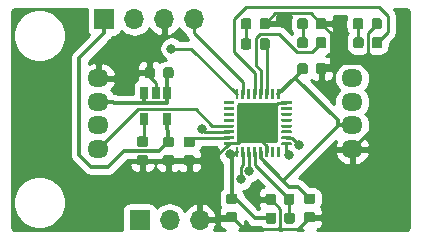
<source format=gtl>
G04 #@! TF.GenerationSoftware,KiCad,Pcbnew,(5.1.2)-1*
G04 #@! TF.CreationDate,2020-10-03T12:09:34+09:00*
G04 #@! TF.ProjectId,es,65732e6b-6963-4616-945f-706362585858,v1.4*
G04 #@! TF.SameCoordinates,Original*
G04 #@! TF.FileFunction,Copper,L1,Top*
G04 #@! TF.FilePolarity,Positive*
%FSLAX46Y46*%
G04 Gerber Fmt 4.6, Leading zero omitted, Abs format (unit mm)*
G04 Created by KiCad (PCBNEW (5.1.2)-1) date 2020-10-03 12:09:34*
%MOMM*%
%LPD*%
G04 APERTURE LIST*
%ADD10C,0.100000*%
%ADD11C,0.250000*%
%ADD12C,3.450000*%
%ADD13O,1.700000X1.700000*%
%ADD14R,1.700000X1.700000*%
%ADD15R,0.650000X1.060000*%
%ADD16O,1.800000X1.524000*%
%ADD17C,0.875000*%
%ADD18C,0.800000*%
%ADD19C,0.300000*%
%ADD20C,0.250000*%
%ADD21C,0.254000*%
G04 APERTURE END LIST*
D10*
G36*
X163443626Y-90925301D02*
G01*
X163449693Y-90926201D01*
X163455643Y-90927691D01*
X163461418Y-90929758D01*
X163466962Y-90932380D01*
X163472223Y-90935533D01*
X163477150Y-90939187D01*
X163481694Y-90943306D01*
X163485813Y-90947850D01*
X163489467Y-90952777D01*
X163492620Y-90958038D01*
X163495242Y-90963582D01*
X163497309Y-90969357D01*
X163498799Y-90975307D01*
X163499699Y-90981374D01*
X163500000Y-90987500D01*
X163500000Y-91112500D01*
X163499699Y-91118626D01*
X163498799Y-91124693D01*
X163497309Y-91130643D01*
X163495242Y-91136418D01*
X163492620Y-91141962D01*
X163489467Y-91147223D01*
X163485813Y-91152150D01*
X163481694Y-91156694D01*
X163477150Y-91160813D01*
X163472223Y-91164467D01*
X163466962Y-91167620D01*
X163461418Y-91170242D01*
X163455643Y-91172309D01*
X163449693Y-91173799D01*
X163443626Y-91174699D01*
X163437500Y-91175000D01*
X162687500Y-91175000D01*
X162681374Y-91174699D01*
X162675307Y-91173799D01*
X162669357Y-91172309D01*
X162663582Y-91170242D01*
X162658038Y-91167620D01*
X162652777Y-91164467D01*
X162647850Y-91160813D01*
X162643306Y-91156694D01*
X162639187Y-91152150D01*
X162635533Y-91147223D01*
X162632380Y-91141962D01*
X162629758Y-91136418D01*
X162627691Y-91130643D01*
X162626201Y-91124693D01*
X162625301Y-91118626D01*
X162625000Y-91112500D01*
X162625000Y-90987500D01*
X162625301Y-90981374D01*
X162626201Y-90975307D01*
X162627691Y-90969357D01*
X162629758Y-90963582D01*
X162632380Y-90958038D01*
X162635533Y-90952777D01*
X162639187Y-90947850D01*
X162643306Y-90943306D01*
X162647850Y-90939187D01*
X162652777Y-90935533D01*
X162658038Y-90932380D01*
X162663582Y-90929758D01*
X162669357Y-90927691D01*
X162675307Y-90926201D01*
X162681374Y-90925301D01*
X162687500Y-90925000D01*
X163437500Y-90925000D01*
X163443626Y-90925301D01*
X163443626Y-90925301D01*
G37*
D11*
X163062500Y-91050000D03*
D10*
G36*
X163443626Y-90425301D02*
G01*
X163449693Y-90426201D01*
X163455643Y-90427691D01*
X163461418Y-90429758D01*
X163466962Y-90432380D01*
X163472223Y-90435533D01*
X163477150Y-90439187D01*
X163481694Y-90443306D01*
X163485813Y-90447850D01*
X163489467Y-90452777D01*
X163492620Y-90458038D01*
X163495242Y-90463582D01*
X163497309Y-90469357D01*
X163498799Y-90475307D01*
X163499699Y-90481374D01*
X163500000Y-90487500D01*
X163500000Y-90612500D01*
X163499699Y-90618626D01*
X163498799Y-90624693D01*
X163497309Y-90630643D01*
X163495242Y-90636418D01*
X163492620Y-90641962D01*
X163489467Y-90647223D01*
X163485813Y-90652150D01*
X163481694Y-90656694D01*
X163477150Y-90660813D01*
X163472223Y-90664467D01*
X163466962Y-90667620D01*
X163461418Y-90670242D01*
X163455643Y-90672309D01*
X163449693Y-90673799D01*
X163443626Y-90674699D01*
X163437500Y-90675000D01*
X162687500Y-90675000D01*
X162681374Y-90674699D01*
X162675307Y-90673799D01*
X162669357Y-90672309D01*
X162663582Y-90670242D01*
X162658038Y-90667620D01*
X162652777Y-90664467D01*
X162647850Y-90660813D01*
X162643306Y-90656694D01*
X162639187Y-90652150D01*
X162635533Y-90647223D01*
X162632380Y-90641962D01*
X162629758Y-90636418D01*
X162627691Y-90630643D01*
X162626201Y-90624693D01*
X162625301Y-90618626D01*
X162625000Y-90612500D01*
X162625000Y-90487500D01*
X162625301Y-90481374D01*
X162626201Y-90475307D01*
X162627691Y-90469357D01*
X162629758Y-90463582D01*
X162632380Y-90458038D01*
X162635533Y-90452777D01*
X162639187Y-90447850D01*
X162643306Y-90443306D01*
X162647850Y-90439187D01*
X162652777Y-90435533D01*
X162658038Y-90432380D01*
X162663582Y-90429758D01*
X162669357Y-90427691D01*
X162675307Y-90426201D01*
X162681374Y-90425301D01*
X162687500Y-90425000D01*
X163437500Y-90425000D01*
X163443626Y-90425301D01*
X163443626Y-90425301D01*
G37*
D11*
X163062500Y-90550000D03*
D10*
G36*
X163443626Y-89925301D02*
G01*
X163449693Y-89926201D01*
X163455643Y-89927691D01*
X163461418Y-89929758D01*
X163466962Y-89932380D01*
X163472223Y-89935533D01*
X163477150Y-89939187D01*
X163481694Y-89943306D01*
X163485813Y-89947850D01*
X163489467Y-89952777D01*
X163492620Y-89958038D01*
X163495242Y-89963582D01*
X163497309Y-89969357D01*
X163498799Y-89975307D01*
X163499699Y-89981374D01*
X163500000Y-89987500D01*
X163500000Y-90112500D01*
X163499699Y-90118626D01*
X163498799Y-90124693D01*
X163497309Y-90130643D01*
X163495242Y-90136418D01*
X163492620Y-90141962D01*
X163489467Y-90147223D01*
X163485813Y-90152150D01*
X163481694Y-90156694D01*
X163477150Y-90160813D01*
X163472223Y-90164467D01*
X163466962Y-90167620D01*
X163461418Y-90170242D01*
X163455643Y-90172309D01*
X163449693Y-90173799D01*
X163443626Y-90174699D01*
X163437500Y-90175000D01*
X162687500Y-90175000D01*
X162681374Y-90174699D01*
X162675307Y-90173799D01*
X162669357Y-90172309D01*
X162663582Y-90170242D01*
X162658038Y-90167620D01*
X162652777Y-90164467D01*
X162647850Y-90160813D01*
X162643306Y-90156694D01*
X162639187Y-90152150D01*
X162635533Y-90147223D01*
X162632380Y-90141962D01*
X162629758Y-90136418D01*
X162627691Y-90130643D01*
X162626201Y-90124693D01*
X162625301Y-90118626D01*
X162625000Y-90112500D01*
X162625000Y-89987500D01*
X162625301Y-89981374D01*
X162626201Y-89975307D01*
X162627691Y-89969357D01*
X162629758Y-89963582D01*
X162632380Y-89958038D01*
X162635533Y-89952777D01*
X162639187Y-89947850D01*
X162643306Y-89943306D01*
X162647850Y-89939187D01*
X162652777Y-89935533D01*
X162658038Y-89932380D01*
X162663582Y-89929758D01*
X162669357Y-89927691D01*
X162675307Y-89926201D01*
X162681374Y-89925301D01*
X162687500Y-89925000D01*
X163437500Y-89925000D01*
X163443626Y-89925301D01*
X163443626Y-89925301D01*
G37*
D11*
X163062500Y-90050000D03*
D10*
G36*
X163443626Y-89425301D02*
G01*
X163449693Y-89426201D01*
X163455643Y-89427691D01*
X163461418Y-89429758D01*
X163466962Y-89432380D01*
X163472223Y-89435533D01*
X163477150Y-89439187D01*
X163481694Y-89443306D01*
X163485813Y-89447850D01*
X163489467Y-89452777D01*
X163492620Y-89458038D01*
X163495242Y-89463582D01*
X163497309Y-89469357D01*
X163498799Y-89475307D01*
X163499699Y-89481374D01*
X163500000Y-89487500D01*
X163500000Y-89612500D01*
X163499699Y-89618626D01*
X163498799Y-89624693D01*
X163497309Y-89630643D01*
X163495242Y-89636418D01*
X163492620Y-89641962D01*
X163489467Y-89647223D01*
X163485813Y-89652150D01*
X163481694Y-89656694D01*
X163477150Y-89660813D01*
X163472223Y-89664467D01*
X163466962Y-89667620D01*
X163461418Y-89670242D01*
X163455643Y-89672309D01*
X163449693Y-89673799D01*
X163443626Y-89674699D01*
X163437500Y-89675000D01*
X162687500Y-89675000D01*
X162681374Y-89674699D01*
X162675307Y-89673799D01*
X162669357Y-89672309D01*
X162663582Y-89670242D01*
X162658038Y-89667620D01*
X162652777Y-89664467D01*
X162647850Y-89660813D01*
X162643306Y-89656694D01*
X162639187Y-89652150D01*
X162635533Y-89647223D01*
X162632380Y-89641962D01*
X162629758Y-89636418D01*
X162627691Y-89630643D01*
X162626201Y-89624693D01*
X162625301Y-89618626D01*
X162625000Y-89612500D01*
X162625000Y-89487500D01*
X162625301Y-89481374D01*
X162626201Y-89475307D01*
X162627691Y-89469357D01*
X162629758Y-89463582D01*
X162632380Y-89458038D01*
X162635533Y-89452777D01*
X162639187Y-89447850D01*
X162643306Y-89443306D01*
X162647850Y-89439187D01*
X162652777Y-89435533D01*
X162658038Y-89432380D01*
X162663582Y-89429758D01*
X162669357Y-89427691D01*
X162675307Y-89426201D01*
X162681374Y-89425301D01*
X162687500Y-89425000D01*
X163437500Y-89425000D01*
X163443626Y-89425301D01*
X163443626Y-89425301D01*
G37*
D11*
X163062500Y-89550000D03*
D10*
G36*
X163443626Y-88925301D02*
G01*
X163449693Y-88926201D01*
X163455643Y-88927691D01*
X163461418Y-88929758D01*
X163466962Y-88932380D01*
X163472223Y-88935533D01*
X163477150Y-88939187D01*
X163481694Y-88943306D01*
X163485813Y-88947850D01*
X163489467Y-88952777D01*
X163492620Y-88958038D01*
X163495242Y-88963582D01*
X163497309Y-88969357D01*
X163498799Y-88975307D01*
X163499699Y-88981374D01*
X163500000Y-88987500D01*
X163500000Y-89112500D01*
X163499699Y-89118626D01*
X163498799Y-89124693D01*
X163497309Y-89130643D01*
X163495242Y-89136418D01*
X163492620Y-89141962D01*
X163489467Y-89147223D01*
X163485813Y-89152150D01*
X163481694Y-89156694D01*
X163477150Y-89160813D01*
X163472223Y-89164467D01*
X163466962Y-89167620D01*
X163461418Y-89170242D01*
X163455643Y-89172309D01*
X163449693Y-89173799D01*
X163443626Y-89174699D01*
X163437500Y-89175000D01*
X162687500Y-89175000D01*
X162681374Y-89174699D01*
X162675307Y-89173799D01*
X162669357Y-89172309D01*
X162663582Y-89170242D01*
X162658038Y-89167620D01*
X162652777Y-89164467D01*
X162647850Y-89160813D01*
X162643306Y-89156694D01*
X162639187Y-89152150D01*
X162635533Y-89147223D01*
X162632380Y-89141962D01*
X162629758Y-89136418D01*
X162627691Y-89130643D01*
X162626201Y-89124693D01*
X162625301Y-89118626D01*
X162625000Y-89112500D01*
X162625000Y-88987500D01*
X162625301Y-88981374D01*
X162626201Y-88975307D01*
X162627691Y-88969357D01*
X162629758Y-88963582D01*
X162632380Y-88958038D01*
X162635533Y-88952777D01*
X162639187Y-88947850D01*
X162643306Y-88943306D01*
X162647850Y-88939187D01*
X162652777Y-88935533D01*
X162658038Y-88932380D01*
X162663582Y-88929758D01*
X162669357Y-88927691D01*
X162675307Y-88926201D01*
X162681374Y-88925301D01*
X162687500Y-88925000D01*
X163437500Y-88925000D01*
X163443626Y-88925301D01*
X163443626Y-88925301D01*
G37*
D11*
X163062500Y-89050000D03*
D10*
G36*
X163443626Y-88425301D02*
G01*
X163449693Y-88426201D01*
X163455643Y-88427691D01*
X163461418Y-88429758D01*
X163466962Y-88432380D01*
X163472223Y-88435533D01*
X163477150Y-88439187D01*
X163481694Y-88443306D01*
X163485813Y-88447850D01*
X163489467Y-88452777D01*
X163492620Y-88458038D01*
X163495242Y-88463582D01*
X163497309Y-88469357D01*
X163498799Y-88475307D01*
X163499699Y-88481374D01*
X163500000Y-88487500D01*
X163500000Y-88612500D01*
X163499699Y-88618626D01*
X163498799Y-88624693D01*
X163497309Y-88630643D01*
X163495242Y-88636418D01*
X163492620Y-88641962D01*
X163489467Y-88647223D01*
X163485813Y-88652150D01*
X163481694Y-88656694D01*
X163477150Y-88660813D01*
X163472223Y-88664467D01*
X163466962Y-88667620D01*
X163461418Y-88670242D01*
X163455643Y-88672309D01*
X163449693Y-88673799D01*
X163443626Y-88674699D01*
X163437500Y-88675000D01*
X162687500Y-88675000D01*
X162681374Y-88674699D01*
X162675307Y-88673799D01*
X162669357Y-88672309D01*
X162663582Y-88670242D01*
X162658038Y-88667620D01*
X162652777Y-88664467D01*
X162647850Y-88660813D01*
X162643306Y-88656694D01*
X162639187Y-88652150D01*
X162635533Y-88647223D01*
X162632380Y-88641962D01*
X162629758Y-88636418D01*
X162627691Y-88630643D01*
X162626201Y-88624693D01*
X162625301Y-88618626D01*
X162625000Y-88612500D01*
X162625000Y-88487500D01*
X162625301Y-88481374D01*
X162626201Y-88475307D01*
X162627691Y-88469357D01*
X162629758Y-88463582D01*
X162632380Y-88458038D01*
X162635533Y-88452777D01*
X162639187Y-88447850D01*
X162643306Y-88443306D01*
X162647850Y-88439187D01*
X162652777Y-88435533D01*
X162658038Y-88432380D01*
X162663582Y-88429758D01*
X162669357Y-88427691D01*
X162675307Y-88426201D01*
X162681374Y-88425301D01*
X162687500Y-88425000D01*
X163437500Y-88425000D01*
X163443626Y-88425301D01*
X163443626Y-88425301D01*
G37*
D11*
X163062500Y-88550000D03*
D10*
G36*
X163443626Y-87925301D02*
G01*
X163449693Y-87926201D01*
X163455643Y-87927691D01*
X163461418Y-87929758D01*
X163466962Y-87932380D01*
X163472223Y-87935533D01*
X163477150Y-87939187D01*
X163481694Y-87943306D01*
X163485813Y-87947850D01*
X163489467Y-87952777D01*
X163492620Y-87958038D01*
X163495242Y-87963582D01*
X163497309Y-87969357D01*
X163498799Y-87975307D01*
X163499699Y-87981374D01*
X163500000Y-87987500D01*
X163500000Y-88112500D01*
X163499699Y-88118626D01*
X163498799Y-88124693D01*
X163497309Y-88130643D01*
X163495242Y-88136418D01*
X163492620Y-88141962D01*
X163489467Y-88147223D01*
X163485813Y-88152150D01*
X163481694Y-88156694D01*
X163477150Y-88160813D01*
X163472223Y-88164467D01*
X163466962Y-88167620D01*
X163461418Y-88170242D01*
X163455643Y-88172309D01*
X163449693Y-88173799D01*
X163443626Y-88174699D01*
X163437500Y-88175000D01*
X162687500Y-88175000D01*
X162681374Y-88174699D01*
X162675307Y-88173799D01*
X162669357Y-88172309D01*
X162663582Y-88170242D01*
X162658038Y-88167620D01*
X162652777Y-88164467D01*
X162647850Y-88160813D01*
X162643306Y-88156694D01*
X162639187Y-88152150D01*
X162635533Y-88147223D01*
X162632380Y-88141962D01*
X162629758Y-88136418D01*
X162627691Y-88130643D01*
X162626201Y-88124693D01*
X162625301Y-88118626D01*
X162625000Y-88112500D01*
X162625000Y-87987500D01*
X162625301Y-87981374D01*
X162626201Y-87975307D01*
X162627691Y-87969357D01*
X162629758Y-87963582D01*
X162632380Y-87958038D01*
X162635533Y-87952777D01*
X162639187Y-87947850D01*
X162643306Y-87943306D01*
X162647850Y-87939187D01*
X162652777Y-87935533D01*
X162658038Y-87932380D01*
X162663582Y-87929758D01*
X162669357Y-87927691D01*
X162675307Y-87926201D01*
X162681374Y-87925301D01*
X162687500Y-87925000D01*
X163437500Y-87925000D01*
X163443626Y-87925301D01*
X163443626Y-87925301D01*
G37*
D11*
X163062500Y-88050000D03*
D10*
G36*
X163443626Y-87425301D02*
G01*
X163449693Y-87426201D01*
X163455643Y-87427691D01*
X163461418Y-87429758D01*
X163466962Y-87432380D01*
X163472223Y-87435533D01*
X163477150Y-87439187D01*
X163481694Y-87443306D01*
X163485813Y-87447850D01*
X163489467Y-87452777D01*
X163492620Y-87458038D01*
X163495242Y-87463582D01*
X163497309Y-87469357D01*
X163498799Y-87475307D01*
X163499699Y-87481374D01*
X163500000Y-87487500D01*
X163500000Y-87612500D01*
X163499699Y-87618626D01*
X163498799Y-87624693D01*
X163497309Y-87630643D01*
X163495242Y-87636418D01*
X163492620Y-87641962D01*
X163489467Y-87647223D01*
X163485813Y-87652150D01*
X163481694Y-87656694D01*
X163477150Y-87660813D01*
X163472223Y-87664467D01*
X163466962Y-87667620D01*
X163461418Y-87670242D01*
X163455643Y-87672309D01*
X163449693Y-87673799D01*
X163443626Y-87674699D01*
X163437500Y-87675000D01*
X162687500Y-87675000D01*
X162681374Y-87674699D01*
X162675307Y-87673799D01*
X162669357Y-87672309D01*
X162663582Y-87670242D01*
X162658038Y-87667620D01*
X162652777Y-87664467D01*
X162647850Y-87660813D01*
X162643306Y-87656694D01*
X162639187Y-87652150D01*
X162635533Y-87647223D01*
X162632380Y-87641962D01*
X162629758Y-87636418D01*
X162627691Y-87630643D01*
X162626201Y-87624693D01*
X162625301Y-87618626D01*
X162625000Y-87612500D01*
X162625000Y-87487500D01*
X162625301Y-87481374D01*
X162626201Y-87475307D01*
X162627691Y-87469357D01*
X162629758Y-87463582D01*
X162632380Y-87458038D01*
X162635533Y-87452777D01*
X162639187Y-87447850D01*
X162643306Y-87443306D01*
X162647850Y-87439187D01*
X162652777Y-87435533D01*
X162658038Y-87432380D01*
X162663582Y-87429758D01*
X162669357Y-87427691D01*
X162675307Y-87426201D01*
X162681374Y-87425301D01*
X162687500Y-87425000D01*
X163437500Y-87425000D01*
X163443626Y-87425301D01*
X163443626Y-87425301D01*
G37*
D11*
X163062500Y-87550000D03*
D10*
G36*
X163818626Y-86425301D02*
G01*
X163824693Y-86426201D01*
X163830643Y-86427691D01*
X163836418Y-86429758D01*
X163841962Y-86432380D01*
X163847223Y-86435533D01*
X163852150Y-86439187D01*
X163856694Y-86443306D01*
X163860813Y-86447850D01*
X163864467Y-86452777D01*
X163867620Y-86458038D01*
X163870242Y-86463582D01*
X163872309Y-86469357D01*
X163873799Y-86475307D01*
X163874699Y-86481374D01*
X163875000Y-86487500D01*
X163875000Y-87237500D01*
X163874699Y-87243626D01*
X163873799Y-87249693D01*
X163872309Y-87255643D01*
X163870242Y-87261418D01*
X163867620Y-87266962D01*
X163864467Y-87272223D01*
X163860813Y-87277150D01*
X163856694Y-87281694D01*
X163852150Y-87285813D01*
X163847223Y-87289467D01*
X163841962Y-87292620D01*
X163836418Y-87295242D01*
X163830643Y-87297309D01*
X163824693Y-87298799D01*
X163818626Y-87299699D01*
X163812500Y-87300000D01*
X163687500Y-87300000D01*
X163681374Y-87299699D01*
X163675307Y-87298799D01*
X163669357Y-87297309D01*
X163663582Y-87295242D01*
X163658038Y-87292620D01*
X163652777Y-87289467D01*
X163647850Y-87285813D01*
X163643306Y-87281694D01*
X163639187Y-87277150D01*
X163635533Y-87272223D01*
X163632380Y-87266962D01*
X163629758Y-87261418D01*
X163627691Y-87255643D01*
X163626201Y-87249693D01*
X163625301Y-87243626D01*
X163625000Y-87237500D01*
X163625000Y-86487500D01*
X163625301Y-86481374D01*
X163626201Y-86475307D01*
X163627691Y-86469357D01*
X163629758Y-86463582D01*
X163632380Y-86458038D01*
X163635533Y-86452777D01*
X163639187Y-86447850D01*
X163643306Y-86443306D01*
X163647850Y-86439187D01*
X163652777Y-86435533D01*
X163658038Y-86432380D01*
X163663582Y-86429758D01*
X163669357Y-86427691D01*
X163675307Y-86426201D01*
X163681374Y-86425301D01*
X163687500Y-86425000D01*
X163812500Y-86425000D01*
X163818626Y-86425301D01*
X163818626Y-86425301D01*
G37*
D11*
X163750000Y-86862500D03*
D10*
G36*
X164318626Y-86425301D02*
G01*
X164324693Y-86426201D01*
X164330643Y-86427691D01*
X164336418Y-86429758D01*
X164341962Y-86432380D01*
X164347223Y-86435533D01*
X164352150Y-86439187D01*
X164356694Y-86443306D01*
X164360813Y-86447850D01*
X164364467Y-86452777D01*
X164367620Y-86458038D01*
X164370242Y-86463582D01*
X164372309Y-86469357D01*
X164373799Y-86475307D01*
X164374699Y-86481374D01*
X164375000Y-86487500D01*
X164375000Y-87237500D01*
X164374699Y-87243626D01*
X164373799Y-87249693D01*
X164372309Y-87255643D01*
X164370242Y-87261418D01*
X164367620Y-87266962D01*
X164364467Y-87272223D01*
X164360813Y-87277150D01*
X164356694Y-87281694D01*
X164352150Y-87285813D01*
X164347223Y-87289467D01*
X164341962Y-87292620D01*
X164336418Y-87295242D01*
X164330643Y-87297309D01*
X164324693Y-87298799D01*
X164318626Y-87299699D01*
X164312500Y-87300000D01*
X164187500Y-87300000D01*
X164181374Y-87299699D01*
X164175307Y-87298799D01*
X164169357Y-87297309D01*
X164163582Y-87295242D01*
X164158038Y-87292620D01*
X164152777Y-87289467D01*
X164147850Y-87285813D01*
X164143306Y-87281694D01*
X164139187Y-87277150D01*
X164135533Y-87272223D01*
X164132380Y-87266962D01*
X164129758Y-87261418D01*
X164127691Y-87255643D01*
X164126201Y-87249693D01*
X164125301Y-87243626D01*
X164125000Y-87237500D01*
X164125000Y-86487500D01*
X164125301Y-86481374D01*
X164126201Y-86475307D01*
X164127691Y-86469357D01*
X164129758Y-86463582D01*
X164132380Y-86458038D01*
X164135533Y-86452777D01*
X164139187Y-86447850D01*
X164143306Y-86443306D01*
X164147850Y-86439187D01*
X164152777Y-86435533D01*
X164158038Y-86432380D01*
X164163582Y-86429758D01*
X164169357Y-86427691D01*
X164175307Y-86426201D01*
X164181374Y-86425301D01*
X164187500Y-86425000D01*
X164312500Y-86425000D01*
X164318626Y-86425301D01*
X164318626Y-86425301D01*
G37*
D11*
X164250000Y-86862500D03*
D10*
G36*
X164818626Y-86425301D02*
G01*
X164824693Y-86426201D01*
X164830643Y-86427691D01*
X164836418Y-86429758D01*
X164841962Y-86432380D01*
X164847223Y-86435533D01*
X164852150Y-86439187D01*
X164856694Y-86443306D01*
X164860813Y-86447850D01*
X164864467Y-86452777D01*
X164867620Y-86458038D01*
X164870242Y-86463582D01*
X164872309Y-86469357D01*
X164873799Y-86475307D01*
X164874699Y-86481374D01*
X164875000Y-86487500D01*
X164875000Y-87237500D01*
X164874699Y-87243626D01*
X164873799Y-87249693D01*
X164872309Y-87255643D01*
X164870242Y-87261418D01*
X164867620Y-87266962D01*
X164864467Y-87272223D01*
X164860813Y-87277150D01*
X164856694Y-87281694D01*
X164852150Y-87285813D01*
X164847223Y-87289467D01*
X164841962Y-87292620D01*
X164836418Y-87295242D01*
X164830643Y-87297309D01*
X164824693Y-87298799D01*
X164818626Y-87299699D01*
X164812500Y-87300000D01*
X164687500Y-87300000D01*
X164681374Y-87299699D01*
X164675307Y-87298799D01*
X164669357Y-87297309D01*
X164663582Y-87295242D01*
X164658038Y-87292620D01*
X164652777Y-87289467D01*
X164647850Y-87285813D01*
X164643306Y-87281694D01*
X164639187Y-87277150D01*
X164635533Y-87272223D01*
X164632380Y-87266962D01*
X164629758Y-87261418D01*
X164627691Y-87255643D01*
X164626201Y-87249693D01*
X164625301Y-87243626D01*
X164625000Y-87237500D01*
X164625000Y-86487500D01*
X164625301Y-86481374D01*
X164626201Y-86475307D01*
X164627691Y-86469357D01*
X164629758Y-86463582D01*
X164632380Y-86458038D01*
X164635533Y-86452777D01*
X164639187Y-86447850D01*
X164643306Y-86443306D01*
X164647850Y-86439187D01*
X164652777Y-86435533D01*
X164658038Y-86432380D01*
X164663582Y-86429758D01*
X164669357Y-86427691D01*
X164675307Y-86426201D01*
X164681374Y-86425301D01*
X164687500Y-86425000D01*
X164812500Y-86425000D01*
X164818626Y-86425301D01*
X164818626Y-86425301D01*
G37*
D11*
X164750000Y-86862500D03*
D10*
G36*
X165318626Y-86425301D02*
G01*
X165324693Y-86426201D01*
X165330643Y-86427691D01*
X165336418Y-86429758D01*
X165341962Y-86432380D01*
X165347223Y-86435533D01*
X165352150Y-86439187D01*
X165356694Y-86443306D01*
X165360813Y-86447850D01*
X165364467Y-86452777D01*
X165367620Y-86458038D01*
X165370242Y-86463582D01*
X165372309Y-86469357D01*
X165373799Y-86475307D01*
X165374699Y-86481374D01*
X165375000Y-86487500D01*
X165375000Y-87237500D01*
X165374699Y-87243626D01*
X165373799Y-87249693D01*
X165372309Y-87255643D01*
X165370242Y-87261418D01*
X165367620Y-87266962D01*
X165364467Y-87272223D01*
X165360813Y-87277150D01*
X165356694Y-87281694D01*
X165352150Y-87285813D01*
X165347223Y-87289467D01*
X165341962Y-87292620D01*
X165336418Y-87295242D01*
X165330643Y-87297309D01*
X165324693Y-87298799D01*
X165318626Y-87299699D01*
X165312500Y-87300000D01*
X165187500Y-87300000D01*
X165181374Y-87299699D01*
X165175307Y-87298799D01*
X165169357Y-87297309D01*
X165163582Y-87295242D01*
X165158038Y-87292620D01*
X165152777Y-87289467D01*
X165147850Y-87285813D01*
X165143306Y-87281694D01*
X165139187Y-87277150D01*
X165135533Y-87272223D01*
X165132380Y-87266962D01*
X165129758Y-87261418D01*
X165127691Y-87255643D01*
X165126201Y-87249693D01*
X165125301Y-87243626D01*
X165125000Y-87237500D01*
X165125000Y-86487500D01*
X165125301Y-86481374D01*
X165126201Y-86475307D01*
X165127691Y-86469357D01*
X165129758Y-86463582D01*
X165132380Y-86458038D01*
X165135533Y-86452777D01*
X165139187Y-86447850D01*
X165143306Y-86443306D01*
X165147850Y-86439187D01*
X165152777Y-86435533D01*
X165158038Y-86432380D01*
X165163582Y-86429758D01*
X165169357Y-86427691D01*
X165175307Y-86426201D01*
X165181374Y-86425301D01*
X165187500Y-86425000D01*
X165312500Y-86425000D01*
X165318626Y-86425301D01*
X165318626Y-86425301D01*
G37*
D11*
X165250000Y-86862500D03*
D10*
G36*
X165818626Y-86425301D02*
G01*
X165824693Y-86426201D01*
X165830643Y-86427691D01*
X165836418Y-86429758D01*
X165841962Y-86432380D01*
X165847223Y-86435533D01*
X165852150Y-86439187D01*
X165856694Y-86443306D01*
X165860813Y-86447850D01*
X165864467Y-86452777D01*
X165867620Y-86458038D01*
X165870242Y-86463582D01*
X165872309Y-86469357D01*
X165873799Y-86475307D01*
X165874699Y-86481374D01*
X165875000Y-86487500D01*
X165875000Y-87237500D01*
X165874699Y-87243626D01*
X165873799Y-87249693D01*
X165872309Y-87255643D01*
X165870242Y-87261418D01*
X165867620Y-87266962D01*
X165864467Y-87272223D01*
X165860813Y-87277150D01*
X165856694Y-87281694D01*
X165852150Y-87285813D01*
X165847223Y-87289467D01*
X165841962Y-87292620D01*
X165836418Y-87295242D01*
X165830643Y-87297309D01*
X165824693Y-87298799D01*
X165818626Y-87299699D01*
X165812500Y-87300000D01*
X165687500Y-87300000D01*
X165681374Y-87299699D01*
X165675307Y-87298799D01*
X165669357Y-87297309D01*
X165663582Y-87295242D01*
X165658038Y-87292620D01*
X165652777Y-87289467D01*
X165647850Y-87285813D01*
X165643306Y-87281694D01*
X165639187Y-87277150D01*
X165635533Y-87272223D01*
X165632380Y-87266962D01*
X165629758Y-87261418D01*
X165627691Y-87255643D01*
X165626201Y-87249693D01*
X165625301Y-87243626D01*
X165625000Y-87237500D01*
X165625000Y-86487500D01*
X165625301Y-86481374D01*
X165626201Y-86475307D01*
X165627691Y-86469357D01*
X165629758Y-86463582D01*
X165632380Y-86458038D01*
X165635533Y-86452777D01*
X165639187Y-86447850D01*
X165643306Y-86443306D01*
X165647850Y-86439187D01*
X165652777Y-86435533D01*
X165658038Y-86432380D01*
X165663582Y-86429758D01*
X165669357Y-86427691D01*
X165675307Y-86426201D01*
X165681374Y-86425301D01*
X165687500Y-86425000D01*
X165812500Y-86425000D01*
X165818626Y-86425301D01*
X165818626Y-86425301D01*
G37*
D11*
X165750000Y-86862500D03*
D10*
G36*
X166318626Y-86425301D02*
G01*
X166324693Y-86426201D01*
X166330643Y-86427691D01*
X166336418Y-86429758D01*
X166341962Y-86432380D01*
X166347223Y-86435533D01*
X166352150Y-86439187D01*
X166356694Y-86443306D01*
X166360813Y-86447850D01*
X166364467Y-86452777D01*
X166367620Y-86458038D01*
X166370242Y-86463582D01*
X166372309Y-86469357D01*
X166373799Y-86475307D01*
X166374699Y-86481374D01*
X166375000Y-86487500D01*
X166375000Y-87237500D01*
X166374699Y-87243626D01*
X166373799Y-87249693D01*
X166372309Y-87255643D01*
X166370242Y-87261418D01*
X166367620Y-87266962D01*
X166364467Y-87272223D01*
X166360813Y-87277150D01*
X166356694Y-87281694D01*
X166352150Y-87285813D01*
X166347223Y-87289467D01*
X166341962Y-87292620D01*
X166336418Y-87295242D01*
X166330643Y-87297309D01*
X166324693Y-87298799D01*
X166318626Y-87299699D01*
X166312500Y-87300000D01*
X166187500Y-87300000D01*
X166181374Y-87299699D01*
X166175307Y-87298799D01*
X166169357Y-87297309D01*
X166163582Y-87295242D01*
X166158038Y-87292620D01*
X166152777Y-87289467D01*
X166147850Y-87285813D01*
X166143306Y-87281694D01*
X166139187Y-87277150D01*
X166135533Y-87272223D01*
X166132380Y-87266962D01*
X166129758Y-87261418D01*
X166127691Y-87255643D01*
X166126201Y-87249693D01*
X166125301Y-87243626D01*
X166125000Y-87237500D01*
X166125000Y-86487500D01*
X166125301Y-86481374D01*
X166126201Y-86475307D01*
X166127691Y-86469357D01*
X166129758Y-86463582D01*
X166132380Y-86458038D01*
X166135533Y-86452777D01*
X166139187Y-86447850D01*
X166143306Y-86443306D01*
X166147850Y-86439187D01*
X166152777Y-86435533D01*
X166158038Y-86432380D01*
X166163582Y-86429758D01*
X166169357Y-86427691D01*
X166175307Y-86426201D01*
X166181374Y-86425301D01*
X166187500Y-86425000D01*
X166312500Y-86425000D01*
X166318626Y-86425301D01*
X166318626Y-86425301D01*
G37*
D11*
X166250000Y-86862500D03*
D10*
G36*
X166818626Y-86425301D02*
G01*
X166824693Y-86426201D01*
X166830643Y-86427691D01*
X166836418Y-86429758D01*
X166841962Y-86432380D01*
X166847223Y-86435533D01*
X166852150Y-86439187D01*
X166856694Y-86443306D01*
X166860813Y-86447850D01*
X166864467Y-86452777D01*
X166867620Y-86458038D01*
X166870242Y-86463582D01*
X166872309Y-86469357D01*
X166873799Y-86475307D01*
X166874699Y-86481374D01*
X166875000Y-86487500D01*
X166875000Y-87237500D01*
X166874699Y-87243626D01*
X166873799Y-87249693D01*
X166872309Y-87255643D01*
X166870242Y-87261418D01*
X166867620Y-87266962D01*
X166864467Y-87272223D01*
X166860813Y-87277150D01*
X166856694Y-87281694D01*
X166852150Y-87285813D01*
X166847223Y-87289467D01*
X166841962Y-87292620D01*
X166836418Y-87295242D01*
X166830643Y-87297309D01*
X166824693Y-87298799D01*
X166818626Y-87299699D01*
X166812500Y-87300000D01*
X166687500Y-87300000D01*
X166681374Y-87299699D01*
X166675307Y-87298799D01*
X166669357Y-87297309D01*
X166663582Y-87295242D01*
X166658038Y-87292620D01*
X166652777Y-87289467D01*
X166647850Y-87285813D01*
X166643306Y-87281694D01*
X166639187Y-87277150D01*
X166635533Y-87272223D01*
X166632380Y-87266962D01*
X166629758Y-87261418D01*
X166627691Y-87255643D01*
X166626201Y-87249693D01*
X166625301Y-87243626D01*
X166625000Y-87237500D01*
X166625000Y-86487500D01*
X166625301Y-86481374D01*
X166626201Y-86475307D01*
X166627691Y-86469357D01*
X166629758Y-86463582D01*
X166632380Y-86458038D01*
X166635533Y-86452777D01*
X166639187Y-86447850D01*
X166643306Y-86443306D01*
X166647850Y-86439187D01*
X166652777Y-86435533D01*
X166658038Y-86432380D01*
X166663582Y-86429758D01*
X166669357Y-86427691D01*
X166675307Y-86426201D01*
X166681374Y-86425301D01*
X166687500Y-86425000D01*
X166812500Y-86425000D01*
X166818626Y-86425301D01*
X166818626Y-86425301D01*
G37*
D11*
X166750000Y-86862500D03*
D10*
G36*
X167318626Y-86425301D02*
G01*
X167324693Y-86426201D01*
X167330643Y-86427691D01*
X167336418Y-86429758D01*
X167341962Y-86432380D01*
X167347223Y-86435533D01*
X167352150Y-86439187D01*
X167356694Y-86443306D01*
X167360813Y-86447850D01*
X167364467Y-86452777D01*
X167367620Y-86458038D01*
X167370242Y-86463582D01*
X167372309Y-86469357D01*
X167373799Y-86475307D01*
X167374699Y-86481374D01*
X167375000Y-86487500D01*
X167375000Y-87237500D01*
X167374699Y-87243626D01*
X167373799Y-87249693D01*
X167372309Y-87255643D01*
X167370242Y-87261418D01*
X167367620Y-87266962D01*
X167364467Y-87272223D01*
X167360813Y-87277150D01*
X167356694Y-87281694D01*
X167352150Y-87285813D01*
X167347223Y-87289467D01*
X167341962Y-87292620D01*
X167336418Y-87295242D01*
X167330643Y-87297309D01*
X167324693Y-87298799D01*
X167318626Y-87299699D01*
X167312500Y-87300000D01*
X167187500Y-87300000D01*
X167181374Y-87299699D01*
X167175307Y-87298799D01*
X167169357Y-87297309D01*
X167163582Y-87295242D01*
X167158038Y-87292620D01*
X167152777Y-87289467D01*
X167147850Y-87285813D01*
X167143306Y-87281694D01*
X167139187Y-87277150D01*
X167135533Y-87272223D01*
X167132380Y-87266962D01*
X167129758Y-87261418D01*
X167127691Y-87255643D01*
X167126201Y-87249693D01*
X167125301Y-87243626D01*
X167125000Y-87237500D01*
X167125000Y-86487500D01*
X167125301Y-86481374D01*
X167126201Y-86475307D01*
X167127691Y-86469357D01*
X167129758Y-86463582D01*
X167132380Y-86458038D01*
X167135533Y-86452777D01*
X167139187Y-86447850D01*
X167143306Y-86443306D01*
X167147850Y-86439187D01*
X167152777Y-86435533D01*
X167158038Y-86432380D01*
X167163582Y-86429758D01*
X167169357Y-86427691D01*
X167175307Y-86426201D01*
X167181374Y-86425301D01*
X167187500Y-86425000D01*
X167312500Y-86425000D01*
X167318626Y-86425301D01*
X167318626Y-86425301D01*
G37*
D11*
X167250000Y-86862500D03*
D10*
G36*
X168318626Y-87425301D02*
G01*
X168324693Y-87426201D01*
X168330643Y-87427691D01*
X168336418Y-87429758D01*
X168341962Y-87432380D01*
X168347223Y-87435533D01*
X168352150Y-87439187D01*
X168356694Y-87443306D01*
X168360813Y-87447850D01*
X168364467Y-87452777D01*
X168367620Y-87458038D01*
X168370242Y-87463582D01*
X168372309Y-87469357D01*
X168373799Y-87475307D01*
X168374699Y-87481374D01*
X168375000Y-87487500D01*
X168375000Y-87612500D01*
X168374699Y-87618626D01*
X168373799Y-87624693D01*
X168372309Y-87630643D01*
X168370242Y-87636418D01*
X168367620Y-87641962D01*
X168364467Y-87647223D01*
X168360813Y-87652150D01*
X168356694Y-87656694D01*
X168352150Y-87660813D01*
X168347223Y-87664467D01*
X168341962Y-87667620D01*
X168336418Y-87670242D01*
X168330643Y-87672309D01*
X168324693Y-87673799D01*
X168318626Y-87674699D01*
X168312500Y-87675000D01*
X167562500Y-87675000D01*
X167556374Y-87674699D01*
X167550307Y-87673799D01*
X167544357Y-87672309D01*
X167538582Y-87670242D01*
X167533038Y-87667620D01*
X167527777Y-87664467D01*
X167522850Y-87660813D01*
X167518306Y-87656694D01*
X167514187Y-87652150D01*
X167510533Y-87647223D01*
X167507380Y-87641962D01*
X167504758Y-87636418D01*
X167502691Y-87630643D01*
X167501201Y-87624693D01*
X167500301Y-87618626D01*
X167500000Y-87612500D01*
X167500000Y-87487500D01*
X167500301Y-87481374D01*
X167501201Y-87475307D01*
X167502691Y-87469357D01*
X167504758Y-87463582D01*
X167507380Y-87458038D01*
X167510533Y-87452777D01*
X167514187Y-87447850D01*
X167518306Y-87443306D01*
X167522850Y-87439187D01*
X167527777Y-87435533D01*
X167533038Y-87432380D01*
X167538582Y-87429758D01*
X167544357Y-87427691D01*
X167550307Y-87426201D01*
X167556374Y-87425301D01*
X167562500Y-87425000D01*
X168312500Y-87425000D01*
X168318626Y-87425301D01*
X168318626Y-87425301D01*
G37*
D11*
X167937500Y-87550000D03*
D10*
G36*
X168318626Y-87925301D02*
G01*
X168324693Y-87926201D01*
X168330643Y-87927691D01*
X168336418Y-87929758D01*
X168341962Y-87932380D01*
X168347223Y-87935533D01*
X168352150Y-87939187D01*
X168356694Y-87943306D01*
X168360813Y-87947850D01*
X168364467Y-87952777D01*
X168367620Y-87958038D01*
X168370242Y-87963582D01*
X168372309Y-87969357D01*
X168373799Y-87975307D01*
X168374699Y-87981374D01*
X168375000Y-87987500D01*
X168375000Y-88112500D01*
X168374699Y-88118626D01*
X168373799Y-88124693D01*
X168372309Y-88130643D01*
X168370242Y-88136418D01*
X168367620Y-88141962D01*
X168364467Y-88147223D01*
X168360813Y-88152150D01*
X168356694Y-88156694D01*
X168352150Y-88160813D01*
X168347223Y-88164467D01*
X168341962Y-88167620D01*
X168336418Y-88170242D01*
X168330643Y-88172309D01*
X168324693Y-88173799D01*
X168318626Y-88174699D01*
X168312500Y-88175000D01*
X167562500Y-88175000D01*
X167556374Y-88174699D01*
X167550307Y-88173799D01*
X167544357Y-88172309D01*
X167538582Y-88170242D01*
X167533038Y-88167620D01*
X167527777Y-88164467D01*
X167522850Y-88160813D01*
X167518306Y-88156694D01*
X167514187Y-88152150D01*
X167510533Y-88147223D01*
X167507380Y-88141962D01*
X167504758Y-88136418D01*
X167502691Y-88130643D01*
X167501201Y-88124693D01*
X167500301Y-88118626D01*
X167500000Y-88112500D01*
X167500000Y-87987500D01*
X167500301Y-87981374D01*
X167501201Y-87975307D01*
X167502691Y-87969357D01*
X167504758Y-87963582D01*
X167507380Y-87958038D01*
X167510533Y-87952777D01*
X167514187Y-87947850D01*
X167518306Y-87943306D01*
X167522850Y-87939187D01*
X167527777Y-87935533D01*
X167533038Y-87932380D01*
X167538582Y-87929758D01*
X167544357Y-87927691D01*
X167550307Y-87926201D01*
X167556374Y-87925301D01*
X167562500Y-87925000D01*
X168312500Y-87925000D01*
X168318626Y-87925301D01*
X168318626Y-87925301D01*
G37*
D11*
X167937500Y-88050000D03*
D10*
G36*
X168318626Y-88425301D02*
G01*
X168324693Y-88426201D01*
X168330643Y-88427691D01*
X168336418Y-88429758D01*
X168341962Y-88432380D01*
X168347223Y-88435533D01*
X168352150Y-88439187D01*
X168356694Y-88443306D01*
X168360813Y-88447850D01*
X168364467Y-88452777D01*
X168367620Y-88458038D01*
X168370242Y-88463582D01*
X168372309Y-88469357D01*
X168373799Y-88475307D01*
X168374699Y-88481374D01*
X168375000Y-88487500D01*
X168375000Y-88612500D01*
X168374699Y-88618626D01*
X168373799Y-88624693D01*
X168372309Y-88630643D01*
X168370242Y-88636418D01*
X168367620Y-88641962D01*
X168364467Y-88647223D01*
X168360813Y-88652150D01*
X168356694Y-88656694D01*
X168352150Y-88660813D01*
X168347223Y-88664467D01*
X168341962Y-88667620D01*
X168336418Y-88670242D01*
X168330643Y-88672309D01*
X168324693Y-88673799D01*
X168318626Y-88674699D01*
X168312500Y-88675000D01*
X167562500Y-88675000D01*
X167556374Y-88674699D01*
X167550307Y-88673799D01*
X167544357Y-88672309D01*
X167538582Y-88670242D01*
X167533038Y-88667620D01*
X167527777Y-88664467D01*
X167522850Y-88660813D01*
X167518306Y-88656694D01*
X167514187Y-88652150D01*
X167510533Y-88647223D01*
X167507380Y-88641962D01*
X167504758Y-88636418D01*
X167502691Y-88630643D01*
X167501201Y-88624693D01*
X167500301Y-88618626D01*
X167500000Y-88612500D01*
X167500000Y-88487500D01*
X167500301Y-88481374D01*
X167501201Y-88475307D01*
X167502691Y-88469357D01*
X167504758Y-88463582D01*
X167507380Y-88458038D01*
X167510533Y-88452777D01*
X167514187Y-88447850D01*
X167518306Y-88443306D01*
X167522850Y-88439187D01*
X167527777Y-88435533D01*
X167533038Y-88432380D01*
X167538582Y-88429758D01*
X167544357Y-88427691D01*
X167550307Y-88426201D01*
X167556374Y-88425301D01*
X167562500Y-88425000D01*
X168312500Y-88425000D01*
X168318626Y-88425301D01*
X168318626Y-88425301D01*
G37*
D11*
X167937500Y-88550000D03*
D10*
G36*
X168318626Y-88925301D02*
G01*
X168324693Y-88926201D01*
X168330643Y-88927691D01*
X168336418Y-88929758D01*
X168341962Y-88932380D01*
X168347223Y-88935533D01*
X168352150Y-88939187D01*
X168356694Y-88943306D01*
X168360813Y-88947850D01*
X168364467Y-88952777D01*
X168367620Y-88958038D01*
X168370242Y-88963582D01*
X168372309Y-88969357D01*
X168373799Y-88975307D01*
X168374699Y-88981374D01*
X168375000Y-88987500D01*
X168375000Y-89112500D01*
X168374699Y-89118626D01*
X168373799Y-89124693D01*
X168372309Y-89130643D01*
X168370242Y-89136418D01*
X168367620Y-89141962D01*
X168364467Y-89147223D01*
X168360813Y-89152150D01*
X168356694Y-89156694D01*
X168352150Y-89160813D01*
X168347223Y-89164467D01*
X168341962Y-89167620D01*
X168336418Y-89170242D01*
X168330643Y-89172309D01*
X168324693Y-89173799D01*
X168318626Y-89174699D01*
X168312500Y-89175000D01*
X167562500Y-89175000D01*
X167556374Y-89174699D01*
X167550307Y-89173799D01*
X167544357Y-89172309D01*
X167538582Y-89170242D01*
X167533038Y-89167620D01*
X167527777Y-89164467D01*
X167522850Y-89160813D01*
X167518306Y-89156694D01*
X167514187Y-89152150D01*
X167510533Y-89147223D01*
X167507380Y-89141962D01*
X167504758Y-89136418D01*
X167502691Y-89130643D01*
X167501201Y-89124693D01*
X167500301Y-89118626D01*
X167500000Y-89112500D01*
X167500000Y-88987500D01*
X167500301Y-88981374D01*
X167501201Y-88975307D01*
X167502691Y-88969357D01*
X167504758Y-88963582D01*
X167507380Y-88958038D01*
X167510533Y-88952777D01*
X167514187Y-88947850D01*
X167518306Y-88943306D01*
X167522850Y-88939187D01*
X167527777Y-88935533D01*
X167533038Y-88932380D01*
X167538582Y-88929758D01*
X167544357Y-88927691D01*
X167550307Y-88926201D01*
X167556374Y-88925301D01*
X167562500Y-88925000D01*
X168312500Y-88925000D01*
X168318626Y-88925301D01*
X168318626Y-88925301D01*
G37*
D11*
X167937500Y-89050000D03*
D10*
G36*
X168318626Y-89425301D02*
G01*
X168324693Y-89426201D01*
X168330643Y-89427691D01*
X168336418Y-89429758D01*
X168341962Y-89432380D01*
X168347223Y-89435533D01*
X168352150Y-89439187D01*
X168356694Y-89443306D01*
X168360813Y-89447850D01*
X168364467Y-89452777D01*
X168367620Y-89458038D01*
X168370242Y-89463582D01*
X168372309Y-89469357D01*
X168373799Y-89475307D01*
X168374699Y-89481374D01*
X168375000Y-89487500D01*
X168375000Y-89612500D01*
X168374699Y-89618626D01*
X168373799Y-89624693D01*
X168372309Y-89630643D01*
X168370242Y-89636418D01*
X168367620Y-89641962D01*
X168364467Y-89647223D01*
X168360813Y-89652150D01*
X168356694Y-89656694D01*
X168352150Y-89660813D01*
X168347223Y-89664467D01*
X168341962Y-89667620D01*
X168336418Y-89670242D01*
X168330643Y-89672309D01*
X168324693Y-89673799D01*
X168318626Y-89674699D01*
X168312500Y-89675000D01*
X167562500Y-89675000D01*
X167556374Y-89674699D01*
X167550307Y-89673799D01*
X167544357Y-89672309D01*
X167538582Y-89670242D01*
X167533038Y-89667620D01*
X167527777Y-89664467D01*
X167522850Y-89660813D01*
X167518306Y-89656694D01*
X167514187Y-89652150D01*
X167510533Y-89647223D01*
X167507380Y-89641962D01*
X167504758Y-89636418D01*
X167502691Y-89630643D01*
X167501201Y-89624693D01*
X167500301Y-89618626D01*
X167500000Y-89612500D01*
X167500000Y-89487500D01*
X167500301Y-89481374D01*
X167501201Y-89475307D01*
X167502691Y-89469357D01*
X167504758Y-89463582D01*
X167507380Y-89458038D01*
X167510533Y-89452777D01*
X167514187Y-89447850D01*
X167518306Y-89443306D01*
X167522850Y-89439187D01*
X167527777Y-89435533D01*
X167533038Y-89432380D01*
X167538582Y-89429758D01*
X167544357Y-89427691D01*
X167550307Y-89426201D01*
X167556374Y-89425301D01*
X167562500Y-89425000D01*
X168312500Y-89425000D01*
X168318626Y-89425301D01*
X168318626Y-89425301D01*
G37*
D11*
X167937500Y-89550000D03*
D10*
G36*
X168318626Y-89925301D02*
G01*
X168324693Y-89926201D01*
X168330643Y-89927691D01*
X168336418Y-89929758D01*
X168341962Y-89932380D01*
X168347223Y-89935533D01*
X168352150Y-89939187D01*
X168356694Y-89943306D01*
X168360813Y-89947850D01*
X168364467Y-89952777D01*
X168367620Y-89958038D01*
X168370242Y-89963582D01*
X168372309Y-89969357D01*
X168373799Y-89975307D01*
X168374699Y-89981374D01*
X168375000Y-89987500D01*
X168375000Y-90112500D01*
X168374699Y-90118626D01*
X168373799Y-90124693D01*
X168372309Y-90130643D01*
X168370242Y-90136418D01*
X168367620Y-90141962D01*
X168364467Y-90147223D01*
X168360813Y-90152150D01*
X168356694Y-90156694D01*
X168352150Y-90160813D01*
X168347223Y-90164467D01*
X168341962Y-90167620D01*
X168336418Y-90170242D01*
X168330643Y-90172309D01*
X168324693Y-90173799D01*
X168318626Y-90174699D01*
X168312500Y-90175000D01*
X167562500Y-90175000D01*
X167556374Y-90174699D01*
X167550307Y-90173799D01*
X167544357Y-90172309D01*
X167538582Y-90170242D01*
X167533038Y-90167620D01*
X167527777Y-90164467D01*
X167522850Y-90160813D01*
X167518306Y-90156694D01*
X167514187Y-90152150D01*
X167510533Y-90147223D01*
X167507380Y-90141962D01*
X167504758Y-90136418D01*
X167502691Y-90130643D01*
X167501201Y-90124693D01*
X167500301Y-90118626D01*
X167500000Y-90112500D01*
X167500000Y-89987500D01*
X167500301Y-89981374D01*
X167501201Y-89975307D01*
X167502691Y-89969357D01*
X167504758Y-89963582D01*
X167507380Y-89958038D01*
X167510533Y-89952777D01*
X167514187Y-89947850D01*
X167518306Y-89943306D01*
X167522850Y-89939187D01*
X167527777Y-89935533D01*
X167533038Y-89932380D01*
X167538582Y-89929758D01*
X167544357Y-89927691D01*
X167550307Y-89926201D01*
X167556374Y-89925301D01*
X167562500Y-89925000D01*
X168312500Y-89925000D01*
X168318626Y-89925301D01*
X168318626Y-89925301D01*
G37*
D11*
X167937500Y-90050000D03*
D10*
G36*
X168318626Y-90425301D02*
G01*
X168324693Y-90426201D01*
X168330643Y-90427691D01*
X168336418Y-90429758D01*
X168341962Y-90432380D01*
X168347223Y-90435533D01*
X168352150Y-90439187D01*
X168356694Y-90443306D01*
X168360813Y-90447850D01*
X168364467Y-90452777D01*
X168367620Y-90458038D01*
X168370242Y-90463582D01*
X168372309Y-90469357D01*
X168373799Y-90475307D01*
X168374699Y-90481374D01*
X168375000Y-90487500D01*
X168375000Y-90612500D01*
X168374699Y-90618626D01*
X168373799Y-90624693D01*
X168372309Y-90630643D01*
X168370242Y-90636418D01*
X168367620Y-90641962D01*
X168364467Y-90647223D01*
X168360813Y-90652150D01*
X168356694Y-90656694D01*
X168352150Y-90660813D01*
X168347223Y-90664467D01*
X168341962Y-90667620D01*
X168336418Y-90670242D01*
X168330643Y-90672309D01*
X168324693Y-90673799D01*
X168318626Y-90674699D01*
X168312500Y-90675000D01*
X167562500Y-90675000D01*
X167556374Y-90674699D01*
X167550307Y-90673799D01*
X167544357Y-90672309D01*
X167538582Y-90670242D01*
X167533038Y-90667620D01*
X167527777Y-90664467D01*
X167522850Y-90660813D01*
X167518306Y-90656694D01*
X167514187Y-90652150D01*
X167510533Y-90647223D01*
X167507380Y-90641962D01*
X167504758Y-90636418D01*
X167502691Y-90630643D01*
X167501201Y-90624693D01*
X167500301Y-90618626D01*
X167500000Y-90612500D01*
X167500000Y-90487500D01*
X167500301Y-90481374D01*
X167501201Y-90475307D01*
X167502691Y-90469357D01*
X167504758Y-90463582D01*
X167507380Y-90458038D01*
X167510533Y-90452777D01*
X167514187Y-90447850D01*
X167518306Y-90443306D01*
X167522850Y-90439187D01*
X167527777Y-90435533D01*
X167533038Y-90432380D01*
X167538582Y-90429758D01*
X167544357Y-90427691D01*
X167550307Y-90426201D01*
X167556374Y-90425301D01*
X167562500Y-90425000D01*
X168312500Y-90425000D01*
X168318626Y-90425301D01*
X168318626Y-90425301D01*
G37*
D11*
X167937500Y-90550000D03*
D10*
G36*
X168318626Y-90925301D02*
G01*
X168324693Y-90926201D01*
X168330643Y-90927691D01*
X168336418Y-90929758D01*
X168341962Y-90932380D01*
X168347223Y-90935533D01*
X168352150Y-90939187D01*
X168356694Y-90943306D01*
X168360813Y-90947850D01*
X168364467Y-90952777D01*
X168367620Y-90958038D01*
X168370242Y-90963582D01*
X168372309Y-90969357D01*
X168373799Y-90975307D01*
X168374699Y-90981374D01*
X168375000Y-90987500D01*
X168375000Y-91112500D01*
X168374699Y-91118626D01*
X168373799Y-91124693D01*
X168372309Y-91130643D01*
X168370242Y-91136418D01*
X168367620Y-91141962D01*
X168364467Y-91147223D01*
X168360813Y-91152150D01*
X168356694Y-91156694D01*
X168352150Y-91160813D01*
X168347223Y-91164467D01*
X168341962Y-91167620D01*
X168336418Y-91170242D01*
X168330643Y-91172309D01*
X168324693Y-91173799D01*
X168318626Y-91174699D01*
X168312500Y-91175000D01*
X167562500Y-91175000D01*
X167556374Y-91174699D01*
X167550307Y-91173799D01*
X167544357Y-91172309D01*
X167538582Y-91170242D01*
X167533038Y-91167620D01*
X167527777Y-91164467D01*
X167522850Y-91160813D01*
X167518306Y-91156694D01*
X167514187Y-91152150D01*
X167510533Y-91147223D01*
X167507380Y-91141962D01*
X167504758Y-91136418D01*
X167502691Y-91130643D01*
X167501201Y-91124693D01*
X167500301Y-91118626D01*
X167500000Y-91112500D01*
X167500000Y-90987500D01*
X167500301Y-90981374D01*
X167501201Y-90975307D01*
X167502691Y-90969357D01*
X167504758Y-90963582D01*
X167507380Y-90958038D01*
X167510533Y-90952777D01*
X167514187Y-90947850D01*
X167518306Y-90943306D01*
X167522850Y-90939187D01*
X167527777Y-90935533D01*
X167533038Y-90932380D01*
X167538582Y-90929758D01*
X167544357Y-90927691D01*
X167550307Y-90926201D01*
X167556374Y-90925301D01*
X167562500Y-90925000D01*
X168312500Y-90925000D01*
X168318626Y-90925301D01*
X168318626Y-90925301D01*
G37*
D11*
X167937500Y-91050000D03*
D10*
G36*
X167318626Y-91300301D02*
G01*
X167324693Y-91301201D01*
X167330643Y-91302691D01*
X167336418Y-91304758D01*
X167341962Y-91307380D01*
X167347223Y-91310533D01*
X167352150Y-91314187D01*
X167356694Y-91318306D01*
X167360813Y-91322850D01*
X167364467Y-91327777D01*
X167367620Y-91333038D01*
X167370242Y-91338582D01*
X167372309Y-91344357D01*
X167373799Y-91350307D01*
X167374699Y-91356374D01*
X167375000Y-91362500D01*
X167375000Y-92112500D01*
X167374699Y-92118626D01*
X167373799Y-92124693D01*
X167372309Y-92130643D01*
X167370242Y-92136418D01*
X167367620Y-92141962D01*
X167364467Y-92147223D01*
X167360813Y-92152150D01*
X167356694Y-92156694D01*
X167352150Y-92160813D01*
X167347223Y-92164467D01*
X167341962Y-92167620D01*
X167336418Y-92170242D01*
X167330643Y-92172309D01*
X167324693Y-92173799D01*
X167318626Y-92174699D01*
X167312500Y-92175000D01*
X167187500Y-92175000D01*
X167181374Y-92174699D01*
X167175307Y-92173799D01*
X167169357Y-92172309D01*
X167163582Y-92170242D01*
X167158038Y-92167620D01*
X167152777Y-92164467D01*
X167147850Y-92160813D01*
X167143306Y-92156694D01*
X167139187Y-92152150D01*
X167135533Y-92147223D01*
X167132380Y-92141962D01*
X167129758Y-92136418D01*
X167127691Y-92130643D01*
X167126201Y-92124693D01*
X167125301Y-92118626D01*
X167125000Y-92112500D01*
X167125000Y-91362500D01*
X167125301Y-91356374D01*
X167126201Y-91350307D01*
X167127691Y-91344357D01*
X167129758Y-91338582D01*
X167132380Y-91333038D01*
X167135533Y-91327777D01*
X167139187Y-91322850D01*
X167143306Y-91318306D01*
X167147850Y-91314187D01*
X167152777Y-91310533D01*
X167158038Y-91307380D01*
X167163582Y-91304758D01*
X167169357Y-91302691D01*
X167175307Y-91301201D01*
X167181374Y-91300301D01*
X167187500Y-91300000D01*
X167312500Y-91300000D01*
X167318626Y-91300301D01*
X167318626Y-91300301D01*
G37*
D11*
X167250000Y-91737500D03*
D10*
G36*
X166818626Y-91300301D02*
G01*
X166824693Y-91301201D01*
X166830643Y-91302691D01*
X166836418Y-91304758D01*
X166841962Y-91307380D01*
X166847223Y-91310533D01*
X166852150Y-91314187D01*
X166856694Y-91318306D01*
X166860813Y-91322850D01*
X166864467Y-91327777D01*
X166867620Y-91333038D01*
X166870242Y-91338582D01*
X166872309Y-91344357D01*
X166873799Y-91350307D01*
X166874699Y-91356374D01*
X166875000Y-91362500D01*
X166875000Y-92112500D01*
X166874699Y-92118626D01*
X166873799Y-92124693D01*
X166872309Y-92130643D01*
X166870242Y-92136418D01*
X166867620Y-92141962D01*
X166864467Y-92147223D01*
X166860813Y-92152150D01*
X166856694Y-92156694D01*
X166852150Y-92160813D01*
X166847223Y-92164467D01*
X166841962Y-92167620D01*
X166836418Y-92170242D01*
X166830643Y-92172309D01*
X166824693Y-92173799D01*
X166818626Y-92174699D01*
X166812500Y-92175000D01*
X166687500Y-92175000D01*
X166681374Y-92174699D01*
X166675307Y-92173799D01*
X166669357Y-92172309D01*
X166663582Y-92170242D01*
X166658038Y-92167620D01*
X166652777Y-92164467D01*
X166647850Y-92160813D01*
X166643306Y-92156694D01*
X166639187Y-92152150D01*
X166635533Y-92147223D01*
X166632380Y-92141962D01*
X166629758Y-92136418D01*
X166627691Y-92130643D01*
X166626201Y-92124693D01*
X166625301Y-92118626D01*
X166625000Y-92112500D01*
X166625000Y-91362500D01*
X166625301Y-91356374D01*
X166626201Y-91350307D01*
X166627691Y-91344357D01*
X166629758Y-91338582D01*
X166632380Y-91333038D01*
X166635533Y-91327777D01*
X166639187Y-91322850D01*
X166643306Y-91318306D01*
X166647850Y-91314187D01*
X166652777Y-91310533D01*
X166658038Y-91307380D01*
X166663582Y-91304758D01*
X166669357Y-91302691D01*
X166675307Y-91301201D01*
X166681374Y-91300301D01*
X166687500Y-91300000D01*
X166812500Y-91300000D01*
X166818626Y-91300301D01*
X166818626Y-91300301D01*
G37*
D11*
X166750000Y-91737500D03*
D10*
G36*
X166318626Y-91300301D02*
G01*
X166324693Y-91301201D01*
X166330643Y-91302691D01*
X166336418Y-91304758D01*
X166341962Y-91307380D01*
X166347223Y-91310533D01*
X166352150Y-91314187D01*
X166356694Y-91318306D01*
X166360813Y-91322850D01*
X166364467Y-91327777D01*
X166367620Y-91333038D01*
X166370242Y-91338582D01*
X166372309Y-91344357D01*
X166373799Y-91350307D01*
X166374699Y-91356374D01*
X166375000Y-91362500D01*
X166375000Y-92112500D01*
X166374699Y-92118626D01*
X166373799Y-92124693D01*
X166372309Y-92130643D01*
X166370242Y-92136418D01*
X166367620Y-92141962D01*
X166364467Y-92147223D01*
X166360813Y-92152150D01*
X166356694Y-92156694D01*
X166352150Y-92160813D01*
X166347223Y-92164467D01*
X166341962Y-92167620D01*
X166336418Y-92170242D01*
X166330643Y-92172309D01*
X166324693Y-92173799D01*
X166318626Y-92174699D01*
X166312500Y-92175000D01*
X166187500Y-92175000D01*
X166181374Y-92174699D01*
X166175307Y-92173799D01*
X166169357Y-92172309D01*
X166163582Y-92170242D01*
X166158038Y-92167620D01*
X166152777Y-92164467D01*
X166147850Y-92160813D01*
X166143306Y-92156694D01*
X166139187Y-92152150D01*
X166135533Y-92147223D01*
X166132380Y-92141962D01*
X166129758Y-92136418D01*
X166127691Y-92130643D01*
X166126201Y-92124693D01*
X166125301Y-92118626D01*
X166125000Y-92112500D01*
X166125000Y-91362500D01*
X166125301Y-91356374D01*
X166126201Y-91350307D01*
X166127691Y-91344357D01*
X166129758Y-91338582D01*
X166132380Y-91333038D01*
X166135533Y-91327777D01*
X166139187Y-91322850D01*
X166143306Y-91318306D01*
X166147850Y-91314187D01*
X166152777Y-91310533D01*
X166158038Y-91307380D01*
X166163582Y-91304758D01*
X166169357Y-91302691D01*
X166175307Y-91301201D01*
X166181374Y-91300301D01*
X166187500Y-91300000D01*
X166312500Y-91300000D01*
X166318626Y-91300301D01*
X166318626Y-91300301D01*
G37*
D11*
X166250000Y-91737500D03*
D10*
G36*
X165818626Y-91300301D02*
G01*
X165824693Y-91301201D01*
X165830643Y-91302691D01*
X165836418Y-91304758D01*
X165841962Y-91307380D01*
X165847223Y-91310533D01*
X165852150Y-91314187D01*
X165856694Y-91318306D01*
X165860813Y-91322850D01*
X165864467Y-91327777D01*
X165867620Y-91333038D01*
X165870242Y-91338582D01*
X165872309Y-91344357D01*
X165873799Y-91350307D01*
X165874699Y-91356374D01*
X165875000Y-91362500D01*
X165875000Y-92112500D01*
X165874699Y-92118626D01*
X165873799Y-92124693D01*
X165872309Y-92130643D01*
X165870242Y-92136418D01*
X165867620Y-92141962D01*
X165864467Y-92147223D01*
X165860813Y-92152150D01*
X165856694Y-92156694D01*
X165852150Y-92160813D01*
X165847223Y-92164467D01*
X165841962Y-92167620D01*
X165836418Y-92170242D01*
X165830643Y-92172309D01*
X165824693Y-92173799D01*
X165818626Y-92174699D01*
X165812500Y-92175000D01*
X165687500Y-92175000D01*
X165681374Y-92174699D01*
X165675307Y-92173799D01*
X165669357Y-92172309D01*
X165663582Y-92170242D01*
X165658038Y-92167620D01*
X165652777Y-92164467D01*
X165647850Y-92160813D01*
X165643306Y-92156694D01*
X165639187Y-92152150D01*
X165635533Y-92147223D01*
X165632380Y-92141962D01*
X165629758Y-92136418D01*
X165627691Y-92130643D01*
X165626201Y-92124693D01*
X165625301Y-92118626D01*
X165625000Y-92112500D01*
X165625000Y-91362500D01*
X165625301Y-91356374D01*
X165626201Y-91350307D01*
X165627691Y-91344357D01*
X165629758Y-91338582D01*
X165632380Y-91333038D01*
X165635533Y-91327777D01*
X165639187Y-91322850D01*
X165643306Y-91318306D01*
X165647850Y-91314187D01*
X165652777Y-91310533D01*
X165658038Y-91307380D01*
X165663582Y-91304758D01*
X165669357Y-91302691D01*
X165675307Y-91301201D01*
X165681374Y-91300301D01*
X165687500Y-91300000D01*
X165812500Y-91300000D01*
X165818626Y-91300301D01*
X165818626Y-91300301D01*
G37*
D11*
X165750000Y-91737500D03*
D10*
G36*
X165318626Y-91300301D02*
G01*
X165324693Y-91301201D01*
X165330643Y-91302691D01*
X165336418Y-91304758D01*
X165341962Y-91307380D01*
X165347223Y-91310533D01*
X165352150Y-91314187D01*
X165356694Y-91318306D01*
X165360813Y-91322850D01*
X165364467Y-91327777D01*
X165367620Y-91333038D01*
X165370242Y-91338582D01*
X165372309Y-91344357D01*
X165373799Y-91350307D01*
X165374699Y-91356374D01*
X165375000Y-91362500D01*
X165375000Y-92112500D01*
X165374699Y-92118626D01*
X165373799Y-92124693D01*
X165372309Y-92130643D01*
X165370242Y-92136418D01*
X165367620Y-92141962D01*
X165364467Y-92147223D01*
X165360813Y-92152150D01*
X165356694Y-92156694D01*
X165352150Y-92160813D01*
X165347223Y-92164467D01*
X165341962Y-92167620D01*
X165336418Y-92170242D01*
X165330643Y-92172309D01*
X165324693Y-92173799D01*
X165318626Y-92174699D01*
X165312500Y-92175000D01*
X165187500Y-92175000D01*
X165181374Y-92174699D01*
X165175307Y-92173799D01*
X165169357Y-92172309D01*
X165163582Y-92170242D01*
X165158038Y-92167620D01*
X165152777Y-92164467D01*
X165147850Y-92160813D01*
X165143306Y-92156694D01*
X165139187Y-92152150D01*
X165135533Y-92147223D01*
X165132380Y-92141962D01*
X165129758Y-92136418D01*
X165127691Y-92130643D01*
X165126201Y-92124693D01*
X165125301Y-92118626D01*
X165125000Y-92112500D01*
X165125000Y-91362500D01*
X165125301Y-91356374D01*
X165126201Y-91350307D01*
X165127691Y-91344357D01*
X165129758Y-91338582D01*
X165132380Y-91333038D01*
X165135533Y-91327777D01*
X165139187Y-91322850D01*
X165143306Y-91318306D01*
X165147850Y-91314187D01*
X165152777Y-91310533D01*
X165158038Y-91307380D01*
X165163582Y-91304758D01*
X165169357Y-91302691D01*
X165175307Y-91301201D01*
X165181374Y-91300301D01*
X165187500Y-91300000D01*
X165312500Y-91300000D01*
X165318626Y-91300301D01*
X165318626Y-91300301D01*
G37*
D11*
X165250000Y-91737500D03*
D10*
G36*
X164818626Y-91300301D02*
G01*
X164824693Y-91301201D01*
X164830643Y-91302691D01*
X164836418Y-91304758D01*
X164841962Y-91307380D01*
X164847223Y-91310533D01*
X164852150Y-91314187D01*
X164856694Y-91318306D01*
X164860813Y-91322850D01*
X164864467Y-91327777D01*
X164867620Y-91333038D01*
X164870242Y-91338582D01*
X164872309Y-91344357D01*
X164873799Y-91350307D01*
X164874699Y-91356374D01*
X164875000Y-91362500D01*
X164875000Y-92112500D01*
X164874699Y-92118626D01*
X164873799Y-92124693D01*
X164872309Y-92130643D01*
X164870242Y-92136418D01*
X164867620Y-92141962D01*
X164864467Y-92147223D01*
X164860813Y-92152150D01*
X164856694Y-92156694D01*
X164852150Y-92160813D01*
X164847223Y-92164467D01*
X164841962Y-92167620D01*
X164836418Y-92170242D01*
X164830643Y-92172309D01*
X164824693Y-92173799D01*
X164818626Y-92174699D01*
X164812500Y-92175000D01*
X164687500Y-92175000D01*
X164681374Y-92174699D01*
X164675307Y-92173799D01*
X164669357Y-92172309D01*
X164663582Y-92170242D01*
X164658038Y-92167620D01*
X164652777Y-92164467D01*
X164647850Y-92160813D01*
X164643306Y-92156694D01*
X164639187Y-92152150D01*
X164635533Y-92147223D01*
X164632380Y-92141962D01*
X164629758Y-92136418D01*
X164627691Y-92130643D01*
X164626201Y-92124693D01*
X164625301Y-92118626D01*
X164625000Y-92112500D01*
X164625000Y-91362500D01*
X164625301Y-91356374D01*
X164626201Y-91350307D01*
X164627691Y-91344357D01*
X164629758Y-91338582D01*
X164632380Y-91333038D01*
X164635533Y-91327777D01*
X164639187Y-91322850D01*
X164643306Y-91318306D01*
X164647850Y-91314187D01*
X164652777Y-91310533D01*
X164658038Y-91307380D01*
X164663582Y-91304758D01*
X164669357Y-91302691D01*
X164675307Y-91301201D01*
X164681374Y-91300301D01*
X164687500Y-91300000D01*
X164812500Y-91300000D01*
X164818626Y-91300301D01*
X164818626Y-91300301D01*
G37*
D11*
X164750000Y-91737500D03*
D10*
G36*
X164318626Y-91300301D02*
G01*
X164324693Y-91301201D01*
X164330643Y-91302691D01*
X164336418Y-91304758D01*
X164341962Y-91307380D01*
X164347223Y-91310533D01*
X164352150Y-91314187D01*
X164356694Y-91318306D01*
X164360813Y-91322850D01*
X164364467Y-91327777D01*
X164367620Y-91333038D01*
X164370242Y-91338582D01*
X164372309Y-91344357D01*
X164373799Y-91350307D01*
X164374699Y-91356374D01*
X164375000Y-91362500D01*
X164375000Y-92112500D01*
X164374699Y-92118626D01*
X164373799Y-92124693D01*
X164372309Y-92130643D01*
X164370242Y-92136418D01*
X164367620Y-92141962D01*
X164364467Y-92147223D01*
X164360813Y-92152150D01*
X164356694Y-92156694D01*
X164352150Y-92160813D01*
X164347223Y-92164467D01*
X164341962Y-92167620D01*
X164336418Y-92170242D01*
X164330643Y-92172309D01*
X164324693Y-92173799D01*
X164318626Y-92174699D01*
X164312500Y-92175000D01*
X164187500Y-92175000D01*
X164181374Y-92174699D01*
X164175307Y-92173799D01*
X164169357Y-92172309D01*
X164163582Y-92170242D01*
X164158038Y-92167620D01*
X164152777Y-92164467D01*
X164147850Y-92160813D01*
X164143306Y-92156694D01*
X164139187Y-92152150D01*
X164135533Y-92147223D01*
X164132380Y-92141962D01*
X164129758Y-92136418D01*
X164127691Y-92130643D01*
X164126201Y-92124693D01*
X164125301Y-92118626D01*
X164125000Y-92112500D01*
X164125000Y-91362500D01*
X164125301Y-91356374D01*
X164126201Y-91350307D01*
X164127691Y-91344357D01*
X164129758Y-91338582D01*
X164132380Y-91333038D01*
X164135533Y-91327777D01*
X164139187Y-91322850D01*
X164143306Y-91318306D01*
X164147850Y-91314187D01*
X164152777Y-91310533D01*
X164158038Y-91307380D01*
X164163582Y-91304758D01*
X164169357Y-91302691D01*
X164175307Y-91301201D01*
X164181374Y-91300301D01*
X164187500Y-91300000D01*
X164312500Y-91300000D01*
X164318626Y-91300301D01*
X164318626Y-91300301D01*
G37*
D11*
X164250000Y-91737500D03*
D10*
G36*
X163818626Y-91300301D02*
G01*
X163824693Y-91301201D01*
X163830643Y-91302691D01*
X163836418Y-91304758D01*
X163841962Y-91307380D01*
X163847223Y-91310533D01*
X163852150Y-91314187D01*
X163856694Y-91318306D01*
X163860813Y-91322850D01*
X163864467Y-91327777D01*
X163867620Y-91333038D01*
X163870242Y-91338582D01*
X163872309Y-91344357D01*
X163873799Y-91350307D01*
X163874699Y-91356374D01*
X163875000Y-91362500D01*
X163875000Y-92112500D01*
X163874699Y-92118626D01*
X163873799Y-92124693D01*
X163872309Y-92130643D01*
X163870242Y-92136418D01*
X163867620Y-92141962D01*
X163864467Y-92147223D01*
X163860813Y-92152150D01*
X163856694Y-92156694D01*
X163852150Y-92160813D01*
X163847223Y-92164467D01*
X163841962Y-92167620D01*
X163836418Y-92170242D01*
X163830643Y-92172309D01*
X163824693Y-92173799D01*
X163818626Y-92174699D01*
X163812500Y-92175000D01*
X163687500Y-92175000D01*
X163681374Y-92174699D01*
X163675307Y-92173799D01*
X163669357Y-92172309D01*
X163663582Y-92170242D01*
X163658038Y-92167620D01*
X163652777Y-92164467D01*
X163647850Y-92160813D01*
X163643306Y-92156694D01*
X163639187Y-92152150D01*
X163635533Y-92147223D01*
X163632380Y-92141962D01*
X163629758Y-92136418D01*
X163627691Y-92130643D01*
X163626201Y-92124693D01*
X163625301Y-92118626D01*
X163625000Y-92112500D01*
X163625000Y-91362500D01*
X163625301Y-91356374D01*
X163626201Y-91350307D01*
X163627691Y-91344357D01*
X163629758Y-91338582D01*
X163632380Y-91333038D01*
X163635533Y-91327777D01*
X163639187Y-91322850D01*
X163643306Y-91318306D01*
X163647850Y-91314187D01*
X163652777Y-91310533D01*
X163658038Y-91307380D01*
X163663582Y-91304758D01*
X163669357Y-91302691D01*
X163675307Y-91301201D01*
X163681374Y-91300301D01*
X163687500Y-91300000D01*
X163812500Y-91300000D01*
X163818626Y-91300301D01*
X163818626Y-91300301D01*
G37*
D11*
X163750000Y-91737500D03*
D10*
G36*
X166999504Y-87576204D02*
G01*
X167023773Y-87579804D01*
X167047571Y-87585765D01*
X167070671Y-87594030D01*
X167092849Y-87604520D01*
X167113893Y-87617133D01*
X167133598Y-87631747D01*
X167151777Y-87648223D01*
X167168253Y-87666402D01*
X167182867Y-87686107D01*
X167195480Y-87707151D01*
X167205970Y-87729329D01*
X167214235Y-87752429D01*
X167220196Y-87776227D01*
X167223796Y-87800496D01*
X167225000Y-87825000D01*
X167225000Y-90775000D01*
X167223796Y-90799504D01*
X167220196Y-90823773D01*
X167214235Y-90847571D01*
X167205970Y-90870671D01*
X167195480Y-90892849D01*
X167182867Y-90913893D01*
X167168253Y-90933598D01*
X167151777Y-90951777D01*
X167133598Y-90968253D01*
X167113893Y-90982867D01*
X167092849Y-90995480D01*
X167070671Y-91005970D01*
X167047571Y-91014235D01*
X167023773Y-91020196D01*
X166999504Y-91023796D01*
X166975000Y-91025000D01*
X164025000Y-91025000D01*
X164000496Y-91023796D01*
X163976227Y-91020196D01*
X163952429Y-91014235D01*
X163929329Y-91005970D01*
X163907151Y-90995480D01*
X163886107Y-90982867D01*
X163866402Y-90968253D01*
X163848223Y-90951777D01*
X163831747Y-90933598D01*
X163817133Y-90913893D01*
X163804520Y-90892849D01*
X163794030Y-90870671D01*
X163785765Y-90847571D01*
X163779804Y-90823773D01*
X163776204Y-90799504D01*
X163775000Y-90775000D01*
X163775000Y-87825000D01*
X163776204Y-87800496D01*
X163779804Y-87776227D01*
X163785765Y-87752429D01*
X163794030Y-87729329D01*
X163804520Y-87707151D01*
X163817133Y-87686107D01*
X163831747Y-87666402D01*
X163848223Y-87648223D01*
X163866402Y-87631747D01*
X163886107Y-87617133D01*
X163907151Y-87604520D01*
X163929329Y-87594030D01*
X163952429Y-87585765D01*
X163976227Y-87579804D01*
X164000496Y-87576204D01*
X164025000Y-87575000D01*
X166975000Y-87575000D01*
X166999504Y-87576204D01*
X166999504Y-87576204D01*
G37*
D12*
X165500000Y-89300000D03*
D13*
X160120000Y-80500000D03*
X157580000Y-80500000D03*
X155040000Y-80500000D03*
D14*
X152500000Y-80500000D03*
D15*
X157800000Y-88950000D03*
X155900000Y-88950000D03*
X155900000Y-86750000D03*
X156850000Y-86750000D03*
X157800000Y-86750000D03*
D16*
X173500000Y-91500000D03*
X173500000Y-89500000D03*
X173500000Y-87500000D03*
X173500000Y-85500000D03*
X152000000Y-85500000D03*
X152000000Y-87500000D03*
X152000000Y-89500000D03*
X152000000Y-91500000D03*
D10*
G36*
X158227691Y-92021053D02*
G01*
X158248926Y-92024203D01*
X158269750Y-92029419D01*
X158289962Y-92036651D01*
X158309368Y-92045830D01*
X158327781Y-92056866D01*
X158345024Y-92069654D01*
X158360930Y-92084070D01*
X158375346Y-92099976D01*
X158388134Y-92117219D01*
X158399170Y-92135632D01*
X158408349Y-92155038D01*
X158415581Y-92175250D01*
X158420797Y-92196074D01*
X158423947Y-92217309D01*
X158425000Y-92238750D01*
X158425000Y-92676250D01*
X158423947Y-92697691D01*
X158420797Y-92718926D01*
X158415581Y-92739750D01*
X158408349Y-92759962D01*
X158399170Y-92779368D01*
X158388134Y-92797781D01*
X158375346Y-92815024D01*
X158360930Y-92830930D01*
X158345024Y-92845346D01*
X158327781Y-92858134D01*
X158309368Y-92869170D01*
X158289962Y-92878349D01*
X158269750Y-92885581D01*
X158248926Y-92890797D01*
X158227691Y-92893947D01*
X158206250Y-92895000D01*
X157693750Y-92895000D01*
X157672309Y-92893947D01*
X157651074Y-92890797D01*
X157630250Y-92885581D01*
X157610038Y-92878349D01*
X157590632Y-92869170D01*
X157572219Y-92858134D01*
X157554976Y-92845346D01*
X157539070Y-92830930D01*
X157524654Y-92815024D01*
X157511866Y-92797781D01*
X157500830Y-92779368D01*
X157491651Y-92759962D01*
X157484419Y-92739750D01*
X157479203Y-92718926D01*
X157476053Y-92697691D01*
X157475000Y-92676250D01*
X157475000Y-92238750D01*
X157476053Y-92217309D01*
X157479203Y-92196074D01*
X157484419Y-92175250D01*
X157491651Y-92155038D01*
X157500830Y-92135632D01*
X157511866Y-92117219D01*
X157524654Y-92099976D01*
X157539070Y-92084070D01*
X157554976Y-92069654D01*
X157572219Y-92056866D01*
X157590632Y-92045830D01*
X157610038Y-92036651D01*
X157630250Y-92029419D01*
X157651074Y-92024203D01*
X157672309Y-92021053D01*
X157693750Y-92020000D01*
X158206250Y-92020000D01*
X158227691Y-92021053D01*
X158227691Y-92021053D01*
G37*
D17*
X157950000Y-92457500D03*
D10*
G36*
X158227691Y-90446053D02*
G01*
X158248926Y-90449203D01*
X158269750Y-90454419D01*
X158289962Y-90461651D01*
X158309368Y-90470830D01*
X158327781Y-90481866D01*
X158345024Y-90494654D01*
X158360930Y-90509070D01*
X158375346Y-90524976D01*
X158388134Y-90542219D01*
X158399170Y-90560632D01*
X158408349Y-90580038D01*
X158415581Y-90600250D01*
X158420797Y-90621074D01*
X158423947Y-90642309D01*
X158425000Y-90663750D01*
X158425000Y-91101250D01*
X158423947Y-91122691D01*
X158420797Y-91143926D01*
X158415581Y-91164750D01*
X158408349Y-91184962D01*
X158399170Y-91204368D01*
X158388134Y-91222781D01*
X158375346Y-91240024D01*
X158360930Y-91255930D01*
X158345024Y-91270346D01*
X158327781Y-91283134D01*
X158309368Y-91294170D01*
X158289962Y-91303349D01*
X158269750Y-91310581D01*
X158248926Y-91315797D01*
X158227691Y-91318947D01*
X158206250Y-91320000D01*
X157693750Y-91320000D01*
X157672309Y-91318947D01*
X157651074Y-91315797D01*
X157630250Y-91310581D01*
X157610038Y-91303349D01*
X157590632Y-91294170D01*
X157572219Y-91283134D01*
X157554976Y-91270346D01*
X157539070Y-91255930D01*
X157524654Y-91240024D01*
X157511866Y-91222781D01*
X157500830Y-91204368D01*
X157491651Y-91184962D01*
X157484419Y-91164750D01*
X157479203Y-91143926D01*
X157476053Y-91122691D01*
X157475000Y-91101250D01*
X157475000Y-90663750D01*
X157476053Y-90642309D01*
X157479203Y-90621074D01*
X157484419Y-90600250D01*
X157491651Y-90580038D01*
X157500830Y-90560632D01*
X157511866Y-90542219D01*
X157524654Y-90524976D01*
X157539070Y-90509070D01*
X157554976Y-90494654D01*
X157572219Y-90481866D01*
X157590632Y-90470830D01*
X157610038Y-90461651D01*
X157630250Y-90454419D01*
X157651074Y-90449203D01*
X157672309Y-90446053D01*
X157693750Y-90445000D01*
X158206250Y-90445000D01*
X158227691Y-90446053D01*
X158227691Y-90446053D01*
G37*
D17*
X157950000Y-90882500D03*
D10*
G36*
X156027691Y-92001053D02*
G01*
X156048926Y-92004203D01*
X156069750Y-92009419D01*
X156089962Y-92016651D01*
X156109368Y-92025830D01*
X156127781Y-92036866D01*
X156145024Y-92049654D01*
X156160930Y-92064070D01*
X156175346Y-92079976D01*
X156188134Y-92097219D01*
X156199170Y-92115632D01*
X156208349Y-92135038D01*
X156215581Y-92155250D01*
X156220797Y-92176074D01*
X156223947Y-92197309D01*
X156225000Y-92218750D01*
X156225000Y-92656250D01*
X156223947Y-92677691D01*
X156220797Y-92698926D01*
X156215581Y-92719750D01*
X156208349Y-92739962D01*
X156199170Y-92759368D01*
X156188134Y-92777781D01*
X156175346Y-92795024D01*
X156160930Y-92810930D01*
X156145024Y-92825346D01*
X156127781Y-92838134D01*
X156109368Y-92849170D01*
X156089962Y-92858349D01*
X156069750Y-92865581D01*
X156048926Y-92870797D01*
X156027691Y-92873947D01*
X156006250Y-92875000D01*
X155493750Y-92875000D01*
X155472309Y-92873947D01*
X155451074Y-92870797D01*
X155430250Y-92865581D01*
X155410038Y-92858349D01*
X155390632Y-92849170D01*
X155372219Y-92838134D01*
X155354976Y-92825346D01*
X155339070Y-92810930D01*
X155324654Y-92795024D01*
X155311866Y-92777781D01*
X155300830Y-92759368D01*
X155291651Y-92739962D01*
X155284419Y-92719750D01*
X155279203Y-92698926D01*
X155276053Y-92677691D01*
X155275000Y-92656250D01*
X155275000Y-92218750D01*
X155276053Y-92197309D01*
X155279203Y-92176074D01*
X155284419Y-92155250D01*
X155291651Y-92135038D01*
X155300830Y-92115632D01*
X155311866Y-92097219D01*
X155324654Y-92079976D01*
X155339070Y-92064070D01*
X155354976Y-92049654D01*
X155372219Y-92036866D01*
X155390632Y-92025830D01*
X155410038Y-92016651D01*
X155430250Y-92009419D01*
X155451074Y-92004203D01*
X155472309Y-92001053D01*
X155493750Y-92000000D01*
X156006250Y-92000000D01*
X156027691Y-92001053D01*
X156027691Y-92001053D01*
G37*
D17*
X155750000Y-92437500D03*
D10*
G36*
X156027691Y-90426053D02*
G01*
X156048926Y-90429203D01*
X156069750Y-90434419D01*
X156089962Y-90441651D01*
X156109368Y-90450830D01*
X156127781Y-90461866D01*
X156145024Y-90474654D01*
X156160930Y-90489070D01*
X156175346Y-90504976D01*
X156188134Y-90522219D01*
X156199170Y-90540632D01*
X156208349Y-90560038D01*
X156215581Y-90580250D01*
X156220797Y-90601074D01*
X156223947Y-90622309D01*
X156225000Y-90643750D01*
X156225000Y-91081250D01*
X156223947Y-91102691D01*
X156220797Y-91123926D01*
X156215581Y-91144750D01*
X156208349Y-91164962D01*
X156199170Y-91184368D01*
X156188134Y-91202781D01*
X156175346Y-91220024D01*
X156160930Y-91235930D01*
X156145024Y-91250346D01*
X156127781Y-91263134D01*
X156109368Y-91274170D01*
X156089962Y-91283349D01*
X156069750Y-91290581D01*
X156048926Y-91295797D01*
X156027691Y-91298947D01*
X156006250Y-91300000D01*
X155493750Y-91300000D01*
X155472309Y-91298947D01*
X155451074Y-91295797D01*
X155430250Y-91290581D01*
X155410038Y-91283349D01*
X155390632Y-91274170D01*
X155372219Y-91263134D01*
X155354976Y-91250346D01*
X155339070Y-91235930D01*
X155324654Y-91220024D01*
X155311866Y-91202781D01*
X155300830Y-91184368D01*
X155291651Y-91164962D01*
X155284419Y-91144750D01*
X155279203Y-91123926D01*
X155276053Y-91102691D01*
X155275000Y-91081250D01*
X155275000Y-90643750D01*
X155276053Y-90622309D01*
X155279203Y-90601074D01*
X155284419Y-90580250D01*
X155291651Y-90560038D01*
X155300830Y-90540632D01*
X155311866Y-90522219D01*
X155324654Y-90504976D01*
X155339070Y-90489070D01*
X155354976Y-90474654D01*
X155372219Y-90461866D01*
X155390632Y-90450830D01*
X155410038Y-90441651D01*
X155430250Y-90434419D01*
X155451074Y-90429203D01*
X155472309Y-90426053D01*
X155493750Y-90425000D01*
X156006250Y-90425000D01*
X156027691Y-90426053D01*
X156027691Y-90426053D01*
G37*
D17*
X155750000Y-90862500D03*
D10*
G36*
X156602691Y-84576053D02*
G01*
X156623926Y-84579203D01*
X156644750Y-84584419D01*
X156664962Y-84591651D01*
X156684368Y-84600830D01*
X156702781Y-84611866D01*
X156720024Y-84624654D01*
X156735930Y-84639070D01*
X156750346Y-84654976D01*
X156763134Y-84672219D01*
X156774170Y-84690632D01*
X156783349Y-84710038D01*
X156790581Y-84730250D01*
X156795797Y-84751074D01*
X156798947Y-84772309D01*
X156800000Y-84793750D01*
X156800000Y-85306250D01*
X156798947Y-85327691D01*
X156795797Y-85348926D01*
X156790581Y-85369750D01*
X156783349Y-85389962D01*
X156774170Y-85409368D01*
X156763134Y-85427781D01*
X156750346Y-85445024D01*
X156735930Y-85460930D01*
X156720024Y-85475346D01*
X156702781Y-85488134D01*
X156684368Y-85499170D01*
X156664962Y-85508349D01*
X156644750Y-85515581D01*
X156623926Y-85520797D01*
X156602691Y-85523947D01*
X156581250Y-85525000D01*
X156143750Y-85525000D01*
X156122309Y-85523947D01*
X156101074Y-85520797D01*
X156080250Y-85515581D01*
X156060038Y-85508349D01*
X156040632Y-85499170D01*
X156022219Y-85488134D01*
X156004976Y-85475346D01*
X155989070Y-85460930D01*
X155974654Y-85445024D01*
X155961866Y-85427781D01*
X155950830Y-85409368D01*
X155941651Y-85389962D01*
X155934419Y-85369750D01*
X155929203Y-85348926D01*
X155926053Y-85327691D01*
X155925000Y-85306250D01*
X155925000Y-84793750D01*
X155926053Y-84772309D01*
X155929203Y-84751074D01*
X155934419Y-84730250D01*
X155941651Y-84710038D01*
X155950830Y-84690632D01*
X155961866Y-84672219D01*
X155974654Y-84654976D01*
X155989070Y-84639070D01*
X156004976Y-84624654D01*
X156022219Y-84611866D01*
X156040632Y-84600830D01*
X156060038Y-84591651D01*
X156080250Y-84584419D01*
X156101074Y-84579203D01*
X156122309Y-84576053D01*
X156143750Y-84575000D01*
X156581250Y-84575000D01*
X156602691Y-84576053D01*
X156602691Y-84576053D01*
G37*
D17*
X156362500Y-85050000D03*
D10*
G36*
X158177691Y-84576053D02*
G01*
X158198926Y-84579203D01*
X158219750Y-84584419D01*
X158239962Y-84591651D01*
X158259368Y-84600830D01*
X158277781Y-84611866D01*
X158295024Y-84624654D01*
X158310930Y-84639070D01*
X158325346Y-84654976D01*
X158338134Y-84672219D01*
X158349170Y-84690632D01*
X158358349Y-84710038D01*
X158365581Y-84730250D01*
X158370797Y-84751074D01*
X158373947Y-84772309D01*
X158375000Y-84793750D01*
X158375000Y-85306250D01*
X158373947Y-85327691D01*
X158370797Y-85348926D01*
X158365581Y-85369750D01*
X158358349Y-85389962D01*
X158349170Y-85409368D01*
X158338134Y-85427781D01*
X158325346Y-85445024D01*
X158310930Y-85460930D01*
X158295024Y-85475346D01*
X158277781Y-85488134D01*
X158259368Y-85499170D01*
X158239962Y-85508349D01*
X158219750Y-85515581D01*
X158198926Y-85520797D01*
X158177691Y-85523947D01*
X158156250Y-85525000D01*
X157718750Y-85525000D01*
X157697309Y-85523947D01*
X157676074Y-85520797D01*
X157655250Y-85515581D01*
X157635038Y-85508349D01*
X157615632Y-85499170D01*
X157597219Y-85488134D01*
X157579976Y-85475346D01*
X157564070Y-85460930D01*
X157549654Y-85445024D01*
X157536866Y-85427781D01*
X157525830Y-85409368D01*
X157516651Y-85389962D01*
X157509419Y-85369750D01*
X157504203Y-85348926D01*
X157501053Y-85327691D01*
X157500000Y-85306250D01*
X157500000Y-84793750D01*
X157501053Y-84772309D01*
X157504203Y-84751074D01*
X157509419Y-84730250D01*
X157516651Y-84710038D01*
X157525830Y-84690632D01*
X157536866Y-84672219D01*
X157549654Y-84654976D01*
X157564070Y-84639070D01*
X157579976Y-84624654D01*
X157597219Y-84611866D01*
X157615632Y-84600830D01*
X157635038Y-84591651D01*
X157655250Y-84584419D01*
X157676074Y-84579203D01*
X157697309Y-84576053D01*
X157718750Y-84575000D01*
X158156250Y-84575000D01*
X158177691Y-84576053D01*
X158177691Y-84576053D01*
G37*
D17*
X157937500Y-85050000D03*
D10*
G36*
X166840691Y-95276053D02*
G01*
X166861926Y-95279203D01*
X166882750Y-95284419D01*
X166902962Y-95291651D01*
X166922368Y-95300830D01*
X166940781Y-95311866D01*
X166958024Y-95324654D01*
X166973930Y-95339070D01*
X166988346Y-95354976D01*
X167001134Y-95372219D01*
X167012170Y-95390632D01*
X167021349Y-95410038D01*
X167028581Y-95430250D01*
X167033797Y-95451074D01*
X167036947Y-95472309D01*
X167038000Y-95493750D01*
X167038000Y-96006250D01*
X167036947Y-96027691D01*
X167033797Y-96048926D01*
X167028581Y-96069750D01*
X167021349Y-96089962D01*
X167012170Y-96109368D01*
X167001134Y-96127781D01*
X166988346Y-96145024D01*
X166973930Y-96160930D01*
X166958024Y-96175346D01*
X166940781Y-96188134D01*
X166922368Y-96199170D01*
X166902962Y-96208349D01*
X166882750Y-96215581D01*
X166861926Y-96220797D01*
X166840691Y-96223947D01*
X166819250Y-96225000D01*
X166381750Y-96225000D01*
X166360309Y-96223947D01*
X166339074Y-96220797D01*
X166318250Y-96215581D01*
X166298038Y-96208349D01*
X166278632Y-96199170D01*
X166260219Y-96188134D01*
X166242976Y-96175346D01*
X166227070Y-96160930D01*
X166212654Y-96145024D01*
X166199866Y-96127781D01*
X166188830Y-96109368D01*
X166179651Y-96089962D01*
X166172419Y-96069750D01*
X166167203Y-96048926D01*
X166164053Y-96027691D01*
X166163000Y-96006250D01*
X166163000Y-95493750D01*
X166164053Y-95472309D01*
X166167203Y-95451074D01*
X166172419Y-95430250D01*
X166179651Y-95410038D01*
X166188830Y-95390632D01*
X166199866Y-95372219D01*
X166212654Y-95354976D01*
X166227070Y-95339070D01*
X166242976Y-95324654D01*
X166260219Y-95311866D01*
X166278632Y-95300830D01*
X166298038Y-95291651D01*
X166318250Y-95284419D01*
X166339074Y-95279203D01*
X166360309Y-95276053D01*
X166381750Y-95275000D01*
X166819250Y-95275000D01*
X166840691Y-95276053D01*
X166840691Y-95276053D01*
G37*
D17*
X166600500Y-95750000D03*
D10*
G36*
X168415691Y-95276053D02*
G01*
X168436926Y-95279203D01*
X168457750Y-95284419D01*
X168477962Y-95291651D01*
X168497368Y-95300830D01*
X168515781Y-95311866D01*
X168533024Y-95324654D01*
X168548930Y-95339070D01*
X168563346Y-95354976D01*
X168576134Y-95372219D01*
X168587170Y-95390632D01*
X168596349Y-95410038D01*
X168603581Y-95430250D01*
X168608797Y-95451074D01*
X168611947Y-95472309D01*
X168613000Y-95493750D01*
X168613000Y-96006250D01*
X168611947Y-96027691D01*
X168608797Y-96048926D01*
X168603581Y-96069750D01*
X168596349Y-96089962D01*
X168587170Y-96109368D01*
X168576134Y-96127781D01*
X168563346Y-96145024D01*
X168548930Y-96160930D01*
X168533024Y-96175346D01*
X168515781Y-96188134D01*
X168497368Y-96199170D01*
X168477962Y-96208349D01*
X168457750Y-96215581D01*
X168436926Y-96220797D01*
X168415691Y-96223947D01*
X168394250Y-96225000D01*
X167956750Y-96225000D01*
X167935309Y-96223947D01*
X167914074Y-96220797D01*
X167893250Y-96215581D01*
X167873038Y-96208349D01*
X167853632Y-96199170D01*
X167835219Y-96188134D01*
X167817976Y-96175346D01*
X167802070Y-96160930D01*
X167787654Y-96145024D01*
X167774866Y-96127781D01*
X167763830Y-96109368D01*
X167754651Y-96089962D01*
X167747419Y-96069750D01*
X167742203Y-96048926D01*
X167739053Y-96027691D01*
X167738000Y-96006250D01*
X167738000Y-95493750D01*
X167739053Y-95472309D01*
X167742203Y-95451074D01*
X167747419Y-95430250D01*
X167754651Y-95410038D01*
X167763830Y-95390632D01*
X167774866Y-95372219D01*
X167787654Y-95354976D01*
X167802070Y-95339070D01*
X167817976Y-95324654D01*
X167835219Y-95311866D01*
X167853632Y-95300830D01*
X167873038Y-95291651D01*
X167893250Y-95284419D01*
X167914074Y-95279203D01*
X167935309Y-95276053D01*
X167956750Y-95275000D01*
X168394250Y-95275000D01*
X168415691Y-95276053D01*
X168415691Y-95276053D01*
G37*
D17*
X168175500Y-95750000D03*
D10*
G36*
X169540691Y-84226053D02*
G01*
X169561926Y-84229203D01*
X169582750Y-84234419D01*
X169602962Y-84241651D01*
X169622368Y-84250830D01*
X169640781Y-84261866D01*
X169658024Y-84274654D01*
X169673930Y-84289070D01*
X169688346Y-84304976D01*
X169701134Y-84322219D01*
X169712170Y-84340632D01*
X169721349Y-84360038D01*
X169728581Y-84380250D01*
X169733797Y-84401074D01*
X169736947Y-84422309D01*
X169738000Y-84443750D01*
X169738000Y-84956250D01*
X169736947Y-84977691D01*
X169733797Y-84998926D01*
X169728581Y-85019750D01*
X169721349Y-85039962D01*
X169712170Y-85059368D01*
X169701134Y-85077781D01*
X169688346Y-85095024D01*
X169673930Y-85110930D01*
X169658024Y-85125346D01*
X169640781Y-85138134D01*
X169622368Y-85149170D01*
X169602962Y-85158349D01*
X169582750Y-85165581D01*
X169561926Y-85170797D01*
X169540691Y-85173947D01*
X169519250Y-85175000D01*
X169081750Y-85175000D01*
X169060309Y-85173947D01*
X169039074Y-85170797D01*
X169018250Y-85165581D01*
X168998038Y-85158349D01*
X168978632Y-85149170D01*
X168960219Y-85138134D01*
X168942976Y-85125346D01*
X168927070Y-85110930D01*
X168912654Y-85095024D01*
X168899866Y-85077781D01*
X168888830Y-85059368D01*
X168879651Y-85039962D01*
X168872419Y-85019750D01*
X168867203Y-84998926D01*
X168864053Y-84977691D01*
X168863000Y-84956250D01*
X168863000Y-84443750D01*
X168864053Y-84422309D01*
X168867203Y-84401074D01*
X168872419Y-84380250D01*
X168879651Y-84360038D01*
X168888830Y-84340632D01*
X168899866Y-84322219D01*
X168912654Y-84304976D01*
X168927070Y-84289070D01*
X168942976Y-84274654D01*
X168960219Y-84261866D01*
X168978632Y-84250830D01*
X168998038Y-84241651D01*
X169018250Y-84234419D01*
X169039074Y-84229203D01*
X169060309Y-84226053D01*
X169081750Y-84225000D01*
X169519250Y-84225000D01*
X169540691Y-84226053D01*
X169540691Y-84226053D01*
G37*
D17*
X169300500Y-84700000D03*
D10*
G36*
X171115691Y-84226053D02*
G01*
X171136926Y-84229203D01*
X171157750Y-84234419D01*
X171177962Y-84241651D01*
X171197368Y-84250830D01*
X171215781Y-84261866D01*
X171233024Y-84274654D01*
X171248930Y-84289070D01*
X171263346Y-84304976D01*
X171276134Y-84322219D01*
X171287170Y-84340632D01*
X171296349Y-84360038D01*
X171303581Y-84380250D01*
X171308797Y-84401074D01*
X171311947Y-84422309D01*
X171313000Y-84443750D01*
X171313000Y-84956250D01*
X171311947Y-84977691D01*
X171308797Y-84998926D01*
X171303581Y-85019750D01*
X171296349Y-85039962D01*
X171287170Y-85059368D01*
X171276134Y-85077781D01*
X171263346Y-85095024D01*
X171248930Y-85110930D01*
X171233024Y-85125346D01*
X171215781Y-85138134D01*
X171197368Y-85149170D01*
X171177962Y-85158349D01*
X171157750Y-85165581D01*
X171136926Y-85170797D01*
X171115691Y-85173947D01*
X171094250Y-85175000D01*
X170656750Y-85175000D01*
X170635309Y-85173947D01*
X170614074Y-85170797D01*
X170593250Y-85165581D01*
X170573038Y-85158349D01*
X170553632Y-85149170D01*
X170535219Y-85138134D01*
X170517976Y-85125346D01*
X170502070Y-85110930D01*
X170487654Y-85095024D01*
X170474866Y-85077781D01*
X170463830Y-85059368D01*
X170454651Y-85039962D01*
X170447419Y-85019750D01*
X170442203Y-84998926D01*
X170439053Y-84977691D01*
X170438000Y-84956250D01*
X170438000Y-84443750D01*
X170439053Y-84422309D01*
X170442203Y-84401074D01*
X170447419Y-84380250D01*
X170454651Y-84360038D01*
X170463830Y-84340632D01*
X170474866Y-84322219D01*
X170487654Y-84304976D01*
X170502070Y-84289070D01*
X170517976Y-84274654D01*
X170535219Y-84261866D01*
X170553632Y-84250830D01*
X170573038Y-84241651D01*
X170593250Y-84234419D01*
X170614074Y-84229203D01*
X170635309Y-84226053D01*
X170656750Y-84225000D01*
X171094250Y-84225000D01*
X171115691Y-84226053D01*
X171115691Y-84226053D01*
G37*
D17*
X170875500Y-84700000D03*
D10*
G36*
X170177691Y-96838553D02*
G01*
X170198926Y-96841703D01*
X170219750Y-96846919D01*
X170239962Y-96854151D01*
X170259368Y-96863330D01*
X170277781Y-96874366D01*
X170295024Y-96887154D01*
X170310930Y-96901570D01*
X170325346Y-96917476D01*
X170338134Y-96934719D01*
X170349170Y-96953132D01*
X170358349Y-96972538D01*
X170365581Y-96992750D01*
X170370797Y-97013574D01*
X170373947Y-97034809D01*
X170375000Y-97056250D01*
X170375000Y-97493750D01*
X170373947Y-97515191D01*
X170370797Y-97536426D01*
X170365581Y-97557250D01*
X170358349Y-97577462D01*
X170349170Y-97596868D01*
X170338134Y-97615281D01*
X170325346Y-97632524D01*
X170310930Y-97648430D01*
X170295024Y-97662846D01*
X170277781Y-97675634D01*
X170259368Y-97686670D01*
X170239962Y-97695849D01*
X170219750Y-97703081D01*
X170198926Y-97708297D01*
X170177691Y-97711447D01*
X170156250Y-97712500D01*
X169643750Y-97712500D01*
X169622309Y-97711447D01*
X169601074Y-97708297D01*
X169580250Y-97703081D01*
X169560038Y-97695849D01*
X169540632Y-97686670D01*
X169522219Y-97675634D01*
X169504976Y-97662846D01*
X169489070Y-97648430D01*
X169474654Y-97632524D01*
X169461866Y-97615281D01*
X169450830Y-97596868D01*
X169441651Y-97577462D01*
X169434419Y-97557250D01*
X169429203Y-97536426D01*
X169426053Y-97515191D01*
X169425000Y-97493750D01*
X169425000Y-97056250D01*
X169426053Y-97034809D01*
X169429203Y-97013574D01*
X169434419Y-96992750D01*
X169441651Y-96972538D01*
X169450830Y-96953132D01*
X169461866Y-96934719D01*
X169474654Y-96917476D01*
X169489070Y-96901570D01*
X169504976Y-96887154D01*
X169522219Y-96874366D01*
X169540632Y-96863330D01*
X169560038Y-96854151D01*
X169580250Y-96846919D01*
X169601074Y-96841703D01*
X169622309Y-96838553D01*
X169643750Y-96837500D01*
X170156250Y-96837500D01*
X170177691Y-96838553D01*
X170177691Y-96838553D01*
G37*
D17*
X169900000Y-97275000D03*
D10*
G36*
X170177691Y-95263553D02*
G01*
X170198926Y-95266703D01*
X170219750Y-95271919D01*
X170239962Y-95279151D01*
X170259368Y-95288330D01*
X170277781Y-95299366D01*
X170295024Y-95312154D01*
X170310930Y-95326570D01*
X170325346Y-95342476D01*
X170338134Y-95359719D01*
X170349170Y-95378132D01*
X170358349Y-95397538D01*
X170365581Y-95417750D01*
X170370797Y-95438574D01*
X170373947Y-95459809D01*
X170375000Y-95481250D01*
X170375000Y-95918750D01*
X170373947Y-95940191D01*
X170370797Y-95961426D01*
X170365581Y-95982250D01*
X170358349Y-96002462D01*
X170349170Y-96021868D01*
X170338134Y-96040281D01*
X170325346Y-96057524D01*
X170310930Y-96073430D01*
X170295024Y-96087846D01*
X170277781Y-96100634D01*
X170259368Y-96111670D01*
X170239962Y-96120849D01*
X170219750Y-96128081D01*
X170198926Y-96133297D01*
X170177691Y-96136447D01*
X170156250Y-96137500D01*
X169643750Y-96137500D01*
X169622309Y-96136447D01*
X169601074Y-96133297D01*
X169580250Y-96128081D01*
X169560038Y-96120849D01*
X169540632Y-96111670D01*
X169522219Y-96100634D01*
X169504976Y-96087846D01*
X169489070Y-96073430D01*
X169474654Y-96057524D01*
X169461866Y-96040281D01*
X169450830Y-96021868D01*
X169441651Y-96002462D01*
X169434419Y-95982250D01*
X169429203Y-95961426D01*
X169426053Y-95940191D01*
X169425000Y-95918750D01*
X169425000Y-95481250D01*
X169426053Y-95459809D01*
X169429203Y-95438574D01*
X169434419Y-95417750D01*
X169441651Y-95397538D01*
X169450830Y-95378132D01*
X169461866Y-95359719D01*
X169474654Y-95342476D01*
X169489070Y-95326570D01*
X169504976Y-95312154D01*
X169522219Y-95299366D01*
X169540632Y-95288330D01*
X169560038Y-95279151D01*
X169580250Y-95271919D01*
X169601074Y-95266703D01*
X169622309Y-95263553D01*
X169643750Y-95262500D01*
X170156250Y-95262500D01*
X170177691Y-95263553D01*
X170177691Y-95263553D01*
G37*
D17*
X169900000Y-95700000D03*
D10*
G36*
X163577691Y-95263553D02*
G01*
X163598926Y-95266703D01*
X163619750Y-95271919D01*
X163639962Y-95279151D01*
X163659368Y-95288330D01*
X163677781Y-95299366D01*
X163695024Y-95312154D01*
X163710930Y-95326570D01*
X163725346Y-95342476D01*
X163738134Y-95359719D01*
X163749170Y-95378132D01*
X163758349Y-95397538D01*
X163765581Y-95417750D01*
X163770797Y-95438574D01*
X163773947Y-95459809D01*
X163775000Y-95481250D01*
X163775000Y-95918750D01*
X163773947Y-95940191D01*
X163770797Y-95961426D01*
X163765581Y-95982250D01*
X163758349Y-96002462D01*
X163749170Y-96021868D01*
X163738134Y-96040281D01*
X163725346Y-96057524D01*
X163710930Y-96073430D01*
X163695024Y-96087846D01*
X163677781Y-96100634D01*
X163659368Y-96111670D01*
X163639962Y-96120849D01*
X163619750Y-96128081D01*
X163598926Y-96133297D01*
X163577691Y-96136447D01*
X163556250Y-96137500D01*
X163043750Y-96137500D01*
X163022309Y-96136447D01*
X163001074Y-96133297D01*
X162980250Y-96128081D01*
X162960038Y-96120849D01*
X162940632Y-96111670D01*
X162922219Y-96100634D01*
X162904976Y-96087846D01*
X162889070Y-96073430D01*
X162874654Y-96057524D01*
X162861866Y-96040281D01*
X162850830Y-96021868D01*
X162841651Y-96002462D01*
X162834419Y-95982250D01*
X162829203Y-95961426D01*
X162826053Y-95940191D01*
X162825000Y-95918750D01*
X162825000Y-95481250D01*
X162826053Y-95459809D01*
X162829203Y-95438574D01*
X162834419Y-95417750D01*
X162841651Y-95397538D01*
X162850830Y-95378132D01*
X162861866Y-95359719D01*
X162874654Y-95342476D01*
X162889070Y-95326570D01*
X162904976Y-95312154D01*
X162922219Y-95299366D01*
X162940632Y-95288330D01*
X162960038Y-95279151D01*
X162980250Y-95271919D01*
X163001074Y-95266703D01*
X163022309Y-95263553D01*
X163043750Y-95262500D01*
X163556250Y-95262500D01*
X163577691Y-95263553D01*
X163577691Y-95263553D01*
G37*
D17*
X163300000Y-95700000D03*
D10*
G36*
X163577691Y-96838553D02*
G01*
X163598926Y-96841703D01*
X163619750Y-96846919D01*
X163639962Y-96854151D01*
X163659368Y-96863330D01*
X163677781Y-96874366D01*
X163695024Y-96887154D01*
X163710930Y-96901570D01*
X163725346Y-96917476D01*
X163738134Y-96934719D01*
X163749170Y-96953132D01*
X163758349Y-96972538D01*
X163765581Y-96992750D01*
X163770797Y-97013574D01*
X163773947Y-97034809D01*
X163775000Y-97056250D01*
X163775000Y-97493750D01*
X163773947Y-97515191D01*
X163770797Y-97536426D01*
X163765581Y-97557250D01*
X163758349Y-97577462D01*
X163749170Y-97596868D01*
X163738134Y-97615281D01*
X163725346Y-97632524D01*
X163710930Y-97648430D01*
X163695024Y-97662846D01*
X163677781Y-97675634D01*
X163659368Y-97686670D01*
X163639962Y-97695849D01*
X163619750Y-97703081D01*
X163598926Y-97708297D01*
X163577691Y-97711447D01*
X163556250Y-97712500D01*
X163043750Y-97712500D01*
X163022309Y-97711447D01*
X163001074Y-97708297D01*
X162980250Y-97703081D01*
X162960038Y-97695849D01*
X162940632Y-97686670D01*
X162922219Y-97675634D01*
X162904976Y-97662846D01*
X162889070Y-97648430D01*
X162874654Y-97632524D01*
X162861866Y-97615281D01*
X162850830Y-97596868D01*
X162841651Y-97577462D01*
X162834419Y-97557250D01*
X162829203Y-97536426D01*
X162826053Y-97515191D01*
X162825000Y-97493750D01*
X162825000Y-97056250D01*
X162826053Y-97034809D01*
X162829203Y-97013574D01*
X162834419Y-96992750D01*
X162841651Y-96972538D01*
X162850830Y-96953132D01*
X162861866Y-96934719D01*
X162874654Y-96917476D01*
X162889070Y-96901570D01*
X162904976Y-96887154D01*
X162922219Y-96874366D01*
X162940632Y-96863330D01*
X162960038Y-96854151D01*
X162980250Y-96846919D01*
X163001074Y-96841703D01*
X163022309Y-96838553D01*
X163043750Y-96837500D01*
X163556250Y-96837500D01*
X163577691Y-96838553D01*
X163577691Y-96838553D01*
G37*
D17*
X163300000Y-97275000D03*
D10*
G36*
X164764691Y-82126053D02*
G01*
X164785926Y-82129203D01*
X164806750Y-82134419D01*
X164826962Y-82141651D01*
X164846368Y-82150830D01*
X164864781Y-82161866D01*
X164882024Y-82174654D01*
X164897930Y-82189070D01*
X164912346Y-82204976D01*
X164925134Y-82222219D01*
X164936170Y-82240632D01*
X164945349Y-82260038D01*
X164952581Y-82280250D01*
X164957797Y-82301074D01*
X164960947Y-82322309D01*
X164962000Y-82343750D01*
X164962000Y-82856250D01*
X164960947Y-82877691D01*
X164957797Y-82898926D01*
X164952581Y-82919750D01*
X164945349Y-82939962D01*
X164936170Y-82959368D01*
X164925134Y-82977781D01*
X164912346Y-82995024D01*
X164897930Y-83010930D01*
X164882024Y-83025346D01*
X164864781Y-83038134D01*
X164846368Y-83049170D01*
X164826962Y-83058349D01*
X164806750Y-83065581D01*
X164785926Y-83070797D01*
X164764691Y-83073947D01*
X164743250Y-83075000D01*
X164305750Y-83075000D01*
X164284309Y-83073947D01*
X164263074Y-83070797D01*
X164242250Y-83065581D01*
X164222038Y-83058349D01*
X164202632Y-83049170D01*
X164184219Y-83038134D01*
X164166976Y-83025346D01*
X164151070Y-83010930D01*
X164136654Y-82995024D01*
X164123866Y-82977781D01*
X164112830Y-82959368D01*
X164103651Y-82939962D01*
X164096419Y-82919750D01*
X164091203Y-82898926D01*
X164088053Y-82877691D01*
X164087000Y-82856250D01*
X164087000Y-82343750D01*
X164088053Y-82322309D01*
X164091203Y-82301074D01*
X164096419Y-82280250D01*
X164103651Y-82260038D01*
X164112830Y-82240632D01*
X164123866Y-82222219D01*
X164136654Y-82204976D01*
X164151070Y-82189070D01*
X164166976Y-82174654D01*
X164184219Y-82161866D01*
X164202632Y-82150830D01*
X164222038Y-82141651D01*
X164242250Y-82134419D01*
X164263074Y-82129203D01*
X164284309Y-82126053D01*
X164305750Y-82125000D01*
X164743250Y-82125000D01*
X164764691Y-82126053D01*
X164764691Y-82126053D01*
G37*
D17*
X164524500Y-82600000D03*
D10*
G36*
X166339691Y-82126053D02*
G01*
X166360926Y-82129203D01*
X166381750Y-82134419D01*
X166401962Y-82141651D01*
X166421368Y-82150830D01*
X166439781Y-82161866D01*
X166457024Y-82174654D01*
X166472930Y-82189070D01*
X166487346Y-82204976D01*
X166500134Y-82222219D01*
X166511170Y-82240632D01*
X166520349Y-82260038D01*
X166527581Y-82280250D01*
X166532797Y-82301074D01*
X166535947Y-82322309D01*
X166537000Y-82343750D01*
X166537000Y-82856250D01*
X166535947Y-82877691D01*
X166532797Y-82898926D01*
X166527581Y-82919750D01*
X166520349Y-82939962D01*
X166511170Y-82959368D01*
X166500134Y-82977781D01*
X166487346Y-82995024D01*
X166472930Y-83010930D01*
X166457024Y-83025346D01*
X166439781Y-83038134D01*
X166421368Y-83049170D01*
X166401962Y-83058349D01*
X166381750Y-83065581D01*
X166360926Y-83070797D01*
X166339691Y-83073947D01*
X166318250Y-83075000D01*
X165880750Y-83075000D01*
X165859309Y-83073947D01*
X165838074Y-83070797D01*
X165817250Y-83065581D01*
X165797038Y-83058349D01*
X165777632Y-83049170D01*
X165759219Y-83038134D01*
X165741976Y-83025346D01*
X165726070Y-83010930D01*
X165711654Y-82995024D01*
X165698866Y-82977781D01*
X165687830Y-82959368D01*
X165678651Y-82939962D01*
X165671419Y-82919750D01*
X165666203Y-82898926D01*
X165663053Y-82877691D01*
X165662000Y-82856250D01*
X165662000Y-82343750D01*
X165663053Y-82322309D01*
X165666203Y-82301074D01*
X165671419Y-82280250D01*
X165678651Y-82260038D01*
X165687830Y-82240632D01*
X165698866Y-82222219D01*
X165711654Y-82204976D01*
X165726070Y-82189070D01*
X165741976Y-82174654D01*
X165759219Y-82161866D01*
X165777632Y-82150830D01*
X165797038Y-82141651D01*
X165817250Y-82134419D01*
X165838074Y-82129203D01*
X165859309Y-82126053D01*
X165880750Y-82125000D01*
X166318250Y-82125000D01*
X166339691Y-82126053D01*
X166339691Y-82126053D01*
G37*
D17*
X166099500Y-82600000D03*
D14*
X155500000Y-97500000D03*
D13*
X158040000Y-97500000D03*
X160580000Y-97500000D03*
D10*
G36*
X166864691Y-96876053D02*
G01*
X166885926Y-96879203D01*
X166906750Y-96884419D01*
X166926962Y-96891651D01*
X166946368Y-96900830D01*
X166964781Y-96911866D01*
X166982024Y-96924654D01*
X166997930Y-96939070D01*
X167012346Y-96954976D01*
X167025134Y-96972219D01*
X167036170Y-96990632D01*
X167045349Y-97010038D01*
X167052581Y-97030250D01*
X167057797Y-97051074D01*
X167060947Y-97072309D01*
X167062000Y-97093750D01*
X167062000Y-97606250D01*
X167060947Y-97627691D01*
X167057797Y-97648926D01*
X167052581Y-97669750D01*
X167045349Y-97689962D01*
X167036170Y-97709368D01*
X167025134Y-97727781D01*
X167012346Y-97745024D01*
X166997930Y-97760930D01*
X166982024Y-97775346D01*
X166964781Y-97788134D01*
X166946368Y-97799170D01*
X166926962Y-97808349D01*
X166906750Y-97815581D01*
X166885926Y-97820797D01*
X166864691Y-97823947D01*
X166843250Y-97825000D01*
X166405750Y-97825000D01*
X166384309Y-97823947D01*
X166363074Y-97820797D01*
X166342250Y-97815581D01*
X166322038Y-97808349D01*
X166302632Y-97799170D01*
X166284219Y-97788134D01*
X166266976Y-97775346D01*
X166251070Y-97760930D01*
X166236654Y-97745024D01*
X166223866Y-97727781D01*
X166212830Y-97709368D01*
X166203651Y-97689962D01*
X166196419Y-97669750D01*
X166191203Y-97648926D01*
X166188053Y-97627691D01*
X166187000Y-97606250D01*
X166187000Y-97093750D01*
X166188053Y-97072309D01*
X166191203Y-97051074D01*
X166196419Y-97030250D01*
X166203651Y-97010038D01*
X166212830Y-96990632D01*
X166223866Y-96972219D01*
X166236654Y-96954976D01*
X166251070Y-96939070D01*
X166266976Y-96924654D01*
X166284219Y-96911866D01*
X166302632Y-96900830D01*
X166322038Y-96891651D01*
X166342250Y-96884419D01*
X166363074Y-96879203D01*
X166384309Y-96876053D01*
X166405750Y-96875000D01*
X166843250Y-96875000D01*
X166864691Y-96876053D01*
X166864691Y-96876053D01*
G37*
D17*
X166624500Y-97350000D03*
D10*
G36*
X168439691Y-96876053D02*
G01*
X168460926Y-96879203D01*
X168481750Y-96884419D01*
X168501962Y-96891651D01*
X168521368Y-96900830D01*
X168539781Y-96911866D01*
X168557024Y-96924654D01*
X168572930Y-96939070D01*
X168587346Y-96954976D01*
X168600134Y-96972219D01*
X168611170Y-96990632D01*
X168620349Y-97010038D01*
X168627581Y-97030250D01*
X168632797Y-97051074D01*
X168635947Y-97072309D01*
X168637000Y-97093750D01*
X168637000Y-97606250D01*
X168635947Y-97627691D01*
X168632797Y-97648926D01*
X168627581Y-97669750D01*
X168620349Y-97689962D01*
X168611170Y-97709368D01*
X168600134Y-97727781D01*
X168587346Y-97745024D01*
X168572930Y-97760930D01*
X168557024Y-97775346D01*
X168539781Y-97788134D01*
X168521368Y-97799170D01*
X168501962Y-97808349D01*
X168481750Y-97815581D01*
X168460926Y-97820797D01*
X168439691Y-97823947D01*
X168418250Y-97825000D01*
X167980750Y-97825000D01*
X167959309Y-97823947D01*
X167938074Y-97820797D01*
X167917250Y-97815581D01*
X167897038Y-97808349D01*
X167877632Y-97799170D01*
X167859219Y-97788134D01*
X167841976Y-97775346D01*
X167826070Y-97760930D01*
X167811654Y-97745024D01*
X167798866Y-97727781D01*
X167787830Y-97709368D01*
X167778651Y-97689962D01*
X167771419Y-97669750D01*
X167766203Y-97648926D01*
X167763053Y-97627691D01*
X167762000Y-97606250D01*
X167762000Y-97093750D01*
X167763053Y-97072309D01*
X167766203Y-97051074D01*
X167771419Y-97030250D01*
X167778651Y-97010038D01*
X167787830Y-96990632D01*
X167798866Y-96972219D01*
X167811654Y-96954976D01*
X167826070Y-96939070D01*
X167841976Y-96924654D01*
X167859219Y-96911866D01*
X167877632Y-96900830D01*
X167897038Y-96891651D01*
X167917250Y-96884419D01*
X167938074Y-96879203D01*
X167959309Y-96876053D01*
X167980750Y-96875000D01*
X168418250Y-96875000D01*
X168439691Y-96876053D01*
X168439691Y-96876053D01*
G37*
D17*
X168199500Y-97350000D03*
D10*
G36*
X159977691Y-92021053D02*
G01*
X159998926Y-92024203D01*
X160019750Y-92029419D01*
X160039962Y-92036651D01*
X160059368Y-92045830D01*
X160077781Y-92056866D01*
X160095024Y-92069654D01*
X160110930Y-92084070D01*
X160125346Y-92099976D01*
X160138134Y-92117219D01*
X160149170Y-92135632D01*
X160158349Y-92155038D01*
X160165581Y-92175250D01*
X160170797Y-92196074D01*
X160173947Y-92217309D01*
X160175000Y-92238750D01*
X160175000Y-92676250D01*
X160173947Y-92697691D01*
X160170797Y-92718926D01*
X160165581Y-92739750D01*
X160158349Y-92759962D01*
X160149170Y-92779368D01*
X160138134Y-92797781D01*
X160125346Y-92815024D01*
X160110930Y-92830930D01*
X160095024Y-92845346D01*
X160077781Y-92858134D01*
X160059368Y-92869170D01*
X160039962Y-92878349D01*
X160019750Y-92885581D01*
X159998926Y-92890797D01*
X159977691Y-92893947D01*
X159956250Y-92895000D01*
X159443750Y-92895000D01*
X159422309Y-92893947D01*
X159401074Y-92890797D01*
X159380250Y-92885581D01*
X159360038Y-92878349D01*
X159340632Y-92869170D01*
X159322219Y-92858134D01*
X159304976Y-92845346D01*
X159289070Y-92830930D01*
X159274654Y-92815024D01*
X159261866Y-92797781D01*
X159250830Y-92779368D01*
X159241651Y-92759962D01*
X159234419Y-92739750D01*
X159229203Y-92718926D01*
X159226053Y-92697691D01*
X159225000Y-92676250D01*
X159225000Y-92238750D01*
X159226053Y-92217309D01*
X159229203Y-92196074D01*
X159234419Y-92175250D01*
X159241651Y-92155038D01*
X159250830Y-92135632D01*
X159261866Y-92117219D01*
X159274654Y-92099976D01*
X159289070Y-92084070D01*
X159304976Y-92069654D01*
X159322219Y-92056866D01*
X159340632Y-92045830D01*
X159360038Y-92036651D01*
X159380250Y-92029419D01*
X159401074Y-92024203D01*
X159422309Y-92021053D01*
X159443750Y-92020000D01*
X159956250Y-92020000D01*
X159977691Y-92021053D01*
X159977691Y-92021053D01*
G37*
D17*
X159700000Y-92457500D03*
D10*
G36*
X159977691Y-90446053D02*
G01*
X159998926Y-90449203D01*
X160019750Y-90454419D01*
X160039962Y-90461651D01*
X160059368Y-90470830D01*
X160077781Y-90481866D01*
X160095024Y-90494654D01*
X160110930Y-90509070D01*
X160125346Y-90524976D01*
X160138134Y-90542219D01*
X160149170Y-90560632D01*
X160158349Y-90580038D01*
X160165581Y-90600250D01*
X160170797Y-90621074D01*
X160173947Y-90642309D01*
X160175000Y-90663750D01*
X160175000Y-91101250D01*
X160173947Y-91122691D01*
X160170797Y-91143926D01*
X160165581Y-91164750D01*
X160158349Y-91184962D01*
X160149170Y-91204368D01*
X160138134Y-91222781D01*
X160125346Y-91240024D01*
X160110930Y-91255930D01*
X160095024Y-91270346D01*
X160077781Y-91283134D01*
X160059368Y-91294170D01*
X160039962Y-91303349D01*
X160019750Y-91310581D01*
X159998926Y-91315797D01*
X159977691Y-91318947D01*
X159956250Y-91320000D01*
X159443750Y-91320000D01*
X159422309Y-91318947D01*
X159401074Y-91315797D01*
X159380250Y-91310581D01*
X159360038Y-91303349D01*
X159340632Y-91294170D01*
X159322219Y-91283134D01*
X159304976Y-91270346D01*
X159289070Y-91255930D01*
X159274654Y-91240024D01*
X159261866Y-91222781D01*
X159250830Y-91204368D01*
X159241651Y-91184962D01*
X159234419Y-91164750D01*
X159229203Y-91143926D01*
X159226053Y-91122691D01*
X159225000Y-91101250D01*
X159225000Y-90663750D01*
X159226053Y-90642309D01*
X159229203Y-90621074D01*
X159234419Y-90600250D01*
X159241651Y-90580038D01*
X159250830Y-90560632D01*
X159261866Y-90542219D01*
X159274654Y-90524976D01*
X159289070Y-90509070D01*
X159304976Y-90494654D01*
X159322219Y-90481866D01*
X159340632Y-90470830D01*
X159360038Y-90461651D01*
X159380250Y-90454419D01*
X159401074Y-90449203D01*
X159422309Y-90446053D01*
X159443750Y-90445000D01*
X159956250Y-90445000D01*
X159977691Y-90446053D01*
X159977691Y-90446053D01*
G37*
D17*
X159700000Y-90882500D03*
D10*
G36*
X164764691Y-80426053D02*
G01*
X164785926Y-80429203D01*
X164806750Y-80434419D01*
X164826962Y-80441651D01*
X164846368Y-80450830D01*
X164864781Y-80461866D01*
X164882024Y-80474654D01*
X164897930Y-80489070D01*
X164912346Y-80504976D01*
X164925134Y-80522219D01*
X164936170Y-80540632D01*
X164945349Y-80560038D01*
X164952581Y-80580250D01*
X164957797Y-80601074D01*
X164960947Y-80622309D01*
X164962000Y-80643750D01*
X164962000Y-81156250D01*
X164960947Y-81177691D01*
X164957797Y-81198926D01*
X164952581Y-81219750D01*
X164945349Y-81239962D01*
X164936170Y-81259368D01*
X164925134Y-81277781D01*
X164912346Y-81295024D01*
X164897930Y-81310930D01*
X164882024Y-81325346D01*
X164864781Y-81338134D01*
X164846368Y-81349170D01*
X164826962Y-81358349D01*
X164806750Y-81365581D01*
X164785926Y-81370797D01*
X164764691Y-81373947D01*
X164743250Y-81375000D01*
X164305750Y-81375000D01*
X164284309Y-81373947D01*
X164263074Y-81370797D01*
X164242250Y-81365581D01*
X164222038Y-81358349D01*
X164202632Y-81349170D01*
X164184219Y-81338134D01*
X164166976Y-81325346D01*
X164151070Y-81310930D01*
X164136654Y-81295024D01*
X164123866Y-81277781D01*
X164112830Y-81259368D01*
X164103651Y-81239962D01*
X164096419Y-81219750D01*
X164091203Y-81198926D01*
X164088053Y-81177691D01*
X164087000Y-81156250D01*
X164087000Y-80643750D01*
X164088053Y-80622309D01*
X164091203Y-80601074D01*
X164096419Y-80580250D01*
X164103651Y-80560038D01*
X164112830Y-80540632D01*
X164123866Y-80522219D01*
X164136654Y-80504976D01*
X164151070Y-80489070D01*
X164166976Y-80474654D01*
X164184219Y-80461866D01*
X164202632Y-80450830D01*
X164222038Y-80441651D01*
X164242250Y-80434419D01*
X164263074Y-80429203D01*
X164284309Y-80426053D01*
X164305750Y-80425000D01*
X164743250Y-80425000D01*
X164764691Y-80426053D01*
X164764691Y-80426053D01*
G37*
D17*
X164524500Y-80900000D03*
D10*
G36*
X166339691Y-80426053D02*
G01*
X166360926Y-80429203D01*
X166381750Y-80434419D01*
X166401962Y-80441651D01*
X166421368Y-80450830D01*
X166439781Y-80461866D01*
X166457024Y-80474654D01*
X166472930Y-80489070D01*
X166487346Y-80504976D01*
X166500134Y-80522219D01*
X166511170Y-80540632D01*
X166520349Y-80560038D01*
X166527581Y-80580250D01*
X166532797Y-80601074D01*
X166535947Y-80622309D01*
X166537000Y-80643750D01*
X166537000Y-81156250D01*
X166535947Y-81177691D01*
X166532797Y-81198926D01*
X166527581Y-81219750D01*
X166520349Y-81239962D01*
X166511170Y-81259368D01*
X166500134Y-81277781D01*
X166487346Y-81295024D01*
X166472930Y-81310930D01*
X166457024Y-81325346D01*
X166439781Y-81338134D01*
X166421368Y-81349170D01*
X166401962Y-81358349D01*
X166381750Y-81365581D01*
X166360926Y-81370797D01*
X166339691Y-81373947D01*
X166318250Y-81375000D01*
X165880750Y-81375000D01*
X165859309Y-81373947D01*
X165838074Y-81370797D01*
X165817250Y-81365581D01*
X165797038Y-81358349D01*
X165777632Y-81349170D01*
X165759219Y-81338134D01*
X165741976Y-81325346D01*
X165726070Y-81310930D01*
X165711654Y-81295024D01*
X165698866Y-81277781D01*
X165687830Y-81259368D01*
X165678651Y-81239962D01*
X165671419Y-81219750D01*
X165666203Y-81198926D01*
X165663053Y-81177691D01*
X165662000Y-81156250D01*
X165662000Y-80643750D01*
X165663053Y-80622309D01*
X165666203Y-80601074D01*
X165671419Y-80580250D01*
X165678651Y-80560038D01*
X165687830Y-80540632D01*
X165698866Y-80522219D01*
X165711654Y-80504976D01*
X165726070Y-80489070D01*
X165741976Y-80474654D01*
X165759219Y-80461866D01*
X165777632Y-80450830D01*
X165797038Y-80441651D01*
X165817250Y-80434419D01*
X165838074Y-80429203D01*
X165859309Y-80426053D01*
X165880750Y-80425000D01*
X166318250Y-80425000D01*
X166339691Y-80426053D01*
X166339691Y-80426053D01*
G37*
D17*
X166099500Y-80900000D03*
D10*
G36*
X169540691Y-82026053D02*
G01*
X169561926Y-82029203D01*
X169582750Y-82034419D01*
X169602962Y-82041651D01*
X169622368Y-82050830D01*
X169640781Y-82061866D01*
X169658024Y-82074654D01*
X169673930Y-82089070D01*
X169688346Y-82104976D01*
X169701134Y-82122219D01*
X169712170Y-82140632D01*
X169721349Y-82160038D01*
X169728581Y-82180250D01*
X169733797Y-82201074D01*
X169736947Y-82222309D01*
X169738000Y-82243750D01*
X169738000Y-82756250D01*
X169736947Y-82777691D01*
X169733797Y-82798926D01*
X169728581Y-82819750D01*
X169721349Y-82839962D01*
X169712170Y-82859368D01*
X169701134Y-82877781D01*
X169688346Y-82895024D01*
X169673930Y-82910930D01*
X169658024Y-82925346D01*
X169640781Y-82938134D01*
X169622368Y-82949170D01*
X169602962Y-82958349D01*
X169582750Y-82965581D01*
X169561926Y-82970797D01*
X169540691Y-82973947D01*
X169519250Y-82975000D01*
X169081750Y-82975000D01*
X169060309Y-82973947D01*
X169039074Y-82970797D01*
X169018250Y-82965581D01*
X168998038Y-82958349D01*
X168978632Y-82949170D01*
X168960219Y-82938134D01*
X168942976Y-82925346D01*
X168927070Y-82910930D01*
X168912654Y-82895024D01*
X168899866Y-82877781D01*
X168888830Y-82859368D01*
X168879651Y-82839962D01*
X168872419Y-82819750D01*
X168867203Y-82798926D01*
X168864053Y-82777691D01*
X168863000Y-82756250D01*
X168863000Y-82243750D01*
X168864053Y-82222309D01*
X168867203Y-82201074D01*
X168872419Y-82180250D01*
X168879651Y-82160038D01*
X168888830Y-82140632D01*
X168899866Y-82122219D01*
X168912654Y-82104976D01*
X168927070Y-82089070D01*
X168942976Y-82074654D01*
X168960219Y-82061866D01*
X168978632Y-82050830D01*
X168998038Y-82041651D01*
X169018250Y-82034419D01*
X169039074Y-82029203D01*
X169060309Y-82026053D01*
X169081750Y-82025000D01*
X169519250Y-82025000D01*
X169540691Y-82026053D01*
X169540691Y-82026053D01*
G37*
D17*
X169300500Y-82500000D03*
D10*
G36*
X171115691Y-82026053D02*
G01*
X171136926Y-82029203D01*
X171157750Y-82034419D01*
X171177962Y-82041651D01*
X171197368Y-82050830D01*
X171215781Y-82061866D01*
X171233024Y-82074654D01*
X171248930Y-82089070D01*
X171263346Y-82104976D01*
X171276134Y-82122219D01*
X171287170Y-82140632D01*
X171296349Y-82160038D01*
X171303581Y-82180250D01*
X171308797Y-82201074D01*
X171311947Y-82222309D01*
X171313000Y-82243750D01*
X171313000Y-82756250D01*
X171311947Y-82777691D01*
X171308797Y-82798926D01*
X171303581Y-82819750D01*
X171296349Y-82839962D01*
X171287170Y-82859368D01*
X171276134Y-82877781D01*
X171263346Y-82895024D01*
X171248930Y-82910930D01*
X171233024Y-82925346D01*
X171215781Y-82938134D01*
X171197368Y-82949170D01*
X171177962Y-82958349D01*
X171157750Y-82965581D01*
X171136926Y-82970797D01*
X171115691Y-82973947D01*
X171094250Y-82975000D01*
X170656750Y-82975000D01*
X170635309Y-82973947D01*
X170614074Y-82970797D01*
X170593250Y-82965581D01*
X170573038Y-82958349D01*
X170553632Y-82949170D01*
X170535219Y-82938134D01*
X170517976Y-82925346D01*
X170502070Y-82910930D01*
X170487654Y-82895024D01*
X170474866Y-82877781D01*
X170463830Y-82859368D01*
X170454651Y-82839962D01*
X170447419Y-82819750D01*
X170442203Y-82798926D01*
X170439053Y-82777691D01*
X170438000Y-82756250D01*
X170438000Y-82243750D01*
X170439053Y-82222309D01*
X170442203Y-82201074D01*
X170447419Y-82180250D01*
X170454651Y-82160038D01*
X170463830Y-82140632D01*
X170474866Y-82122219D01*
X170487654Y-82104976D01*
X170502070Y-82089070D01*
X170517976Y-82074654D01*
X170535219Y-82061866D01*
X170553632Y-82050830D01*
X170573038Y-82041651D01*
X170593250Y-82034419D01*
X170614074Y-82029203D01*
X170635309Y-82026053D01*
X170656750Y-82025000D01*
X171094250Y-82025000D01*
X171115691Y-82026053D01*
X171115691Y-82026053D01*
G37*
D17*
X170875500Y-82500000D03*
D10*
G36*
X175839691Y-82026053D02*
G01*
X175860926Y-82029203D01*
X175881750Y-82034419D01*
X175901962Y-82041651D01*
X175921368Y-82050830D01*
X175939781Y-82061866D01*
X175957024Y-82074654D01*
X175972930Y-82089070D01*
X175987346Y-82104976D01*
X176000134Y-82122219D01*
X176011170Y-82140632D01*
X176020349Y-82160038D01*
X176027581Y-82180250D01*
X176032797Y-82201074D01*
X176035947Y-82222309D01*
X176037000Y-82243750D01*
X176037000Y-82756250D01*
X176035947Y-82777691D01*
X176032797Y-82798926D01*
X176027581Y-82819750D01*
X176020349Y-82839962D01*
X176011170Y-82859368D01*
X176000134Y-82877781D01*
X175987346Y-82895024D01*
X175972930Y-82910930D01*
X175957024Y-82925346D01*
X175939781Y-82938134D01*
X175921368Y-82949170D01*
X175901962Y-82958349D01*
X175881750Y-82965581D01*
X175860926Y-82970797D01*
X175839691Y-82973947D01*
X175818250Y-82975000D01*
X175380750Y-82975000D01*
X175359309Y-82973947D01*
X175338074Y-82970797D01*
X175317250Y-82965581D01*
X175297038Y-82958349D01*
X175277632Y-82949170D01*
X175259219Y-82938134D01*
X175241976Y-82925346D01*
X175226070Y-82910930D01*
X175211654Y-82895024D01*
X175198866Y-82877781D01*
X175187830Y-82859368D01*
X175178651Y-82839962D01*
X175171419Y-82819750D01*
X175166203Y-82798926D01*
X175163053Y-82777691D01*
X175162000Y-82756250D01*
X175162000Y-82243750D01*
X175163053Y-82222309D01*
X175166203Y-82201074D01*
X175171419Y-82180250D01*
X175178651Y-82160038D01*
X175187830Y-82140632D01*
X175198866Y-82122219D01*
X175211654Y-82104976D01*
X175226070Y-82089070D01*
X175241976Y-82074654D01*
X175259219Y-82061866D01*
X175277632Y-82050830D01*
X175297038Y-82041651D01*
X175317250Y-82034419D01*
X175338074Y-82029203D01*
X175359309Y-82026053D01*
X175380750Y-82025000D01*
X175818250Y-82025000D01*
X175839691Y-82026053D01*
X175839691Y-82026053D01*
G37*
D17*
X175599500Y-82500000D03*
D10*
G36*
X174264691Y-82026053D02*
G01*
X174285926Y-82029203D01*
X174306750Y-82034419D01*
X174326962Y-82041651D01*
X174346368Y-82050830D01*
X174364781Y-82061866D01*
X174382024Y-82074654D01*
X174397930Y-82089070D01*
X174412346Y-82104976D01*
X174425134Y-82122219D01*
X174436170Y-82140632D01*
X174445349Y-82160038D01*
X174452581Y-82180250D01*
X174457797Y-82201074D01*
X174460947Y-82222309D01*
X174462000Y-82243750D01*
X174462000Y-82756250D01*
X174460947Y-82777691D01*
X174457797Y-82798926D01*
X174452581Y-82819750D01*
X174445349Y-82839962D01*
X174436170Y-82859368D01*
X174425134Y-82877781D01*
X174412346Y-82895024D01*
X174397930Y-82910930D01*
X174382024Y-82925346D01*
X174364781Y-82938134D01*
X174346368Y-82949170D01*
X174326962Y-82958349D01*
X174306750Y-82965581D01*
X174285926Y-82970797D01*
X174264691Y-82973947D01*
X174243250Y-82975000D01*
X173805750Y-82975000D01*
X173784309Y-82973947D01*
X173763074Y-82970797D01*
X173742250Y-82965581D01*
X173722038Y-82958349D01*
X173702632Y-82949170D01*
X173684219Y-82938134D01*
X173666976Y-82925346D01*
X173651070Y-82910930D01*
X173636654Y-82895024D01*
X173623866Y-82877781D01*
X173612830Y-82859368D01*
X173603651Y-82839962D01*
X173596419Y-82819750D01*
X173591203Y-82798926D01*
X173588053Y-82777691D01*
X173587000Y-82756250D01*
X173587000Y-82243750D01*
X173588053Y-82222309D01*
X173591203Y-82201074D01*
X173596419Y-82180250D01*
X173603651Y-82160038D01*
X173612830Y-82140632D01*
X173623866Y-82122219D01*
X173636654Y-82104976D01*
X173651070Y-82089070D01*
X173666976Y-82074654D01*
X173684219Y-82061866D01*
X173702632Y-82050830D01*
X173722038Y-82041651D01*
X173742250Y-82034419D01*
X173763074Y-82029203D01*
X173784309Y-82026053D01*
X173805750Y-82025000D01*
X174243250Y-82025000D01*
X174264691Y-82026053D01*
X174264691Y-82026053D01*
G37*
D17*
X174024500Y-82500000D03*
D10*
G36*
X171115691Y-80426053D02*
G01*
X171136926Y-80429203D01*
X171157750Y-80434419D01*
X171177962Y-80441651D01*
X171197368Y-80450830D01*
X171215781Y-80461866D01*
X171233024Y-80474654D01*
X171248930Y-80489070D01*
X171263346Y-80504976D01*
X171276134Y-80522219D01*
X171287170Y-80540632D01*
X171296349Y-80560038D01*
X171303581Y-80580250D01*
X171308797Y-80601074D01*
X171311947Y-80622309D01*
X171313000Y-80643750D01*
X171313000Y-81156250D01*
X171311947Y-81177691D01*
X171308797Y-81198926D01*
X171303581Y-81219750D01*
X171296349Y-81239962D01*
X171287170Y-81259368D01*
X171276134Y-81277781D01*
X171263346Y-81295024D01*
X171248930Y-81310930D01*
X171233024Y-81325346D01*
X171215781Y-81338134D01*
X171197368Y-81349170D01*
X171177962Y-81358349D01*
X171157750Y-81365581D01*
X171136926Y-81370797D01*
X171115691Y-81373947D01*
X171094250Y-81375000D01*
X170656750Y-81375000D01*
X170635309Y-81373947D01*
X170614074Y-81370797D01*
X170593250Y-81365581D01*
X170573038Y-81358349D01*
X170553632Y-81349170D01*
X170535219Y-81338134D01*
X170517976Y-81325346D01*
X170502070Y-81310930D01*
X170487654Y-81295024D01*
X170474866Y-81277781D01*
X170463830Y-81259368D01*
X170454651Y-81239962D01*
X170447419Y-81219750D01*
X170442203Y-81198926D01*
X170439053Y-81177691D01*
X170438000Y-81156250D01*
X170438000Y-80643750D01*
X170439053Y-80622309D01*
X170442203Y-80601074D01*
X170447419Y-80580250D01*
X170454651Y-80560038D01*
X170463830Y-80540632D01*
X170474866Y-80522219D01*
X170487654Y-80504976D01*
X170502070Y-80489070D01*
X170517976Y-80474654D01*
X170535219Y-80461866D01*
X170553632Y-80450830D01*
X170573038Y-80441651D01*
X170593250Y-80434419D01*
X170614074Y-80429203D01*
X170635309Y-80426053D01*
X170656750Y-80425000D01*
X171094250Y-80425000D01*
X171115691Y-80426053D01*
X171115691Y-80426053D01*
G37*
D17*
X170875500Y-80900000D03*
D10*
G36*
X169540691Y-80426053D02*
G01*
X169561926Y-80429203D01*
X169582750Y-80434419D01*
X169602962Y-80441651D01*
X169622368Y-80450830D01*
X169640781Y-80461866D01*
X169658024Y-80474654D01*
X169673930Y-80489070D01*
X169688346Y-80504976D01*
X169701134Y-80522219D01*
X169712170Y-80540632D01*
X169721349Y-80560038D01*
X169728581Y-80580250D01*
X169733797Y-80601074D01*
X169736947Y-80622309D01*
X169738000Y-80643750D01*
X169738000Y-81156250D01*
X169736947Y-81177691D01*
X169733797Y-81198926D01*
X169728581Y-81219750D01*
X169721349Y-81239962D01*
X169712170Y-81259368D01*
X169701134Y-81277781D01*
X169688346Y-81295024D01*
X169673930Y-81310930D01*
X169658024Y-81325346D01*
X169640781Y-81338134D01*
X169622368Y-81349170D01*
X169602962Y-81358349D01*
X169582750Y-81365581D01*
X169561926Y-81370797D01*
X169540691Y-81373947D01*
X169519250Y-81375000D01*
X169081750Y-81375000D01*
X169060309Y-81373947D01*
X169039074Y-81370797D01*
X169018250Y-81365581D01*
X168998038Y-81358349D01*
X168978632Y-81349170D01*
X168960219Y-81338134D01*
X168942976Y-81325346D01*
X168927070Y-81310930D01*
X168912654Y-81295024D01*
X168899866Y-81277781D01*
X168888830Y-81259368D01*
X168879651Y-81239962D01*
X168872419Y-81219750D01*
X168867203Y-81198926D01*
X168864053Y-81177691D01*
X168863000Y-81156250D01*
X168863000Y-80643750D01*
X168864053Y-80622309D01*
X168867203Y-80601074D01*
X168872419Y-80580250D01*
X168879651Y-80560038D01*
X168888830Y-80540632D01*
X168899866Y-80522219D01*
X168912654Y-80504976D01*
X168927070Y-80489070D01*
X168942976Y-80474654D01*
X168960219Y-80461866D01*
X168978632Y-80450830D01*
X168998038Y-80441651D01*
X169018250Y-80434419D01*
X169039074Y-80429203D01*
X169060309Y-80426053D01*
X169081750Y-80425000D01*
X169519250Y-80425000D01*
X169540691Y-80426053D01*
X169540691Y-80426053D01*
G37*
D17*
X169300500Y-80900000D03*
D10*
G36*
X174240691Y-80426053D02*
G01*
X174261926Y-80429203D01*
X174282750Y-80434419D01*
X174302962Y-80441651D01*
X174322368Y-80450830D01*
X174340781Y-80461866D01*
X174358024Y-80474654D01*
X174373930Y-80489070D01*
X174388346Y-80504976D01*
X174401134Y-80522219D01*
X174412170Y-80540632D01*
X174421349Y-80560038D01*
X174428581Y-80580250D01*
X174433797Y-80601074D01*
X174436947Y-80622309D01*
X174438000Y-80643750D01*
X174438000Y-81156250D01*
X174436947Y-81177691D01*
X174433797Y-81198926D01*
X174428581Y-81219750D01*
X174421349Y-81239962D01*
X174412170Y-81259368D01*
X174401134Y-81277781D01*
X174388346Y-81295024D01*
X174373930Y-81310930D01*
X174358024Y-81325346D01*
X174340781Y-81338134D01*
X174322368Y-81349170D01*
X174302962Y-81358349D01*
X174282750Y-81365581D01*
X174261926Y-81370797D01*
X174240691Y-81373947D01*
X174219250Y-81375000D01*
X173781750Y-81375000D01*
X173760309Y-81373947D01*
X173739074Y-81370797D01*
X173718250Y-81365581D01*
X173698038Y-81358349D01*
X173678632Y-81349170D01*
X173660219Y-81338134D01*
X173642976Y-81325346D01*
X173627070Y-81310930D01*
X173612654Y-81295024D01*
X173599866Y-81277781D01*
X173588830Y-81259368D01*
X173579651Y-81239962D01*
X173572419Y-81219750D01*
X173567203Y-81198926D01*
X173564053Y-81177691D01*
X173563000Y-81156250D01*
X173563000Y-80643750D01*
X173564053Y-80622309D01*
X173567203Y-80601074D01*
X173572419Y-80580250D01*
X173579651Y-80560038D01*
X173588830Y-80540632D01*
X173599866Y-80522219D01*
X173612654Y-80504976D01*
X173627070Y-80489070D01*
X173642976Y-80474654D01*
X173660219Y-80461866D01*
X173678632Y-80450830D01*
X173698038Y-80441651D01*
X173718250Y-80434419D01*
X173739074Y-80429203D01*
X173760309Y-80426053D01*
X173781750Y-80425000D01*
X174219250Y-80425000D01*
X174240691Y-80426053D01*
X174240691Y-80426053D01*
G37*
D17*
X174000500Y-80900000D03*
D10*
G36*
X175815691Y-80426053D02*
G01*
X175836926Y-80429203D01*
X175857750Y-80434419D01*
X175877962Y-80441651D01*
X175897368Y-80450830D01*
X175915781Y-80461866D01*
X175933024Y-80474654D01*
X175948930Y-80489070D01*
X175963346Y-80504976D01*
X175976134Y-80522219D01*
X175987170Y-80540632D01*
X175996349Y-80560038D01*
X176003581Y-80580250D01*
X176008797Y-80601074D01*
X176011947Y-80622309D01*
X176013000Y-80643750D01*
X176013000Y-81156250D01*
X176011947Y-81177691D01*
X176008797Y-81198926D01*
X176003581Y-81219750D01*
X175996349Y-81239962D01*
X175987170Y-81259368D01*
X175976134Y-81277781D01*
X175963346Y-81295024D01*
X175948930Y-81310930D01*
X175933024Y-81325346D01*
X175915781Y-81338134D01*
X175897368Y-81349170D01*
X175877962Y-81358349D01*
X175857750Y-81365581D01*
X175836926Y-81370797D01*
X175815691Y-81373947D01*
X175794250Y-81375000D01*
X175356750Y-81375000D01*
X175335309Y-81373947D01*
X175314074Y-81370797D01*
X175293250Y-81365581D01*
X175273038Y-81358349D01*
X175253632Y-81349170D01*
X175235219Y-81338134D01*
X175217976Y-81325346D01*
X175202070Y-81310930D01*
X175187654Y-81295024D01*
X175174866Y-81277781D01*
X175163830Y-81259368D01*
X175154651Y-81239962D01*
X175147419Y-81219750D01*
X175142203Y-81198926D01*
X175139053Y-81177691D01*
X175138000Y-81156250D01*
X175138000Y-80643750D01*
X175139053Y-80622309D01*
X175142203Y-80601074D01*
X175147419Y-80580250D01*
X175154651Y-80560038D01*
X175163830Y-80540632D01*
X175174866Y-80522219D01*
X175187654Y-80504976D01*
X175202070Y-80489070D01*
X175217976Y-80474654D01*
X175235219Y-80461866D01*
X175253632Y-80450830D01*
X175273038Y-80441651D01*
X175293250Y-80434419D01*
X175314074Y-80429203D01*
X175335309Y-80426053D01*
X175356750Y-80425000D01*
X175794250Y-80425000D01*
X175815691Y-80426053D01*
X175815691Y-80426053D01*
G37*
D17*
X175575500Y-80900000D03*
D18*
X163150118Y-91946918D03*
X160811400Y-89819300D03*
X164068900Y-94045000D03*
X164780000Y-93362800D03*
X153800000Y-82900000D03*
X149000000Y-89300000D03*
X158200000Y-83000000D03*
X168143400Y-91973400D03*
X169028600Y-91131600D03*
D19*
X163345400Y-92142100D02*
X163300000Y-92187500D01*
X163300000Y-92187500D02*
X163300000Y-95410600D01*
X163750000Y-91737500D02*
X163345400Y-92142100D01*
X168656000Y-85456500D02*
X172269700Y-89070200D01*
X172269700Y-89070200D02*
X172269700Y-89500000D01*
X168656000Y-85456500D02*
X169300000Y-84812500D01*
X169300000Y-84812500D02*
X169300000Y-84756200D01*
X167250000Y-86862500D02*
X168656000Y-85456500D01*
X173500000Y-89500000D02*
X172269700Y-89500000D01*
X167658700Y-94183700D02*
X172269700Y-89572700D01*
X172269700Y-89572700D02*
X172269700Y-89500000D01*
X167658700Y-94183700D02*
X168175000Y-94700000D01*
X168175000Y-94700000D02*
X168900000Y-94700000D01*
X168900000Y-94700000D02*
X169438000Y-95238400D01*
X169438000Y-95238400D02*
X169900000Y-95700000D01*
X165750000Y-91737500D02*
X165750000Y-92275000D01*
X165750000Y-92275000D02*
X167658700Y-94183700D01*
X163300000Y-95410600D02*
X165239400Y-97350000D01*
X165239400Y-97350000D02*
X166624500Y-97350000D01*
X163300000Y-95410600D02*
X163300000Y-95700000D01*
X157800000Y-89810300D02*
X157950000Y-89960300D01*
X157950000Y-89960300D02*
X157950000Y-90882500D01*
X157800000Y-88950000D02*
X157800000Y-89810300D01*
X169300000Y-84756200D02*
X169300500Y-84755700D01*
X169300500Y-84755700D02*
X169300500Y-84700000D01*
X169300000Y-84756200D02*
X169300000Y-84700000D01*
X157182500Y-91650000D02*
X157950000Y-90882500D01*
X154190100Y-91650000D02*
X157182500Y-91650000D01*
X152500000Y-81680300D02*
X150400000Y-83780300D01*
X152500000Y-80500000D02*
X152500000Y-81680300D01*
X150400000Y-92000000D02*
X151400000Y-93000000D01*
X151400000Y-93000000D02*
X152840100Y-93000000D01*
X150400000Y-83780300D02*
X150400000Y-92000000D01*
X152840100Y-93000000D02*
X154190100Y-91650000D01*
X163150218Y-91946918D02*
X163150118Y-91946918D01*
X163345400Y-92142100D02*
X163150218Y-91946918D01*
D20*
X155750000Y-90862500D02*
X155900000Y-90712500D01*
X155900000Y-90712500D02*
X155900000Y-88950000D01*
X160811400Y-89819300D02*
X161042100Y-90050000D01*
X161042100Y-90050000D02*
X163062500Y-90050000D01*
X163062500Y-89550000D02*
X161671900Y-89550000D01*
X161671900Y-89550000D02*
X160236400Y-88114500D01*
X160236400Y-88114500D02*
X155385500Y-88114500D01*
X155385500Y-88114500D02*
X152000000Y-91500000D01*
X164250000Y-91737500D02*
X164250000Y-92861800D01*
X164250000Y-92861800D02*
X164068900Y-93042900D01*
X164068900Y-93042900D02*
X164068900Y-94045000D01*
X164750000Y-91737500D02*
X164750000Y-93332800D01*
X164750000Y-93332800D02*
X164780000Y-93362800D01*
X160120000Y-80500000D02*
X160120000Y-81655300D01*
X160120000Y-81655300D02*
X164250000Y-85785300D01*
X164250000Y-85785300D02*
X164250000Y-86862500D01*
X167390100Y-97857800D02*
X167390100Y-96539600D01*
X167390100Y-96539600D02*
X166600500Y-95750000D01*
X160580000Y-97500000D02*
X163075000Y-97500000D01*
X163075000Y-97500000D02*
X163300000Y-97275000D01*
X164886400Y-89913600D02*
X165500000Y-89300000D01*
X163062500Y-91050000D02*
X163132000Y-90980500D01*
X163132000Y-90980500D02*
X163819500Y-90980500D01*
X163819500Y-90980500D02*
X164886400Y-89913600D01*
X164886400Y-89913600D02*
X166250000Y-91277300D01*
X166250000Y-91277300D02*
X166250000Y-91737500D01*
X159700000Y-92457500D02*
X157950000Y-92457500D01*
X156362500Y-82872800D02*
X157580000Y-81655300D01*
X156362500Y-85050000D02*
X156362500Y-82872800D01*
X157950000Y-92457500D02*
X155770000Y-92457500D01*
X155770000Y-92457500D02*
X155750000Y-92437500D01*
X156173900Y-85238600D02*
X156362500Y-85050000D01*
X157580000Y-80500000D02*
X157580000Y-81655300D01*
X156173900Y-85238600D02*
X156850000Y-85914700D01*
X171677300Y-84378100D02*
X171197400Y-84378100D01*
X171197400Y-84378100D02*
X170875500Y-84700000D01*
X170875500Y-80900000D02*
X171677300Y-81701800D01*
X171677300Y-81701800D02*
X171677300Y-84378100D01*
X165500000Y-89300000D02*
X167194500Y-87605500D01*
X167194500Y-87605500D02*
X167882000Y-87605500D01*
X167882000Y-87605500D02*
X167937500Y-87550000D01*
X156850000Y-86750000D02*
X156850000Y-85914700D01*
X153827200Y-82872800D02*
X153800000Y-82900000D01*
X155927200Y-82872800D02*
X153827200Y-82872800D01*
X155927200Y-82872800D02*
X156362500Y-82872800D01*
X155710700Y-82872800D02*
X155927200Y-82872800D01*
X169975500Y-80000000D02*
X170875500Y-80900000D01*
X166099500Y-80900000D02*
X166999500Y-80000000D01*
X166999500Y-80000000D02*
X169975500Y-80000000D01*
X175000000Y-85000000D02*
X174378100Y-84378100D01*
X173500000Y-91500000D02*
X175000000Y-90000000D01*
X175000000Y-90000000D02*
X175000000Y-85000000D01*
X171855400Y-84200000D02*
X171677300Y-84378100D01*
X174378100Y-84378100D02*
X174200000Y-84200000D01*
X174200000Y-84200000D02*
X171855400Y-84200000D01*
X174521900Y-84378100D02*
X174378100Y-84378100D01*
X174812000Y-84088000D02*
X174521900Y-84378100D01*
X175575500Y-80900000D02*
X174812000Y-81663500D01*
X174812000Y-81663500D02*
X174812000Y-84088000D01*
X167390100Y-98109900D02*
X167390100Y-97857800D01*
X167200000Y-98300000D02*
X167390100Y-98109900D01*
X163300000Y-97275000D02*
X164325000Y-98300000D01*
X164325000Y-98300000D02*
X167200000Y-98300000D01*
X167390100Y-98190100D02*
X167390100Y-97857800D01*
X167500000Y-98300000D02*
X167390100Y-98190100D01*
X169900000Y-97275000D02*
X168875000Y-98300000D01*
X168875000Y-98300000D02*
X167500000Y-98300000D01*
X155000000Y-85500000D02*
X152000000Y-85500000D01*
X155500000Y-85000000D02*
X155000000Y-85500000D01*
X156173900Y-85238600D02*
X155935300Y-85000000D01*
X155935300Y-85000000D02*
X155500000Y-85000000D01*
X171125000Y-97275000D02*
X169900000Y-97275000D01*
X173500000Y-91500000D02*
X173500000Y-94900000D01*
X173500000Y-94900000D02*
X171125000Y-97275000D01*
X155800000Y-92487500D02*
X155800000Y-93500000D01*
X155750000Y-92437500D02*
X155800000Y-92487500D01*
X155750000Y-93450000D02*
X155750000Y-92437500D01*
X154800000Y-94400000D02*
X155750000Y-93450000D01*
X151300000Y-94400000D02*
X154800000Y-94400000D01*
X149000000Y-89300000D02*
X149000000Y-92100000D01*
X149000000Y-92100000D02*
X151300000Y-94400000D01*
X160800000Y-93300000D02*
X163050000Y-91050000D01*
X163050000Y-91050000D02*
X163062500Y-91050000D01*
X159700000Y-93600000D02*
X159700000Y-92457500D01*
X160580000Y-96344700D02*
X160337700Y-96102400D01*
X160580000Y-97500000D02*
X160580000Y-96344700D01*
X160337700Y-96102400D02*
X160337700Y-93562300D01*
X160337700Y-93562300D02*
X159870700Y-93562300D01*
X159870700Y-93562300D02*
X159833000Y-93600000D01*
X159833000Y-93600000D02*
X159700000Y-93600000D01*
D19*
X157800000Y-86750000D02*
X157800000Y-87610300D01*
X157800000Y-87610300D02*
X155900000Y-87610300D01*
X157937500Y-85050000D02*
X157800000Y-85187500D01*
X157800000Y-85187500D02*
X157800000Y-86750000D01*
X155900000Y-86750000D02*
X155900000Y-87610300D01*
X152000000Y-87500000D02*
X153230300Y-87500000D01*
X153230300Y-87500000D02*
X153340600Y-87610300D01*
X153340600Y-87610300D02*
X155900000Y-87610300D01*
D20*
X168175700Y-95749800D02*
X168176000Y-95750000D01*
X168176000Y-95750000D02*
X168176000Y-97326000D01*
X168176000Y-97326000D02*
X168199500Y-97349500D01*
X165250000Y-91737500D02*
X165250000Y-92824500D01*
X165250000Y-92824500D02*
X168175700Y-95749800D01*
X168175500Y-95750000D02*
X168175700Y-95749800D01*
X168199500Y-97349500D02*
X168199500Y-97350000D01*
X168199500Y-97349500D02*
X168200000Y-97350000D01*
X164524500Y-82600000D02*
X164524500Y-80900000D01*
X159887500Y-83000000D02*
X158200000Y-83000000D01*
X159893750Y-83006250D02*
X159887500Y-83000000D01*
X159893750Y-83006250D02*
X163750000Y-86862500D01*
X168143400Y-91973400D02*
X167937500Y-91767500D01*
X167937500Y-91767500D02*
X167937500Y-91050000D01*
X169028600Y-91131600D02*
X168447000Y-90550000D01*
X168447000Y-90550000D02*
X167937500Y-90550000D01*
X159700000Y-90882500D02*
X160032500Y-90550000D01*
X160032500Y-90550000D02*
X163062500Y-90550000D01*
X166099500Y-82600000D02*
X166250000Y-82750500D01*
X166250000Y-82750500D02*
X166250000Y-86862500D01*
X169300500Y-82500000D02*
X169300500Y-80900000D01*
X170875500Y-82500000D02*
X170070400Y-83305100D01*
X170070400Y-83305100D02*
X168838700Y-83305100D01*
X168838700Y-83305100D02*
X167283600Y-81750000D01*
X167283600Y-81750000D02*
X165717200Y-81750000D01*
X165717200Y-81750000D02*
X165355800Y-82111400D01*
X165355800Y-82111400D02*
X165355800Y-84434300D01*
X165355800Y-84434300D02*
X165750000Y-84828500D01*
X165750000Y-84828500D02*
X165750000Y-86862500D01*
X165250000Y-85071900D02*
X165250000Y-86862500D01*
X163500000Y-83321900D02*
X165250000Y-85071900D01*
X176500000Y-81599500D02*
X176500000Y-80200000D01*
X176500000Y-80200000D02*
X175800000Y-79500000D01*
X175800000Y-79500000D02*
X164496100Y-79500000D01*
X175599500Y-82500000D02*
X176500000Y-81599500D01*
X164496100Y-79500000D02*
X163500000Y-80496100D01*
X163500000Y-80496100D02*
X163500000Y-83321900D01*
X174024500Y-82500000D02*
X174000500Y-82476000D01*
X174000500Y-82476000D02*
X174000500Y-80900000D01*
D21*
G36*
X178065424Y-79669580D02*
G01*
X178128356Y-79688580D01*
X178186405Y-79719445D01*
X178237343Y-79760989D01*
X178279248Y-79811644D01*
X178310515Y-79869471D01*
X178329956Y-79932272D01*
X178340000Y-80027835D01*
X178340001Y-97967711D01*
X178330420Y-98065424D01*
X178311420Y-98128357D01*
X178280554Y-98186406D01*
X178239011Y-98237343D01*
X178188356Y-98279248D01*
X178130529Y-98310515D01*
X178067728Y-98329956D01*
X177972165Y-98340000D01*
X170482343Y-98340000D01*
X170499482Y-98338312D01*
X170619180Y-98302002D01*
X170729494Y-98243037D01*
X170826185Y-98163685D01*
X170905537Y-98066994D01*
X170964502Y-97956680D01*
X171000812Y-97836982D01*
X171013072Y-97712500D01*
X171010000Y-97560750D01*
X170851250Y-97402000D01*
X170027000Y-97402000D01*
X170027000Y-97422000D01*
X169773000Y-97422000D01*
X169773000Y-97402000D01*
X169753000Y-97402000D01*
X169753000Y-97148000D01*
X169773000Y-97148000D01*
X169773000Y-97128000D01*
X170027000Y-97128000D01*
X170027000Y-97148000D01*
X170851250Y-97148000D01*
X171010000Y-96989250D01*
X171013072Y-96837500D01*
X171000812Y-96713018D01*
X170964502Y-96593320D01*
X170905537Y-96483006D01*
X170850900Y-96416430D01*
X170868671Y-96394775D01*
X170947850Y-96246642D01*
X170996608Y-96085908D01*
X171013072Y-95918750D01*
X171013072Y-95481250D01*
X170996608Y-95314092D01*
X170947850Y-95153358D01*
X170868671Y-95005225D01*
X170762115Y-94875385D01*
X170632275Y-94768829D01*
X170484142Y-94689650D01*
X170323408Y-94640892D01*
X170156250Y-94624428D01*
X169934229Y-94624428D01*
X169482440Y-94172304D01*
X169457764Y-94142236D01*
X169396219Y-94091727D01*
X169338475Y-94044302D01*
X169338354Y-94044237D01*
X169338233Y-94044138D01*
X169266857Y-94005987D01*
X169202130Y-93971359D01*
X169201994Y-93971318D01*
X169201860Y-93971246D01*
X169126898Y-93948507D01*
X169054174Y-93926416D01*
X169054027Y-93926401D01*
X169053887Y-93926359D01*
X169028681Y-93923876D01*
X171109487Y-91843070D01*
X172007780Y-91843070D01*
X172097476Y-92095068D01*
X172237865Y-92330330D01*
X172421454Y-92533683D01*
X172641188Y-92697312D01*
X172888622Y-92814929D01*
X173154248Y-92882014D01*
X173373000Y-92738749D01*
X173373000Y-91627000D01*
X173627000Y-91627000D01*
X173627000Y-92738749D01*
X173845752Y-92882014D01*
X174111378Y-92814929D01*
X174358812Y-92697312D01*
X174578546Y-92533683D01*
X174762135Y-92330330D01*
X174902524Y-92095068D01*
X174992220Y-91843070D01*
X174869720Y-91627000D01*
X173627000Y-91627000D01*
X173373000Y-91627000D01*
X172130280Y-91627000D01*
X172007780Y-91843070D01*
X171109487Y-91843070D01*
X172171243Y-90781314D01*
X172097476Y-90904932D01*
X172007780Y-91156930D01*
X172130280Y-91373000D01*
X173373000Y-91373000D01*
X173373000Y-91353000D01*
X173627000Y-91353000D01*
X173627000Y-91373000D01*
X174869720Y-91373000D01*
X174992220Y-91156930D01*
X174902524Y-90904932D01*
X174762135Y-90669670D01*
X174614337Y-90505961D01*
X174630608Y-90492608D01*
X174805183Y-90279887D01*
X174934904Y-90037195D01*
X175014786Y-89773860D01*
X175041759Y-89500000D01*
X175014786Y-89226140D01*
X174934904Y-88962805D01*
X174805183Y-88720113D01*
X174630608Y-88507392D01*
X174621601Y-88500000D01*
X174630608Y-88492608D01*
X174805183Y-88279887D01*
X174934904Y-88037195D01*
X175014786Y-87773860D01*
X175041759Y-87500000D01*
X175014786Y-87226140D01*
X174934904Y-86962805D01*
X174805183Y-86720113D01*
X174630608Y-86507392D01*
X174621601Y-86500000D01*
X174630608Y-86492608D01*
X174805183Y-86279887D01*
X174934904Y-86037195D01*
X175014786Y-85773860D01*
X175041759Y-85500000D01*
X175014786Y-85226140D01*
X174934904Y-84962805D01*
X174805183Y-84720113D01*
X174630608Y-84507392D01*
X174417887Y-84332817D01*
X174175195Y-84203096D01*
X173911860Y-84123214D01*
X173706625Y-84103000D01*
X173293375Y-84103000D01*
X173088140Y-84123214D01*
X172824805Y-84203096D01*
X172582113Y-84332817D01*
X172369392Y-84507392D01*
X172194817Y-84720113D01*
X172065096Y-84962805D01*
X171985214Y-85226140D01*
X171958241Y-85500000D01*
X171985214Y-85773860D01*
X172065096Y-86037195D01*
X172194817Y-86279887D01*
X172369392Y-86492608D01*
X172378399Y-86500000D01*
X172369392Y-86507392D01*
X172194817Y-86720113D01*
X172065096Y-86962805D01*
X171985214Y-87226140D01*
X171958241Y-87500000D01*
X171974474Y-87664817D01*
X169984231Y-85674574D01*
X169995275Y-85668671D01*
X170016930Y-85650900D01*
X170083506Y-85705537D01*
X170193820Y-85764502D01*
X170313518Y-85800812D01*
X170438000Y-85813072D01*
X170589750Y-85810000D01*
X170748500Y-85651250D01*
X170748500Y-84827000D01*
X171002500Y-84827000D01*
X171002500Y-85651250D01*
X171161250Y-85810000D01*
X171313000Y-85813072D01*
X171437482Y-85800812D01*
X171557180Y-85764502D01*
X171667494Y-85705537D01*
X171764185Y-85626185D01*
X171843537Y-85529494D01*
X171902502Y-85419180D01*
X171938812Y-85299482D01*
X171951072Y-85175000D01*
X171948000Y-84985750D01*
X171789250Y-84827000D01*
X171002500Y-84827000D01*
X170748500Y-84827000D01*
X170728500Y-84827000D01*
X170728500Y-84573000D01*
X170748500Y-84573000D01*
X170748500Y-84553000D01*
X171002500Y-84553000D01*
X171002500Y-84573000D01*
X171789250Y-84573000D01*
X171948000Y-84414250D01*
X171951072Y-84225000D01*
X171938812Y-84100518D01*
X171902502Y-83980820D01*
X171843537Y-83870506D01*
X171764185Y-83773815D01*
X171667494Y-83694463D01*
X171557180Y-83635498D01*
X171437482Y-83599188D01*
X171313000Y-83586928D01*
X171291911Y-83587355D01*
X171422142Y-83547850D01*
X171570275Y-83468671D01*
X171700115Y-83362115D01*
X171806671Y-83232275D01*
X171885850Y-83084142D01*
X171934608Y-82923408D01*
X171951072Y-82756250D01*
X171951072Y-82243750D01*
X171934608Y-82076592D01*
X171885850Y-81915858D01*
X171808837Y-81771777D01*
X171843537Y-81729494D01*
X171902502Y-81619180D01*
X171938812Y-81499482D01*
X171951072Y-81375000D01*
X171948000Y-81185750D01*
X171789250Y-81027000D01*
X171002500Y-81027000D01*
X171002500Y-81047000D01*
X170748500Y-81047000D01*
X170748500Y-81027000D01*
X170728500Y-81027000D01*
X170728500Y-80773000D01*
X170748500Y-80773000D01*
X170748500Y-80753000D01*
X171002500Y-80753000D01*
X171002500Y-80773000D01*
X171789250Y-80773000D01*
X171948000Y-80614250D01*
X171951072Y-80425000D01*
X171938812Y-80300518D01*
X171926521Y-80260000D01*
X173020007Y-80260000D01*
X172990150Y-80315858D01*
X172941392Y-80476592D01*
X172924928Y-80643750D01*
X172924928Y-81156250D01*
X172941392Y-81323408D01*
X172990150Y-81484142D01*
X173069329Y-81632275D01*
X173136909Y-81714622D01*
X173093329Y-81767725D01*
X173014150Y-81915858D01*
X172965392Y-82076592D01*
X172948928Y-82243750D01*
X172948928Y-82756250D01*
X172965392Y-82923408D01*
X173014150Y-83084142D01*
X173093329Y-83232275D01*
X173199885Y-83362115D01*
X173329725Y-83468671D01*
X173477858Y-83547850D01*
X173638592Y-83596608D01*
X173805750Y-83613072D01*
X174243250Y-83613072D01*
X174410408Y-83596608D01*
X174571142Y-83547850D01*
X174719275Y-83468671D01*
X174812000Y-83392574D01*
X174904725Y-83468671D01*
X175052858Y-83547850D01*
X175213592Y-83596608D01*
X175380750Y-83613072D01*
X175818250Y-83613072D01*
X175985408Y-83596608D01*
X176146142Y-83547850D01*
X176294275Y-83468671D01*
X176424115Y-83362115D01*
X176530671Y-83232275D01*
X176609850Y-83084142D01*
X176658608Y-82923408D01*
X176675072Y-82756250D01*
X176675072Y-82499230D01*
X177011004Y-82163298D01*
X177040001Y-82139501D01*
X177134974Y-82023776D01*
X177205546Y-81891747D01*
X177249003Y-81748486D01*
X177260000Y-81636833D01*
X177260000Y-81636824D01*
X177263676Y-81599501D01*
X177260000Y-81562178D01*
X177260000Y-80237322D01*
X177263676Y-80199999D01*
X177260000Y-80162676D01*
X177260000Y-80162667D01*
X177249003Y-80051014D01*
X177205546Y-79907753D01*
X177134974Y-79775724D01*
X177113719Y-79749825D01*
X177063799Y-79688996D01*
X177063795Y-79688992D01*
X177040002Y-79660000D01*
X177967721Y-79660000D01*
X178065424Y-79669580D01*
X178065424Y-79669580D01*
G37*
X178065424Y-79669580D02*
X178128356Y-79688580D01*
X178186405Y-79719445D01*
X178237343Y-79760989D01*
X178279248Y-79811644D01*
X178310515Y-79869471D01*
X178329956Y-79932272D01*
X178340000Y-80027835D01*
X178340001Y-97967711D01*
X178330420Y-98065424D01*
X178311420Y-98128357D01*
X178280554Y-98186406D01*
X178239011Y-98237343D01*
X178188356Y-98279248D01*
X178130529Y-98310515D01*
X178067728Y-98329956D01*
X177972165Y-98340000D01*
X170482343Y-98340000D01*
X170499482Y-98338312D01*
X170619180Y-98302002D01*
X170729494Y-98243037D01*
X170826185Y-98163685D01*
X170905537Y-98066994D01*
X170964502Y-97956680D01*
X171000812Y-97836982D01*
X171013072Y-97712500D01*
X171010000Y-97560750D01*
X170851250Y-97402000D01*
X170027000Y-97402000D01*
X170027000Y-97422000D01*
X169773000Y-97422000D01*
X169773000Y-97402000D01*
X169753000Y-97402000D01*
X169753000Y-97148000D01*
X169773000Y-97148000D01*
X169773000Y-97128000D01*
X170027000Y-97128000D01*
X170027000Y-97148000D01*
X170851250Y-97148000D01*
X171010000Y-96989250D01*
X171013072Y-96837500D01*
X171000812Y-96713018D01*
X170964502Y-96593320D01*
X170905537Y-96483006D01*
X170850900Y-96416430D01*
X170868671Y-96394775D01*
X170947850Y-96246642D01*
X170996608Y-96085908D01*
X171013072Y-95918750D01*
X171013072Y-95481250D01*
X170996608Y-95314092D01*
X170947850Y-95153358D01*
X170868671Y-95005225D01*
X170762115Y-94875385D01*
X170632275Y-94768829D01*
X170484142Y-94689650D01*
X170323408Y-94640892D01*
X170156250Y-94624428D01*
X169934229Y-94624428D01*
X169482440Y-94172304D01*
X169457764Y-94142236D01*
X169396219Y-94091727D01*
X169338475Y-94044302D01*
X169338354Y-94044237D01*
X169338233Y-94044138D01*
X169266857Y-94005987D01*
X169202130Y-93971359D01*
X169201994Y-93971318D01*
X169201860Y-93971246D01*
X169126898Y-93948507D01*
X169054174Y-93926416D01*
X169054027Y-93926401D01*
X169053887Y-93926359D01*
X169028681Y-93923876D01*
X171109487Y-91843070D01*
X172007780Y-91843070D01*
X172097476Y-92095068D01*
X172237865Y-92330330D01*
X172421454Y-92533683D01*
X172641188Y-92697312D01*
X172888622Y-92814929D01*
X173154248Y-92882014D01*
X173373000Y-92738749D01*
X173373000Y-91627000D01*
X173627000Y-91627000D01*
X173627000Y-92738749D01*
X173845752Y-92882014D01*
X174111378Y-92814929D01*
X174358812Y-92697312D01*
X174578546Y-92533683D01*
X174762135Y-92330330D01*
X174902524Y-92095068D01*
X174992220Y-91843070D01*
X174869720Y-91627000D01*
X173627000Y-91627000D01*
X173373000Y-91627000D01*
X172130280Y-91627000D01*
X172007780Y-91843070D01*
X171109487Y-91843070D01*
X172171243Y-90781314D01*
X172097476Y-90904932D01*
X172007780Y-91156930D01*
X172130280Y-91373000D01*
X173373000Y-91373000D01*
X173373000Y-91353000D01*
X173627000Y-91353000D01*
X173627000Y-91373000D01*
X174869720Y-91373000D01*
X174992220Y-91156930D01*
X174902524Y-90904932D01*
X174762135Y-90669670D01*
X174614337Y-90505961D01*
X174630608Y-90492608D01*
X174805183Y-90279887D01*
X174934904Y-90037195D01*
X175014786Y-89773860D01*
X175041759Y-89500000D01*
X175014786Y-89226140D01*
X174934904Y-88962805D01*
X174805183Y-88720113D01*
X174630608Y-88507392D01*
X174621601Y-88500000D01*
X174630608Y-88492608D01*
X174805183Y-88279887D01*
X174934904Y-88037195D01*
X175014786Y-87773860D01*
X175041759Y-87500000D01*
X175014786Y-87226140D01*
X174934904Y-86962805D01*
X174805183Y-86720113D01*
X174630608Y-86507392D01*
X174621601Y-86500000D01*
X174630608Y-86492608D01*
X174805183Y-86279887D01*
X174934904Y-86037195D01*
X175014786Y-85773860D01*
X175041759Y-85500000D01*
X175014786Y-85226140D01*
X174934904Y-84962805D01*
X174805183Y-84720113D01*
X174630608Y-84507392D01*
X174417887Y-84332817D01*
X174175195Y-84203096D01*
X173911860Y-84123214D01*
X173706625Y-84103000D01*
X173293375Y-84103000D01*
X173088140Y-84123214D01*
X172824805Y-84203096D01*
X172582113Y-84332817D01*
X172369392Y-84507392D01*
X172194817Y-84720113D01*
X172065096Y-84962805D01*
X171985214Y-85226140D01*
X171958241Y-85500000D01*
X171985214Y-85773860D01*
X172065096Y-86037195D01*
X172194817Y-86279887D01*
X172369392Y-86492608D01*
X172378399Y-86500000D01*
X172369392Y-86507392D01*
X172194817Y-86720113D01*
X172065096Y-86962805D01*
X171985214Y-87226140D01*
X171958241Y-87500000D01*
X171974474Y-87664817D01*
X169984231Y-85674574D01*
X169995275Y-85668671D01*
X170016930Y-85650900D01*
X170083506Y-85705537D01*
X170193820Y-85764502D01*
X170313518Y-85800812D01*
X170438000Y-85813072D01*
X170589750Y-85810000D01*
X170748500Y-85651250D01*
X170748500Y-84827000D01*
X171002500Y-84827000D01*
X171002500Y-85651250D01*
X171161250Y-85810000D01*
X171313000Y-85813072D01*
X171437482Y-85800812D01*
X171557180Y-85764502D01*
X171667494Y-85705537D01*
X171764185Y-85626185D01*
X171843537Y-85529494D01*
X171902502Y-85419180D01*
X171938812Y-85299482D01*
X171951072Y-85175000D01*
X171948000Y-84985750D01*
X171789250Y-84827000D01*
X171002500Y-84827000D01*
X170748500Y-84827000D01*
X170728500Y-84827000D01*
X170728500Y-84573000D01*
X170748500Y-84573000D01*
X170748500Y-84553000D01*
X171002500Y-84553000D01*
X171002500Y-84573000D01*
X171789250Y-84573000D01*
X171948000Y-84414250D01*
X171951072Y-84225000D01*
X171938812Y-84100518D01*
X171902502Y-83980820D01*
X171843537Y-83870506D01*
X171764185Y-83773815D01*
X171667494Y-83694463D01*
X171557180Y-83635498D01*
X171437482Y-83599188D01*
X171313000Y-83586928D01*
X171291911Y-83587355D01*
X171422142Y-83547850D01*
X171570275Y-83468671D01*
X171700115Y-83362115D01*
X171806671Y-83232275D01*
X171885850Y-83084142D01*
X171934608Y-82923408D01*
X171951072Y-82756250D01*
X171951072Y-82243750D01*
X171934608Y-82076592D01*
X171885850Y-81915858D01*
X171808837Y-81771777D01*
X171843537Y-81729494D01*
X171902502Y-81619180D01*
X171938812Y-81499482D01*
X171951072Y-81375000D01*
X171948000Y-81185750D01*
X171789250Y-81027000D01*
X171002500Y-81027000D01*
X171002500Y-81047000D01*
X170748500Y-81047000D01*
X170748500Y-81027000D01*
X170728500Y-81027000D01*
X170728500Y-80773000D01*
X170748500Y-80773000D01*
X170748500Y-80753000D01*
X171002500Y-80753000D01*
X171002500Y-80773000D01*
X171789250Y-80773000D01*
X171948000Y-80614250D01*
X171951072Y-80425000D01*
X171938812Y-80300518D01*
X171926521Y-80260000D01*
X173020007Y-80260000D01*
X172990150Y-80315858D01*
X172941392Y-80476592D01*
X172924928Y-80643750D01*
X172924928Y-81156250D01*
X172941392Y-81323408D01*
X172990150Y-81484142D01*
X173069329Y-81632275D01*
X173136909Y-81714622D01*
X173093329Y-81767725D01*
X173014150Y-81915858D01*
X172965392Y-82076592D01*
X172948928Y-82243750D01*
X172948928Y-82756250D01*
X172965392Y-82923408D01*
X173014150Y-83084142D01*
X173093329Y-83232275D01*
X173199885Y-83362115D01*
X173329725Y-83468671D01*
X173477858Y-83547850D01*
X173638592Y-83596608D01*
X173805750Y-83613072D01*
X174243250Y-83613072D01*
X174410408Y-83596608D01*
X174571142Y-83547850D01*
X174719275Y-83468671D01*
X174812000Y-83392574D01*
X174904725Y-83468671D01*
X175052858Y-83547850D01*
X175213592Y-83596608D01*
X175380750Y-83613072D01*
X175818250Y-83613072D01*
X175985408Y-83596608D01*
X176146142Y-83547850D01*
X176294275Y-83468671D01*
X176424115Y-83362115D01*
X176530671Y-83232275D01*
X176609850Y-83084142D01*
X176658608Y-82923408D01*
X176675072Y-82756250D01*
X176675072Y-82499230D01*
X177011004Y-82163298D01*
X177040001Y-82139501D01*
X177134974Y-82023776D01*
X177205546Y-81891747D01*
X177249003Y-81748486D01*
X177260000Y-81636833D01*
X177260000Y-81636824D01*
X177263676Y-81599501D01*
X177260000Y-81562178D01*
X177260000Y-80237322D01*
X177263676Y-80199999D01*
X177260000Y-80162676D01*
X177260000Y-80162667D01*
X177249003Y-80051014D01*
X177205546Y-79907753D01*
X177134974Y-79775724D01*
X177113719Y-79749825D01*
X177063799Y-79688996D01*
X177063795Y-79688992D01*
X177040002Y-79660000D01*
X177967721Y-79660000D01*
X178065424Y-79669580D01*
G36*
X167504725Y-98318671D02*
G01*
X167544629Y-98340000D01*
X167279371Y-98340000D01*
X167319275Y-98318671D01*
X167412000Y-98242574D01*
X167504725Y-98318671D01*
X167504725Y-98318671D01*
G37*
X167504725Y-98318671D02*
X167544629Y-98340000D01*
X167279371Y-98340000D01*
X167319275Y-98318671D01*
X167412000Y-98242574D01*
X167504725Y-98318671D01*
G36*
X164657053Y-97877810D02*
G01*
X164681636Y-97907764D01*
X164801167Y-98005862D01*
X164930522Y-98075003D01*
X164937540Y-98078754D01*
X165085513Y-98123642D01*
X165160426Y-98131020D01*
X165200839Y-98135000D01*
X165200844Y-98135000D01*
X165239400Y-98138797D01*
X165277956Y-98135000D01*
X165736599Y-98135000D01*
X165799885Y-98212115D01*
X165929725Y-98318671D01*
X165969629Y-98340000D01*
X163882343Y-98340000D01*
X163899482Y-98338312D01*
X164019180Y-98302002D01*
X164129494Y-98243037D01*
X164226185Y-98163685D01*
X164305537Y-98066994D01*
X164364502Y-97956680D01*
X164400812Y-97836982D01*
X164413072Y-97712500D01*
X164411446Y-97632203D01*
X164657053Y-97877810D01*
X164657053Y-97877810D01*
G37*
X164657053Y-97877810D02*
X164681636Y-97907764D01*
X164801167Y-98005862D01*
X164930522Y-98075003D01*
X164937540Y-98078754D01*
X165085513Y-98123642D01*
X165160426Y-98131020D01*
X165200839Y-98135000D01*
X165200844Y-98135000D01*
X165239400Y-98138797D01*
X165277956Y-98135000D01*
X165736599Y-98135000D01*
X165799885Y-98212115D01*
X165929725Y-98318671D01*
X165969629Y-98340000D01*
X163882343Y-98340000D01*
X163899482Y-98338312D01*
X164019180Y-98302002D01*
X164129494Y-98243037D01*
X164226185Y-98163685D01*
X164305537Y-98066994D01*
X164364502Y-97956680D01*
X164400812Y-97836982D01*
X164413072Y-97712500D01*
X164411446Y-97632203D01*
X164657053Y-97877810D01*
G36*
X151011928Y-81350000D02*
G01*
X151024188Y-81474482D01*
X151060498Y-81594180D01*
X151119463Y-81704494D01*
X151198815Y-81801185D01*
X151237340Y-81832802D01*
X149872190Y-83197953D01*
X149842236Y-83222536D01*
X149744138Y-83342068D01*
X149671246Y-83478441D01*
X149626359Y-83626414D01*
X149615000Y-83741740D01*
X149615000Y-83741747D01*
X149611203Y-83780300D01*
X149615000Y-83818853D01*
X149615001Y-91961437D01*
X149611203Y-92000000D01*
X149626359Y-92153886D01*
X149671246Y-92301859D01*
X149673386Y-92305862D01*
X149744139Y-92438233D01*
X149772006Y-92472188D01*
X149817655Y-92527812D01*
X149817659Y-92527816D01*
X149842237Y-92557764D01*
X149872185Y-92582342D01*
X150817653Y-93527810D01*
X150842236Y-93557764D01*
X150961767Y-93655862D01*
X151098140Y-93728754D01*
X151246113Y-93773642D01*
X151321026Y-93781020D01*
X151361439Y-93785000D01*
X151361444Y-93785000D01*
X151400000Y-93788797D01*
X151438556Y-93785000D01*
X152801547Y-93785000D01*
X152840100Y-93788797D01*
X152878653Y-93785000D01*
X152878661Y-93785000D01*
X152993987Y-93773641D01*
X153141960Y-93728754D01*
X153278333Y-93655862D01*
X153397864Y-93557764D01*
X153422447Y-93527810D01*
X154075257Y-92875000D01*
X154636928Y-92875000D01*
X154649188Y-92999482D01*
X154685498Y-93119180D01*
X154744463Y-93229494D01*
X154823815Y-93326185D01*
X154920506Y-93405537D01*
X155030820Y-93464502D01*
X155150518Y-93500812D01*
X155275000Y-93513072D01*
X155464250Y-93510000D01*
X155623000Y-93351250D01*
X155623000Y-92564500D01*
X155877000Y-92564500D01*
X155877000Y-93351250D01*
X156035750Y-93510000D01*
X156225000Y-93513072D01*
X156349482Y-93500812D01*
X156469180Y-93464502D01*
X156579494Y-93405537D01*
X156676185Y-93326185D01*
X156755537Y-93229494D01*
X156814502Y-93119180D01*
X156848099Y-93008425D01*
X156849188Y-93019482D01*
X156885498Y-93139180D01*
X156944463Y-93249494D01*
X157023815Y-93346185D01*
X157120506Y-93425537D01*
X157230820Y-93484502D01*
X157350518Y-93520812D01*
X157475000Y-93533072D01*
X157664250Y-93530000D01*
X157823000Y-93371250D01*
X157823000Y-92584500D01*
X158077000Y-92584500D01*
X158077000Y-93371250D01*
X158235750Y-93530000D01*
X158425000Y-93533072D01*
X158549482Y-93520812D01*
X158669180Y-93484502D01*
X158779494Y-93425537D01*
X158825000Y-93388191D01*
X158870506Y-93425537D01*
X158980820Y-93484502D01*
X159100518Y-93520812D01*
X159225000Y-93533072D01*
X159414250Y-93530000D01*
X159573000Y-93371250D01*
X159573000Y-92584500D01*
X159827000Y-92584500D01*
X159827000Y-93371250D01*
X159985750Y-93530000D01*
X160175000Y-93533072D01*
X160299482Y-93520812D01*
X160419180Y-93484502D01*
X160529494Y-93425537D01*
X160626185Y-93346185D01*
X160705537Y-93249494D01*
X160764502Y-93139180D01*
X160800812Y-93019482D01*
X160813072Y-92895000D01*
X160810000Y-92743250D01*
X160651250Y-92584500D01*
X159827000Y-92584500D01*
X159573000Y-92584500D01*
X158077000Y-92584500D01*
X157823000Y-92584500D01*
X156998750Y-92584500D01*
X156860000Y-92723250D01*
X156701250Y-92564500D01*
X155877000Y-92564500D01*
X155623000Y-92564500D01*
X154798750Y-92564500D01*
X154640000Y-92723250D01*
X154636928Y-92875000D01*
X154075257Y-92875000D01*
X154515258Y-92435000D01*
X157143947Y-92435000D01*
X157182500Y-92438797D01*
X157221053Y-92435000D01*
X157221061Y-92435000D01*
X157336387Y-92423641D01*
X157484360Y-92378754D01*
X157574638Y-92330500D01*
X157823000Y-92330500D01*
X157823000Y-92310500D01*
X158077000Y-92310500D01*
X158077000Y-92330500D01*
X159573000Y-92330500D01*
X159573000Y-92310500D01*
X159827000Y-92310500D01*
X159827000Y-92330500D01*
X160651250Y-92330500D01*
X160810000Y-92171750D01*
X160813072Y-92020000D01*
X160800812Y-91895518D01*
X160764502Y-91775820D01*
X160705537Y-91665506D01*
X160650900Y-91598930D01*
X160668671Y-91577275D01*
X160747850Y-91429142D01*
X160783991Y-91310000D01*
X162001728Y-91310000D01*
X162002126Y-91313435D01*
X162041102Y-91432291D01*
X162102516Y-91541260D01*
X162166844Y-91616165D01*
X162154892Y-91645020D01*
X162115118Y-91844979D01*
X162115118Y-92048857D01*
X162154892Y-92248816D01*
X162232913Y-92437174D01*
X162346181Y-92606692D01*
X162490344Y-92750855D01*
X162515000Y-92767330D01*
X162515001Y-94812098D01*
X162437885Y-94875385D01*
X162331329Y-95005225D01*
X162252150Y-95153358D01*
X162203392Y-95314092D01*
X162186928Y-95481250D01*
X162186928Y-95918750D01*
X162203392Y-96085908D01*
X162252150Y-96246642D01*
X162331329Y-96394775D01*
X162349100Y-96416430D01*
X162294463Y-96483006D01*
X162235498Y-96593320D01*
X162199188Y-96713018D01*
X162186928Y-96837500D01*
X162190000Y-96989250D01*
X162348750Y-97148000D01*
X163173000Y-97148000D01*
X163173000Y-97128000D01*
X163427000Y-97128000D01*
X163427000Y-97148000D01*
X163447000Y-97148000D01*
X163447000Y-97402000D01*
X163427000Y-97402000D01*
X163427000Y-97422000D01*
X163173000Y-97422000D01*
X163173000Y-97402000D01*
X162348750Y-97402000D01*
X162190000Y-97560750D01*
X162186928Y-97712500D01*
X162199188Y-97836982D01*
X162235498Y-97956680D01*
X162294463Y-98066994D01*
X162373815Y-98163685D01*
X162470506Y-98243037D01*
X162580820Y-98302002D01*
X162700518Y-98338312D01*
X162717657Y-98340000D01*
X161799812Y-98340000D01*
X161924157Y-98131252D01*
X162021481Y-97856891D01*
X161900814Y-97627000D01*
X160707000Y-97627000D01*
X160707000Y-97647000D01*
X160453000Y-97647000D01*
X160453000Y-97627000D01*
X160433000Y-97627000D01*
X160433000Y-97373000D01*
X160453000Y-97373000D01*
X160453000Y-96179845D01*
X160707000Y-96179845D01*
X160707000Y-97373000D01*
X161900814Y-97373000D01*
X162021481Y-97143109D01*
X161924157Y-96868748D01*
X161775178Y-96618645D01*
X161580269Y-96402412D01*
X161346920Y-96228359D01*
X161084099Y-96103175D01*
X160936890Y-96058524D01*
X160707000Y-96179845D01*
X160453000Y-96179845D01*
X160223110Y-96058524D01*
X160075901Y-96103175D01*
X159813080Y-96228359D01*
X159579731Y-96402412D01*
X159384822Y-96618645D01*
X159315201Y-96735523D01*
X159280706Y-96670986D01*
X159095134Y-96444866D01*
X158869014Y-96259294D01*
X158611034Y-96121401D01*
X158331111Y-96036487D01*
X158112950Y-96015000D01*
X157967050Y-96015000D01*
X157748889Y-96036487D01*
X157468966Y-96121401D01*
X157210986Y-96259294D01*
X156984866Y-96444866D01*
X156960393Y-96474687D01*
X156939502Y-96405820D01*
X156880537Y-96295506D01*
X156801185Y-96198815D01*
X156704494Y-96119463D01*
X156594180Y-96060498D01*
X156474482Y-96024188D01*
X156350000Y-96011928D01*
X154650000Y-96011928D01*
X154525518Y-96024188D01*
X154405820Y-96060498D01*
X154295506Y-96119463D01*
X154198815Y-96198815D01*
X154119463Y-96295506D01*
X154060498Y-96405820D01*
X154024188Y-96525518D01*
X154011928Y-96650000D01*
X154011928Y-98340000D01*
X145032279Y-98340000D01*
X144934576Y-98330420D01*
X144871643Y-98311420D01*
X144813594Y-98280554D01*
X144762657Y-98239011D01*
X144720752Y-98188356D01*
X144689485Y-98130529D01*
X144670044Y-98067728D01*
X144660000Y-97972165D01*
X144660000Y-95779872D01*
X144765000Y-95779872D01*
X144765000Y-96220128D01*
X144850890Y-96651925D01*
X145019369Y-97058669D01*
X145263962Y-97424729D01*
X145575271Y-97736038D01*
X145941331Y-97980631D01*
X146348075Y-98149110D01*
X146779872Y-98235000D01*
X147220128Y-98235000D01*
X147651925Y-98149110D01*
X148058669Y-97980631D01*
X148424729Y-97736038D01*
X148736038Y-97424729D01*
X148980631Y-97058669D01*
X149149110Y-96651925D01*
X149235000Y-96220128D01*
X149235000Y-95779872D01*
X149149110Y-95348075D01*
X148980631Y-94941331D01*
X148736038Y-94575271D01*
X148424729Y-94263962D01*
X148058669Y-94019369D01*
X147651925Y-93850890D01*
X147220128Y-93765000D01*
X146779872Y-93765000D01*
X146348075Y-93850890D01*
X145941331Y-94019369D01*
X145575271Y-94263962D01*
X145263962Y-94575271D01*
X145019369Y-94941331D01*
X144850890Y-95348075D01*
X144765000Y-95779872D01*
X144660000Y-95779872D01*
X144660000Y-81679872D01*
X144765000Y-81679872D01*
X144765000Y-82120128D01*
X144850890Y-82551925D01*
X145019369Y-82958669D01*
X145263962Y-83324729D01*
X145575271Y-83636038D01*
X145941331Y-83880631D01*
X146348075Y-84049110D01*
X146779872Y-84135000D01*
X147220128Y-84135000D01*
X147651925Y-84049110D01*
X148058669Y-83880631D01*
X148424729Y-83636038D01*
X148736038Y-83324729D01*
X148980631Y-82958669D01*
X149149110Y-82551925D01*
X149235000Y-82120128D01*
X149235000Y-81679872D01*
X149149110Y-81248075D01*
X148980631Y-80841331D01*
X148736038Y-80475271D01*
X148424729Y-80163962D01*
X148058669Y-79919369D01*
X147651925Y-79750890D01*
X147220128Y-79665000D01*
X146779872Y-79665000D01*
X146348075Y-79750890D01*
X145941331Y-79919369D01*
X145575271Y-80163962D01*
X145263962Y-80475271D01*
X145019369Y-80841331D01*
X144850890Y-81248075D01*
X144765000Y-81679872D01*
X144660000Y-81679872D01*
X144660000Y-80032279D01*
X144669580Y-79934576D01*
X144688580Y-79871644D01*
X144719445Y-79813595D01*
X144760989Y-79762657D01*
X144811644Y-79720752D01*
X144869471Y-79689485D01*
X144932272Y-79670044D01*
X145027835Y-79660000D01*
X151011928Y-79660000D01*
X151011928Y-81350000D01*
X151011928Y-81350000D01*
G37*
X151011928Y-81350000D02*
X151024188Y-81474482D01*
X151060498Y-81594180D01*
X151119463Y-81704494D01*
X151198815Y-81801185D01*
X151237340Y-81832802D01*
X149872190Y-83197953D01*
X149842236Y-83222536D01*
X149744138Y-83342068D01*
X149671246Y-83478441D01*
X149626359Y-83626414D01*
X149615000Y-83741740D01*
X149615000Y-83741747D01*
X149611203Y-83780300D01*
X149615000Y-83818853D01*
X149615001Y-91961437D01*
X149611203Y-92000000D01*
X149626359Y-92153886D01*
X149671246Y-92301859D01*
X149673386Y-92305862D01*
X149744139Y-92438233D01*
X149772006Y-92472188D01*
X149817655Y-92527812D01*
X149817659Y-92527816D01*
X149842237Y-92557764D01*
X149872185Y-92582342D01*
X150817653Y-93527810D01*
X150842236Y-93557764D01*
X150961767Y-93655862D01*
X151098140Y-93728754D01*
X151246113Y-93773642D01*
X151321026Y-93781020D01*
X151361439Y-93785000D01*
X151361444Y-93785000D01*
X151400000Y-93788797D01*
X151438556Y-93785000D01*
X152801547Y-93785000D01*
X152840100Y-93788797D01*
X152878653Y-93785000D01*
X152878661Y-93785000D01*
X152993987Y-93773641D01*
X153141960Y-93728754D01*
X153278333Y-93655862D01*
X153397864Y-93557764D01*
X153422447Y-93527810D01*
X154075257Y-92875000D01*
X154636928Y-92875000D01*
X154649188Y-92999482D01*
X154685498Y-93119180D01*
X154744463Y-93229494D01*
X154823815Y-93326185D01*
X154920506Y-93405537D01*
X155030820Y-93464502D01*
X155150518Y-93500812D01*
X155275000Y-93513072D01*
X155464250Y-93510000D01*
X155623000Y-93351250D01*
X155623000Y-92564500D01*
X155877000Y-92564500D01*
X155877000Y-93351250D01*
X156035750Y-93510000D01*
X156225000Y-93513072D01*
X156349482Y-93500812D01*
X156469180Y-93464502D01*
X156579494Y-93405537D01*
X156676185Y-93326185D01*
X156755537Y-93229494D01*
X156814502Y-93119180D01*
X156848099Y-93008425D01*
X156849188Y-93019482D01*
X156885498Y-93139180D01*
X156944463Y-93249494D01*
X157023815Y-93346185D01*
X157120506Y-93425537D01*
X157230820Y-93484502D01*
X157350518Y-93520812D01*
X157475000Y-93533072D01*
X157664250Y-93530000D01*
X157823000Y-93371250D01*
X157823000Y-92584500D01*
X158077000Y-92584500D01*
X158077000Y-93371250D01*
X158235750Y-93530000D01*
X158425000Y-93533072D01*
X158549482Y-93520812D01*
X158669180Y-93484502D01*
X158779494Y-93425537D01*
X158825000Y-93388191D01*
X158870506Y-93425537D01*
X158980820Y-93484502D01*
X159100518Y-93520812D01*
X159225000Y-93533072D01*
X159414250Y-93530000D01*
X159573000Y-93371250D01*
X159573000Y-92584500D01*
X159827000Y-92584500D01*
X159827000Y-93371250D01*
X159985750Y-93530000D01*
X160175000Y-93533072D01*
X160299482Y-93520812D01*
X160419180Y-93484502D01*
X160529494Y-93425537D01*
X160626185Y-93346185D01*
X160705537Y-93249494D01*
X160764502Y-93139180D01*
X160800812Y-93019482D01*
X160813072Y-92895000D01*
X160810000Y-92743250D01*
X160651250Y-92584500D01*
X159827000Y-92584500D01*
X159573000Y-92584500D01*
X158077000Y-92584500D01*
X157823000Y-92584500D01*
X156998750Y-92584500D01*
X156860000Y-92723250D01*
X156701250Y-92564500D01*
X155877000Y-92564500D01*
X155623000Y-92564500D01*
X154798750Y-92564500D01*
X154640000Y-92723250D01*
X154636928Y-92875000D01*
X154075257Y-92875000D01*
X154515258Y-92435000D01*
X157143947Y-92435000D01*
X157182500Y-92438797D01*
X157221053Y-92435000D01*
X157221061Y-92435000D01*
X157336387Y-92423641D01*
X157484360Y-92378754D01*
X157574638Y-92330500D01*
X157823000Y-92330500D01*
X157823000Y-92310500D01*
X158077000Y-92310500D01*
X158077000Y-92330500D01*
X159573000Y-92330500D01*
X159573000Y-92310500D01*
X159827000Y-92310500D01*
X159827000Y-92330500D01*
X160651250Y-92330500D01*
X160810000Y-92171750D01*
X160813072Y-92020000D01*
X160800812Y-91895518D01*
X160764502Y-91775820D01*
X160705537Y-91665506D01*
X160650900Y-91598930D01*
X160668671Y-91577275D01*
X160747850Y-91429142D01*
X160783991Y-91310000D01*
X162001728Y-91310000D01*
X162002126Y-91313435D01*
X162041102Y-91432291D01*
X162102516Y-91541260D01*
X162166844Y-91616165D01*
X162154892Y-91645020D01*
X162115118Y-91844979D01*
X162115118Y-92048857D01*
X162154892Y-92248816D01*
X162232913Y-92437174D01*
X162346181Y-92606692D01*
X162490344Y-92750855D01*
X162515000Y-92767330D01*
X162515001Y-94812098D01*
X162437885Y-94875385D01*
X162331329Y-95005225D01*
X162252150Y-95153358D01*
X162203392Y-95314092D01*
X162186928Y-95481250D01*
X162186928Y-95918750D01*
X162203392Y-96085908D01*
X162252150Y-96246642D01*
X162331329Y-96394775D01*
X162349100Y-96416430D01*
X162294463Y-96483006D01*
X162235498Y-96593320D01*
X162199188Y-96713018D01*
X162186928Y-96837500D01*
X162190000Y-96989250D01*
X162348750Y-97148000D01*
X163173000Y-97148000D01*
X163173000Y-97128000D01*
X163427000Y-97128000D01*
X163427000Y-97148000D01*
X163447000Y-97148000D01*
X163447000Y-97402000D01*
X163427000Y-97402000D01*
X163427000Y-97422000D01*
X163173000Y-97422000D01*
X163173000Y-97402000D01*
X162348750Y-97402000D01*
X162190000Y-97560750D01*
X162186928Y-97712500D01*
X162199188Y-97836982D01*
X162235498Y-97956680D01*
X162294463Y-98066994D01*
X162373815Y-98163685D01*
X162470506Y-98243037D01*
X162580820Y-98302002D01*
X162700518Y-98338312D01*
X162717657Y-98340000D01*
X161799812Y-98340000D01*
X161924157Y-98131252D01*
X162021481Y-97856891D01*
X161900814Y-97627000D01*
X160707000Y-97627000D01*
X160707000Y-97647000D01*
X160453000Y-97647000D01*
X160453000Y-97627000D01*
X160433000Y-97627000D01*
X160433000Y-97373000D01*
X160453000Y-97373000D01*
X160453000Y-96179845D01*
X160707000Y-96179845D01*
X160707000Y-97373000D01*
X161900814Y-97373000D01*
X162021481Y-97143109D01*
X161924157Y-96868748D01*
X161775178Y-96618645D01*
X161580269Y-96402412D01*
X161346920Y-96228359D01*
X161084099Y-96103175D01*
X160936890Y-96058524D01*
X160707000Y-96179845D01*
X160453000Y-96179845D01*
X160223110Y-96058524D01*
X160075901Y-96103175D01*
X159813080Y-96228359D01*
X159579731Y-96402412D01*
X159384822Y-96618645D01*
X159315201Y-96735523D01*
X159280706Y-96670986D01*
X159095134Y-96444866D01*
X158869014Y-96259294D01*
X158611034Y-96121401D01*
X158331111Y-96036487D01*
X158112950Y-96015000D01*
X157967050Y-96015000D01*
X157748889Y-96036487D01*
X157468966Y-96121401D01*
X157210986Y-96259294D01*
X156984866Y-96444866D01*
X156960393Y-96474687D01*
X156939502Y-96405820D01*
X156880537Y-96295506D01*
X156801185Y-96198815D01*
X156704494Y-96119463D01*
X156594180Y-96060498D01*
X156474482Y-96024188D01*
X156350000Y-96011928D01*
X154650000Y-96011928D01*
X154525518Y-96024188D01*
X154405820Y-96060498D01*
X154295506Y-96119463D01*
X154198815Y-96198815D01*
X154119463Y-96295506D01*
X154060498Y-96405820D01*
X154024188Y-96525518D01*
X154011928Y-96650000D01*
X154011928Y-98340000D01*
X145032279Y-98340000D01*
X144934576Y-98330420D01*
X144871643Y-98311420D01*
X144813594Y-98280554D01*
X144762657Y-98239011D01*
X144720752Y-98188356D01*
X144689485Y-98130529D01*
X144670044Y-98067728D01*
X144660000Y-97972165D01*
X144660000Y-95779872D01*
X144765000Y-95779872D01*
X144765000Y-96220128D01*
X144850890Y-96651925D01*
X145019369Y-97058669D01*
X145263962Y-97424729D01*
X145575271Y-97736038D01*
X145941331Y-97980631D01*
X146348075Y-98149110D01*
X146779872Y-98235000D01*
X147220128Y-98235000D01*
X147651925Y-98149110D01*
X148058669Y-97980631D01*
X148424729Y-97736038D01*
X148736038Y-97424729D01*
X148980631Y-97058669D01*
X149149110Y-96651925D01*
X149235000Y-96220128D01*
X149235000Y-95779872D01*
X149149110Y-95348075D01*
X148980631Y-94941331D01*
X148736038Y-94575271D01*
X148424729Y-94263962D01*
X148058669Y-94019369D01*
X147651925Y-93850890D01*
X147220128Y-93765000D01*
X146779872Y-93765000D01*
X146348075Y-93850890D01*
X145941331Y-94019369D01*
X145575271Y-94263962D01*
X145263962Y-94575271D01*
X145019369Y-94941331D01*
X144850890Y-95348075D01*
X144765000Y-95779872D01*
X144660000Y-95779872D01*
X144660000Y-81679872D01*
X144765000Y-81679872D01*
X144765000Y-82120128D01*
X144850890Y-82551925D01*
X145019369Y-82958669D01*
X145263962Y-83324729D01*
X145575271Y-83636038D01*
X145941331Y-83880631D01*
X146348075Y-84049110D01*
X146779872Y-84135000D01*
X147220128Y-84135000D01*
X147651925Y-84049110D01*
X148058669Y-83880631D01*
X148424729Y-83636038D01*
X148736038Y-83324729D01*
X148980631Y-82958669D01*
X149149110Y-82551925D01*
X149235000Y-82120128D01*
X149235000Y-81679872D01*
X149149110Y-81248075D01*
X148980631Y-80841331D01*
X148736038Y-80475271D01*
X148424729Y-80163962D01*
X148058669Y-79919369D01*
X147651925Y-79750890D01*
X147220128Y-79665000D01*
X146779872Y-79665000D01*
X146348075Y-79750890D01*
X145941331Y-79919369D01*
X145575271Y-80163962D01*
X145263962Y-80475271D01*
X145019369Y-80841331D01*
X144850890Y-81248075D01*
X144765000Y-81679872D01*
X144660000Y-81679872D01*
X144660000Y-80032279D01*
X144669580Y-79934576D01*
X144688580Y-79871644D01*
X144719445Y-79813595D01*
X144760989Y-79762657D01*
X144811644Y-79720752D01*
X144869471Y-79689485D01*
X144932272Y-79670044D01*
X145027835Y-79660000D01*
X151011928Y-79660000D01*
X151011928Y-81350000D01*
G36*
X169070506Y-98243037D02*
G01*
X169180820Y-98302002D01*
X169300518Y-98338312D01*
X169317657Y-98340000D01*
X168854371Y-98340000D01*
X168894275Y-98318671D01*
X169024115Y-98212115D01*
X169027621Y-98207843D01*
X169070506Y-98243037D01*
X169070506Y-98243037D01*
G37*
X169070506Y-98243037D02*
X169180820Y-98302002D01*
X169300518Y-98338312D01*
X169317657Y-98340000D01*
X168854371Y-98340000D01*
X168894275Y-98318671D01*
X169024115Y-98212115D01*
X169027621Y-98207843D01*
X169070506Y-98243037D01*
G36*
X166009013Y-94658138D02*
G01*
X165918820Y-94685498D01*
X165808506Y-94744463D01*
X165711815Y-94823815D01*
X165632463Y-94920506D01*
X165573498Y-95030820D01*
X165537188Y-95150518D01*
X165524928Y-95275000D01*
X165528000Y-95464250D01*
X165686750Y-95623000D01*
X166473500Y-95623000D01*
X166473500Y-95603000D01*
X166727500Y-95603000D01*
X166727500Y-95623000D01*
X166747500Y-95623000D01*
X166747500Y-95877000D01*
X166727500Y-95877000D01*
X166727500Y-95897000D01*
X166473500Y-95897000D01*
X166473500Y-95877000D01*
X165686750Y-95877000D01*
X165528000Y-96035750D01*
X165524928Y-96225000D01*
X165537188Y-96349482D01*
X165573498Y-96469180D01*
X165624716Y-96565000D01*
X165564557Y-96565000D01*
X164405672Y-95406115D01*
X164396608Y-95314092D01*
X164347850Y-95153358D01*
X164295396Y-95055224D01*
X164370798Y-95040226D01*
X164559156Y-94962205D01*
X164728674Y-94848937D01*
X164872837Y-94704774D01*
X164986105Y-94535256D01*
X165057507Y-94362878D01*
X165081898Y-94358026D01*
X165270256Y-94280005D01*
X165439774Y-94166737D01*
X165478657Y-94127854D01*
X166009013Y-94658138D01*
X166009013Y-94658138D01*
G37*
X166009013Y-94658138D02*
X165918820Y-94685498D01*
X165808506Y-94744463D01*
X165711815Y-94823815D01*
X165632463Y-94920506D01*
X165573498Y-95030820D01*
X165537188Y-95150518D01*
X165524928Y-95275000D01*
X165528000Y-95464250D01*
X165686750Y-95623000D01*
X166473500Y-95623000D01*
X166473500Y-95603000D01*
X166727500Y-95603000D01*
X166727500Y-95623000D01*
X166747500Y-95623000D01*
X166747500Y-95877000D01*
X166727500Y-95877000D01*
X166727500Y-95897000D01*
X166473500Y-95897000D01*
X166473500Y-95877000D01*
X165686750Y-95877000D01*
X165528000Y-96035750D01*
X165524928Y-96225000D01*
X165537188Y-96349482D01*
X165573498Y-96469180D01*
X165624716Y-96565000D01*
X165564557Y-96565000D01*
X164405672Y-95406115D01*
X164396608Y-95314092D01*
X164347850Y-95153358D01*
X164295396Y-95055224D01*
X164370798Y-95040226D01*
X164559156Y-94962205D01*
X164728674Y-94848937D01*
X164872837Y-94704774D01*
X164986105Y-94535256D01*
X165057507Y-94362878D01*
X165081898Y-94358026D01*
X165270256Y-94280005D01*
X165439774Y-94166737D01*
X165478657Y-94127854D01*
X166009013Y-94658138D01*
G36*
X165627000Y-89173000D02*
G01*
X165647000Y-89173000D01*
X165647000Y-89427000D01*
X165627000Y-89427000D01*
X165627000Y-89447000D01*
X165373000Y-89447000D01*
X165373000Y-89427000D01*
X165353000Y-89427000D01*
X165353000Y-89173000D01*
X165373000Y-89173000D01*
X165373000Y-89153000D01*
X165627000Y-89153000D01*
X165627000Y-89173000D01*
X165627000Y-89173000D01*
G37*
X165627000Y-89173000D02*
X165647000Y-89173000D01*
X165647000Y-89427000D01*
X165627000Y-89427000D01*
X165627000Y-89447000D01*
X165373000Y-89447000D01*
X165373000Y-89427000D01*
X165353000Y-89427000D01*
X165353000Y-89173000D01*
X165373000Y-89173000D01*
X165373000Y-89153000D01*
X165627000Y-89153000D01*
X165627000Y-89173000D01*
G36*
X157707000Y-80373000D02*
G01*
X157727000Y-80373000D01*
X157727000Y-80627000D01*
X157707000Y-80627000D01*
X157707000Y-81820155D01*
X157936890Y-81941476D01*
X158084099Y-81896825D01*
X158346920Y-81771641D01*
X158580269Y-81597588D01*
X158775178Y-81381355D01*
X158844799Y-81264477D01*
X158879294Y-81329014D01*
X159064866Y-81555134D01*
X159290986Y-81740706D01*
X159368834Y-81782317D01*
X159370998Y-81804286D01*
X159382143Y-81841026D01*
X159414454Y-81947546D01*
X159485026Y-82079576D01*
X159511144Y-82111400D01*
X159580000Y-82195301D01*
X159608998Y-82219099D01*
X159629899Y-82240000D01*
X158903711Y-82240000D01*
X158859774Y-82196063D01*
X158690256Y-82082795D01*
X158501898Y-82004774D01*
X158301939Y-81965000D01*
X158098061Y-81965000D01*
X157898102Y-82004774D01*
X157709744Y-82082795D01*
X157540226Y-82196063D01*
X157396063Y-82340226D01*
X157282795Y-82509744D01*
X157204774Y-82698102D01*
X157165000Y-82898061D01*
X157165000Y-83101939D01*
X157204774Y-83301898D01*
X157282795Y-83490256D01*
X157396063Y-83659774D01*
X157540226Y-83803937D01*
X157709744Y-83917205D01*
X157757359Y-83936928D01*
X157718750Y-83936928D01*
X157551592Y-83953392D01*
X157390858Y-84002150D01*
X157242725Y-84081329D01*
X157221070Y-84099100D01*
X157154494Y-84044463D01*
X157044180Y-83985498D01*
X156924482Y-83949188D01*
X156800000Y-83936928D01*
X156648250Y-83940000D01*
X156489500Y-84098750D01*
X156489500Y-84923000D01*
X156509500Y-84923000D01*
X156509500Y-85177000D01*
X156489500Y-85177000D01*
X156489500Y-85197000D01*
X156235500Y-85197000D01*
X156235500Y-85177000D01*
X155448750Y-85177000D01*
X155290000Y-85335750D01*
X155286928Y-85525000D01*
X155298994Y-85647510D01*
X155220506Y-85689463D01*
X155123815Y-85768815D01*
X155044463Y-85865506D01*
X154985498Y-85975820D01*
X154949188Y-86095518D01*
X154936928Y-86220000D01*
X154936928Y-86825300D01*
X153633289Y-86825300D01*
X153532160Y-86771246D01*
X153384187Y-86726359D01*
X153303812Y-86718442D01*
X153130608Y-86507392D01*
X153114337Y-86494039D01*
X153262135Y-86330330D01*
X153402524Y-86095068D01*
X153492220Y-85843070D01*
X153369720Y-85627000D01*
X152127000Y-85627000D01*
X152127000Y-85647000D01*
X151873000Y-85647000D01*
X151873000Y-85627000D01*
X151853000Y-85627000D01*
X151853000Y-85373000D01*
X151873000Y-85373000D01*
X151873000Y-84261251D01*
X152127000Y-84261251D01*
X152127000Y-85373000D01*
X153369720Y-85373000D01*
X153492220Y-85156930D01*
X153402524Y-84904932D01*
X153262135Y-84669670D01*
X153176667Y-84575000D01*
X155286928Y-84575000D01*
X155290000Y-84764250D01*
X155448750Y-84923000D01*
X156235500Y-84923000D01*
X156235500Y-84098750D01*
X156076750Y-83940000D01*
X155925000Y-83936928D01*
X155800518Y-83949188D01*
X155680820Y-83985498D01*
X155570506Y-84044463D01*
X155473815Y-84123815D01*
X155394463Y-84220506D01*
X155335498Y-84330820D01*
X155299188Y-84450518D01*
X155286928Y-84575000D01*
X153176667Y-84575000D01*
X153078546Y-84466317D01*
X152858812Y-84302688D01*
X152611378Y-84185071D01*
X152345752Y-84117986D01*
X152127000Y-84261251D01*
X151873000Y-84261251D01*
X151654248Y-84117986D01*
X151388622Y-84185071D01*
X151185000Y-84281862D01*
X151185000Y-84105457D01*
X153027816Y-82262642D01*
X153057764Y-82238064D01*
X153082640Y-82207754D01*
X153102336Y-82183754D01*
X153155862Y-82118533D01*
X153225594Y-81988072D01*
X153350000Y-81988072D01*
X153474482Y-81975812D01*
X153594180Y-81939502D01*
X153704494Y-81880537D01*
X153801185Y-81801185D01*
X153880537Y-81704494D01*
X153939502Y-81594180D01*
X153960393Y-81525313D01*
X153984866Y-81555134D01*
X154210986Y-81740706D01*
X154468966Y-81878599D01*
X154748889Y-81963513D01*
X154967050Y-81985000D01*
X155112950Y-81985000D01*
X155331111Y-81963513D01*
X155611034Y-81878599D01*
X155869014Y-81740706D01*
X156095134Y-81555134D01*
X156280706Y-81329014D01*
X156315201Y-81264477D01*
X156384822Y-81381355D01*
X156579731Y-81597588D01*
X156813080Y-81771641D01*
X157075901Y-81896825D01*
X157223110Y-81941476D01*
X157453000Y-81820155D01*
X157453000Y-80627000D01*
X157433000Y-80627000D01*
X157433000Y-80373000D01*
X157453000Y-80373000D01*
X157453000Y-80353000D01*
X157707000Y-80353000D01*
X157707000Y-80373000D01*
X157707000Y-80373000D01*
G37*
X157707000Y-80373000D02*
X157727000Y-80373000D01*
X157727000Y-80627000D01*
X157707000Y-80627000D01*
X157707000Y-81820155D01*
X157936890Y-81941476D01*
X158084099Y-81896825D01*
X158346920Y-81771641D01*
X158580269Y-81597588D01*
X158775178Y-81381355D01*
X158844799Y-81264477D01*
X158879294Y-81329014D01*
X159064866Y-81555134D01*
X159290986Y-81740706D01*
X159368834Y-81782317D01*
X159370998Y-81804286D01*
X159382143Y-81841026D01*
X159414454Y-81947546D01*
X159485026Y-82079576D01*
X159511144Y-82111400D01*
X159580000Y-82195301D01*
X159608998Y-82219099D01*
X159629899Y-82240000D01*
X158903711Y-82240000D01*
X158859774Y-82196063D01*
X158690256Y-82082795D01*
X158501898Y-82004774D01*
X158301939Y-81965000D01*
X158098061Y-81965000D01*
X157898102Y-82004774D01*
X157709744Y-82082795D01*
X157540226Y-82196063D01*
X157396063Y-82340226D01*
X157282795Y-82509744D01*
X157204774Y-82698102D01*
X157165000Y-82898061D01*
X157165000Y-83101939D01*
X157204774Y-83301898D01*
X157282795Y-83490256D01*
X157396063Y-83659774D01*
X157540226Y-83803937D01*
X157709744Y-83917205D01*
X157757359Y-83936928D01*
X157718750Y-83936928D01*
X157551592Y-83953392D01*
X157390858Y-84002150D01*
X157242725Y-84081329D01*
X157221070Y-84099100D01*
X157154494Y-84044463D01*
X157044180Y-83985498D01*
X156924482Y-83949188D01*
X156800000Y-83936928D01*
X156648250Y-83940000D01*
X156489500Y-84098750D01*
X156489500Y-84923000D01*
X156509500Y-84923000D01*
X156509500Y-85177000D01*
X156489500Y-85177000D01*
X156489500Y-85197000D01*
X156235500Y-85197000D01*
X156235500Y-85177000D01*
X155448750Y-85177000D01*
X155290000Y-85335750D01*
X155286928Y-85525000D01*
X155298994Y-85647510D01*
X155220506Y-85689463D01*
X155123815Y-85768815D01*
X155044463Y-85865506D01*
X154985498Y-85975820D01*
X154949188Y-86095518D01*
X154936928Y-86220000D01*
X154936928Y-86825300D01*
X153633289Y-86825300D01*
X153532160Y-86771246D01*
X153384187Y-86726359D01*
X153303812Y-86718442D01*
X153130608Y-86507392D01*
X153114337Y-86494039D01*
X153262135Y-86330330D01*
X153402524Y-86095068D01*
X153492220Y-85843070D01*
X153369720Y-85627000D01*
X152127000Y-85627000D01*
X152127000Y-85647000D01*
X151873000Y-85647000D01*
X151873000Y-85627000D01*
X151853000Y-85627000D01*
X151853000Y-85373000D01*
X151873000Y-85373000D01*
X151873000Y-84261251D01*
X152127000Y-84261251D01*
X152127000Y-85373000D01*
X153369720Y-85373000D01*
X153492220Y-85156930D01*
X153402524Y-84904932D01*
X153262135Y-84669670D01*
X153176667Y-84575000D01*
X155286928Y-84575000D01*
X155290000Y-84764250D01*
X155448750Y-84923000D01*
X156235500Y-84923000D01*
X156235500Y-84098750D01*
X156076750Y-83940000D01*
X155925000Y-83936928D01*
X155800518Y-83949188D01*
X155680820Y-83985498D01*
X155570506Y-84044463D01*
X155473815Y-84123815D01*
X155394463Y-84220506D01*
X155335498Y-84330820D01*
X155299188Y-84450518D01*
X155286928Y-84575000D01*
X153176667Y-84575000D01*
X153078546Y-84466317D01*
X152858812Y-84302688D01*
X152611378Y-84185071D01*
X152345752Y-84117986D01*
X152127000Y-84261251D01*
X151873000Y-84261251D01*
X151654248Y-84117986D01*
X151388622Y-84185071D01*
X151185000Y-84281862D01*
X151185000Y-84105457D01*
X153027816Y-82262642D01*
X153057764Y-82238064D01*
X153082640Y-82207754D01*
X153102336Y-82183754D01*
X153155862Y-82118533D01*
X153225594Y-81988072D01*
X153350000Y-81988072D01*
X153474482Y-81975812D01*
X153594180Y-81939502D01*
X153704494Y-81880537D01*
X153801185Y-81801185D01*
X153880537Y-81704494D01*
X153939502Y-81594180D01*
X153960393Y-81525313D01*
X153984866Y-81555134D01*
X154210986Y-81740706D01*
X154468966Y-81878599D01*
X154748889Y-81963513D01*
X154967050Y-81985000D01*
X155112950Y-81985000D01*
X155331111Y-81963513D01*
X155611034Y-81878599D01*
X155869014Y-81740706D01*
X156095134Y-81555134D01*
X156280706Y-81329014D01*
X156315201Y-81264477D01*
X156384822Y-81381355D01*
X156579731Y-81597588D01*
X156813080Y-81771641D01*
X157075901Y-81896825D01*
X157223110Y-81941476D01*
X157453000Y-81820155D01*
X157453000Y-80627000D01*
X157433000Y-80627000D01*
X157433000Y-80373000D01*
X157453000Y-80373000D01*
X157453000Y-80353000D01*
X157707000Y-80353000D01*
X157707000Y-80373000D01*
G36*
X168290150Y-80315858D02*
G01*
X168241392Y-80476592D01*
X168224928Y-80643750D01*
X168224928Y-81156250D01*
X168241392Y-81323408D01*
X168290150Y-81484142D01*
X168369329Y-81632275D01*
X168424909Y-81700000D01*
X168372393Y-81763992D01*
X167847404Y-81239003D01*
X167823601Y-81209999D01*
X167707876Y-81115026D01*
X167575847Y-81044454D01*
X167432586Y-81000997D01*
X167320933Y-80990000D01*
X167320922Y-80990000D01*
X167283600Y-80986324D01*
X167246278Y-80990000D01*
X165952500Y-80990000D01*
X165952500Y-80773000D01*
X165972500Y-80773000D01*
X165972500Y-80753000D01*
X166226500Y-80753000D01*
X166226500Y-80773000D01*
X167013250Y-80773000D01*
X167172000Y-80614250D01*
X167175072Y-80425000D01*
X167162812Y-80300518D01*
X167150521Y-80260000D01*
X168320007Y-80260000D01*
X168290150Y-80315858D01*
X168290150Y-80315858D01*
G37*
X168290150Y-80315858D02*
X168241392Y-80476592D01*
X168224928Y-80643750D01*
X168224928Y-81156250D01*
X168241392Y-81323408D01*
X168290150Y-81484142D01*
X168369329Y-81632275D01*
X168424909Y-81700000D01*
X168372393Y-81763992D01*
X167847404Y-81239003D01*
X167823601Y-81209999D01*
X167707876Y-81115026D01*
X167575847Y-81044454D01*
X167432586Y-81000997D01*
X167320933Y-80990000D01*
X167320922Y-80990000D01*
X167283600Y-80986324D01*
X167246278Y-80990000D01*
X165952500Y-80990000D01*
X165952500Y-80773000D01*
X165972500Y-80773000D01*
X165972500Y-80753000D01*
X166226500Y-80753000D01*
X166226500Y-80773000D01*
X167013250Y-80773000D01*
X167172000Y-80614250D01*
X167175072Y-80425000D01*
X167162812Y-80300518D01*
X167150521Y-80260000D01*
X168320007Y-80260000D01*
X168290150Y-80315858D01*
G36*
X175702500Y-80773000D02*
G01*
X175722500Y-80773000D01*
X175722500Y-81027000D01*
X175702500Y-81027000D01*
X175702500Y-81047000D01*
X175448500Y-81047000D01*
X175448500Y-81027000D01*
X175428500Y-81027000D01*
X175428500Y-80773000D01*
X175448500Y-80773000D01*
X175448500Y-80753000D01*
X175702500Y-80753000D01*
X175702500Y-80773000D01*
X175702500Y-80773000D01*
G37*
X175702500Y-80773000D02*
X175722500Y-80773000D01*
X175722500Y-81027000D01*
X175702500Y-81027000D01*
X175702500Y-81047000D01*
X175448500Y-81047000D01*
X175448500Y-81027000D01*
X175428500Y-81027000D01*
X175428500Y-80773000D01*
X175448500Y-80773000D01*
X175448500Y-80753000D01*
X175702500Y-80753000D01*
X175702500Y-80773000D01*
M02*

</source>
